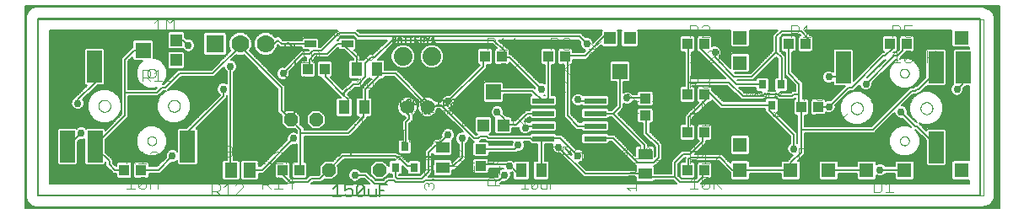
<source format=gtl>
G75*
%MOIN*%
%OFA0B0*%
%FSLAX25Y25*%
%IPPOS*%
%LPD*%
%AMOC8*
5,1,8,0,0,1.08239X$1,22.5*
%
%ADD10C,0.00000*%
%ADD11C,0.00600*%
%ADD12C,0.07400*%
%ADD13C,0.00500*%
%ADD14R,0.05512X0.04331*%
%ADD15C,0.00300*%
%ADD16R,0.04331X0.05512*%
%ADD17OC8,0.05200*%
%ADD18R,0.05512X0.05512*%
%ADD19C,0.00400*%
%ADD20R,0.04724X0.02756*%
%ADD21C,0.00100*%
%ADD22R,0.08661X0.02362*%
%ADD23C,0.07000*%
%ADD24R,0.07000X0.07000*%
%ADD25C,0.05600*%
%ADD26R,0.03150X0.03543*%
%ADD27R,0.03937X0.04331*%
%ADD28R,0.05118X0.05906*%
%ADD29R,0.04331X0.03937*%
%ADD30R,0.05906X0.06299*%
%ADD31R,0.04724X0.04724*%
%ADD32C,0.00200*%
%ADD33R,0.06000X0.12500*%
%ADD34R,0.05543X0.05543*%
%ADD35R,0.06299X0.05906*%
%ADD36C,0.02978*%
D10*
X0052484Y0027914D02*
X0052486Y0027998D01*
X0052492Y0028081D01*
X0052502Y0028164D01*
X0052516Y0028247D01*
X0052533Y0028329D01*
X0052555Y0028410D01*
X0052580Y0028489D01*
X0052609Y0028568D01*
X0052642Y0028645D01*
X0052678Y0028720D01*
X0052718Y0028794D01*
X0052761Y0028866D01*
X0052808Y0028935D01*
X0052858Y0029002D01*
X0052911Y0029067D01*
X0052967Y0029129D01*
X0053025Y0029189D01*
X0053087Y0029246D01*
X0053151Y0029299D01*
X0053218Y0029350D01*
X0053287Y0029397D01*
X0053358Y0029442D01*
X0053431Y0029482D01*
X0053506Y0029519D01*
X0053583Y0029553D01*
X0053661Y0029583D01*
X0053740Y0029609D01*
X0053821Y0029632D01*
X0053903Y0029650D01*
X0053985Y0029665D01*
X0054068Y0029676D01*
X0054151Y0029683D01*
X0054235Y0029686D01*
X0054319Y0029685D01*
X0054402Y0029680D01*
X0054486Y0029671D01*
X0054568Y0029658D01*
X0054650Y0029642D01*
X0054731Y0029621D01*
X0054812Y0029597D01*
X0054890Y0029569D01*
X0054968Y0029537D01*
X0055044Y0029501D01*
X0055118Y0029462D01*
X0055190Y0029420D01*
X0055260Y0029374D01*
X0055328Y0029325D01*
X0055393Y0029273D01*
X0055456Y0029218D01*
X0055516Y0029160D01*
X0055574Y0029099D01*
X0055628Y0029035D01*
X0055680Y0028969D01*
X0055728Y0028901D01*
X0055773Y0028830D01*
X0055814Y0028757D01*
X0055853Y0028683D01*
X0055887Y0028607D01*
X0055918Y0028529D01*
X0055945Y0028450D01*
X0055969Y0028369D01*
X0055988Y0028288D01*
X0056004Y0028206D01*
X0056016Y0028123D01*
X0056024Y0028039D01*
X0056028Y0027956D01*
X0056028Y0027872D01*
X0056024Y0027789D01*
X0056016Y0027705D01*
X0056004Y0027622D01*
X0055988Y0027540D01*
X0055969Y0027459D01*
X0055945Y0027378D01*
X0055918Y0027299D01*
X0055887Y0027221D01*
X0055853Y0027145D01*
X0055814Y0027071D01*
X0055773Y0026998D01*
X0055728Y0026927D01*
X0055680Y0026859D01*
X0055628Y0026793D01*
X0055574Y0026729D01*
X0055516Y0026668D01*
X0055456Y0026610D01*
X0055393Y0026555D01*
X0055328Y0026503D01*
X0055260Y0026454D01*
X0055190Y0026408D01*
X0055118Y0026366D01*
X0055044Y0026327D01*
X0054968Y0026291D01*
X0054890Y0026259D01*
X0054812Y0026231D01*
X0054731Y0026207D01*
X0054650Y0026186D01*
X0054568Y0026170D01*
X0054486Y0026157D01*
X0054402Y0026148D01*
X0054319Y0026143D01*
X0054235Y0026142D01*
X0054151Y0026145D01*
X0054068Y0026152D01*
X0053985Y0026163D01*
X0053903Y0026178D01*
X0053821Y0026196D01*
X0053740Y0026219D01*
X0053661Y0026245D01*
X0053583Y0026275D01*
X0053506Y0026309D01*
X0053431Y0026346D01*
X0053358Y0026386D01*
X0053287Y0026431D01*
X0053218Y0026478D01*
X0053151Y0026529D01*
X0053087Y0026582D01*
X0053025Y0026639D01*
X0052967Y0026699D01*
X0052911Y0026761D01*
X0052858Y0026826D01*
X0052808Y0026893D01*
X0052761Y0026962D01*
X0052718Y0027034D01*
X0052678Y0027108D01*
X0052642Y0027183D01*
X0052609Y0027260D01*
X0052580Y0027339D01*
X0052555Y0027418D01*
X0052533Y0027499D01*
X0052516Y0027581D01*
X0052502Y0027664D01*
X0052492Y0027747D01*
X0052486Y0027830D01*
X0052484Y0027914D01*
X0060752Y0041772D02*
X0060754Y0041869D01*
X0060760Y0041966D01*
X0060770Y0042062D01*
X0060784Y0042158D01*
X0060802Y0042254D01*
X0060823Y0042348D01*
X0060849Y0042442D01*
X0060878Y0042534D01*
X0060912Y0042625D01*
X0060948Y0042715D01*
X0060989Y0042803D01*
X0061033Y0042889D01*
X0061081Y0042974D01*
X0061132Y0043056D01*
X0061186Y0043137D01*
X0061244Y0043215D01*
X0061305Y0043290D01*
X0061368Y0043363D01*
X0061435Y0043434D01*
X0061505Y0043501D01*
X0061577Y0043566D01*
X0061652Y0043627D01*
X0061730Y0043686D01*
X0061809Y0043741D01*
X0061891Y0043793D01*
X0061975Y0043841D01*
X0062061Y0043886D01*
X0062149Y0043928D01*
X0062238Y0043966D01*
X0062329Y0044000D01*
X0062421Y0044030D01*
X0062514Y0044057D01*
X0062609Y0044079D01*
X0062704Y0044098D01*
X0062800Y0044113D01*
X0062896Y0044124D01*
X0062993Y0044131D01*
X0063090Y0044134D01*
X0063187Y0044133D01*
X0063284Y0044128D01*
X0063380Y0044119D01*
X0063476Y0044106D01*
X0063572Y0044089D01*
X0063667Y0044068D01*
X0063760Y0044044D01*
X0063853Y0044015D01*
X0063945Y0043983D01*
X0064035Y0043947D01*
X0064123Y0043908D01*
X0064210Y0043864D01*
X0064295Y0043818D01*
X0064378Y0043767D01*
X0064459Y0043714D01*
X0064537Y0043657D01*
X0064614Y0043597D01*
X0064687Y0043534D01*
X0064758Y0043468D01*
X0064826Y0043399D01*
X0064892Y0043327D01*
X0064954Y0043253D01*
X0065013Y0043176D01*
X0065069Y0043097D01*
X0065122Y0043015D01*
X0065172Y0042932D01*
X0065217Y0042846D01*
X0065260Y0042759D01*
X0065299Y0042670D01*
X0065334Y0042580D01*
X0065365Y0042488D01*
X0065392Y0042395D01*
X0065416Y0042301D01*
X0065436Y0042206D01*
X0065452Y0042110D01*
X0065464Y0042014D01*
X0065472Y0041917D01*
X0065476Y0041820D01*
X0065476Y0041724D01*
X0065472Y0041627D01*
X0065464Y0041530D01*
X0065452Y0041434D01*
X0065436Y0041338D01*
X0065416Y0041243D01*
X0065392Y0041149D01*
X0065365Y0041056D01*
X0065334Y0040964D01*
X0065299Y0040874D01*
X0065260Y0040785D01*
X0065217Y0040698D01*
X0065172Y0040612D01*
X0065122Y0040529D01*
X0065069Y0040447D01*
X0065013Y0040368D01*
X0064954Y0040291D01*
X0064892Y0040217D01*
X0064826Y0040145D01*
X0064758Y0040076D01*
X0064687Y0040010D01*
X0064614Y0039947D01*
X0064537Y0039887D01*
X0064459Y0039830D01*
X0064378Y0039777D01*
X0064295Y0039726D01*
X0064210Y0039680D01*
X0064123Y0039636D01*
X0064035Y0039597D01*
X0063945Y0039561D01*
X0063853Y0039529D01*
X0063760Y0039500D01*
X0063667Y0039476D01*
X0063572Y0039455D01*
X0063476Y0039438D01*
X0063380Y0039425D01*
X0063284Y0039416D01*
X0063187Y0039411D01*
X0063090Y0039410D01*
X0062993Y0039413D01*
X0062896Y0039420D01*
X0062800Y0039431D01*
X0062704Y0039446D01*
X0062609Y0039465D01*
X0062514Y0039487D01*
X0062421Y0039514D01*
X0062329Y0039544D01*
X0062238Y0039578D01*
X0062149Y0039616D01*
X0062061Y0039658D01*
X0061975Y0039703D01*
X0061891Y0039751D01*
X0061809Y0039803D01*
X0061730Y0039858D01*
X0061652Y0039917D01*
X0061577Y0039978D01*
X0061505Y0040043D01*
X0061435Y0040110D01*
X0061368Y0040181D01*
X0061305Y0040254D01*
X0061244Y0040329D01*
X0061186Y0040407D01*
X0061132Y0040488D01*
X0061081Y0040570D01*
X0061033Y0040655D01*
X0060989Y0040741D01*
X0060948Y0040829D01*
X0060912Y0040919D01*
X0060878Y0041010D01*
X0060849Y0041102D01*
X0060823Y0041196D01*
X0060802Y0041290D01*
X0060784Y0041386D01*
X0060770Y0041482D01*
X0060760Y0041578D01*
X0060754Y0041675D01*
X0060752Y0041772D01*
X0033193Y0041772D02*
X0033195Y0041869D01*
X0033201Y0041966D01*
X0033211Y0042062D01*
X0033225Y0042158D01*
X0033243Y0042254D01*
X0033264Y0042348D01*
X0033290Y0042442D01*
X0033319Y0042534D01*
X0033353Y0042625D01*
X0033389Y0042715D01*
X0033430Y0042803D01*
X0033474Y0042889D01*
X0033522Y0042974D01*
X0033573Y0043056D01*
X0033627Y0043137D01*
X0033685Y0043215D01*
X0033746Y0043290D01*
X0033809Y0043363D01*
X0033876Y0043434D01*
X0033946Y0043501D01*
X0034018Y0043566D01*
X0034093Y0043627D01*
X0034171Y0043686D01*
X0034250Y0043741D01*
X0034332Y0043793D01*
X0034416Y0043841D01*
X0034502Y0043886D01*
X0034590Y0043928D01*
X0034679Y0043966D01*
X0034770Y0044000D01*
X0034862Y0044030D01*
X0034955Y0044057D01*
X0035050Y0044079D01*
X0035145Y0044098D01*
X0035241Y0044113D01*
X0035337Y0044124D01*
X0035434Y0044131D01*
X0035531Y0044134D01*
X0035628Y0044133D01*
X0035725Y0044128D01*
X0035821Y0044119D01*
X0035917Y0044106D01*
X0036013Y0044089D01*
X0036108Y0044068D01*
X0036201Y0044044D01*
X0036294Y0044015D01*
X0036386Y0043983D01*
X0036476Y0043947D01*
X0036564Y0043908D01*
X0036651Y0043864D01*
X0036736Y0043818D01*
X0036819Y0043767D01*
X0036900Y0043714D01*
X0036978Y0043657D01*
X0037055Y0043597D01*
X0037128Y0043534D01*
X0037199Y0043468D01*
X0037267Y0043399D01*
X0037333Y0043327D01*
X0037395Y0043253D01*
X0037454Y0043176D01*
X0037510Y0043097D01*
X0037563Y0043015D01*
X0037613Y0042932D01*
X0037658Y0042846D01*
X0037701Y0042759D01*
X0037740Y0042670D01*
X0037775Y0042580D01*
X0037806Y0042488D01*
X0037833Y0042395D01*
X0037857Y0042301D01*
X0037877Y0042206D01*
X0037893Y0042110D01*
X0037905Y0042014D01*
X0037913Y0041917D01*
X0037917Y0041820D01*
X0037917Y0041724D01*
X0037913Y0041627D01*
X0037905Y0041530D01*
X0037893Y0041434D01*
X0037877Y0041338D01*
X0037857Y0041243D01*
X0037833Y0041149D01*
X0037806Y0041056D01*
X0037775Y0040964D01*
X0037740Y0040874D01*
X0037701Y0040785D01*
X0037658Y0040698D01*
X0037613Y0040612D01*
X0037563Y0040529D01*
X0037510Y0040447D01*
X0037454Y0040368D01*
X0037395Y0040291D01*
X0037333Y0040217D01*
X0037267Y0040145D01*
X0037199Y0040076D01*
X0037128Y0040010D01*
X0037055Y0039947D01*
X0036978Y0039887D01*
X0036900Y0039830D01*
X0036819Y0039777D01*
X0036736Y0039726D01*
X0036651Y0039680D01*
X0036564Y0039636D01*
X0036476Y0039597D01*
X0036386Y0039561D01*
X0036294Y0039529D01*
X0036201Y0039500D01*
X0036108Y0039476D01*
X0036013Y0039455D01*
X0035917Y0039438D01*
X0035821Y0039425D01*
X0035725Y0039416D01*
X0035628Y0039411D01*
X0035531Y0039410D01*
X0035434Y0039413D01*
X0035337Y0039420D01*
X0035241Y0039431D01*
X0035145Y0039446D01*
X0035050Y0039465D01*
X0034955Y0039487D01*
X0034862Y0039514D01*
X0034770Y0039544D01*
X0034679Y0039578D01*
X0034590Y0039616D01*
X0034502Y0039658D01*
X0034416Y0039703D01*
X0034332Y0039751D01*
X0034250Y0039803D01*
X0034171Y0039858D01*
X0034093Y0039917D01*
X0034018Y0039978D01*
X0033946Y0040043D01*
X0033876Y0040110D01*
X0033809Y0040181D01*
X0033746Y0040254D01*
X0033685Y0040329D01*
X0033627Y0040407D01*
X0033573Y0040488D01*
X0033522Y0040570D01*
X0033474Y0040655D01*
X0033430Y0040741D01*
X0033389Y0040829D01*
X0033353Y0040919D01*
X0033319Y0041010D01*
X0033290Y0041102D01*
X0033264Y0041196D01*
X0033243Y0041290D01*
X0033225Y0041386D01*
X0033211Y0041482D01*
X0033201Y0041578D01*
X0033195Y0041675D01*
X0033193Y0041772D01*
X0052484Y0054686D02*
X0052486Y0054770D01*
X0052492Y0054853D01*
X0052502Y0054936D01*
X0052516Y0055019D01*
X0052533Y0055101D01*
X0052555Y0055182D01*
X0052580Y0055261D01*
X0052609Y0055340D01*
X0052642Y0055417D01*
X0052678Y0055492D01*
X0052718Y0055566D01*
X0052761Y0055638D01*
X0052808Y0055707D01*
X0052858Y0055774D01*
X0052911Y0055839D01*
X0052967Y0055901D01*
X0053025Y0055961D01*
X0053087Y0056018D01*
X0053151Y0056071D01*
X0053218Y0056122D01*
X0053287Y0056169D01*
X0053358Y0056214D01*
X0053431Y0056254D01*
X0053506Y0056291D01*
X0053583Y0056325D01*
X0053661Y0056355D01*
X0053740Y0056381D01*
X0053821Y0056404D01*
X0053903Y0056422D01*
X0053985Y0056437D01*
X0054068Y0056448D01*
X0054151Y0056455D01*
X0054235Y0056458D01*
X0054319Y0056457D01*
X0054402Y0056452D01*
X0054486Y0056443D01*
X0054568Y0056430D01*
X0054650Y0056414D01*
X0054731Y0056393D01*
X0054812Y0056369D01*
X0054890Y0056341D01*
X0054968Y0056309D01*
X0055044Y0056273D01*
X0055118Y0056234D01*
X0055190Y0056192D01*
X0055260Y0056146D01*
X0055328Y0056097D01*
X0055393Y0056045D01*
X0055456Y0055990D01*
X0055516Y0055932D01*
X0055574Y0055871D01*
X0055628Y0055807D01*
X0055680Y0055741D01*
X0055728Y0055673D01*
X0055773Y0055602D01*
X0055814Y0055529D01*
X0055853Y0055455D01*
X0055887Y0055379D01*
X0055918Y0055301D01*
X0055945Y0055222D01*
X0055969Y0055141D01*
X0055988Y0055060D01*
X0056004Y0054978D01*
X0056016Y0054895D01*
X0056024Y0054811D01*
X0056028Y0054728D01*
X0056028Y0054644D01*
X0056024Y0054561D01*
X0056016Y0054477D01*
X0056004Y0054394D01*
X0055988Y0054312D01*
X0055969Y0054231D01*
X0055945Y0054150D01*
X0055918Y0054071D01*
X0055887Y0053993D01*
X0055853Y0053917D01*
X0055814Y0053843D01*
X0055773Y0053770D01*
X0055728Y0053699D01*
X0055680Y0053631D01*
X0055628Y0053565D01*
X0055574Y0053501D01*
X0055516Y0053440D01*
X0055456Y0053382D01*
X0055393Y0053327D01*
X0055328Y0053275D01*
X0055260Y0053226D01*
X0055190Y0053180D01*
X0055118Y0053138D01*
X0055044Y0053099D01*
X0054968Y0053063D01*
X0054890Y0053031D01*
X0054812Y0053003D01*
X0054731Y0052979D01*
X0054650Y0052958D01*
X0054568Y0052942D01*
X0054486Y0052929D01*
X0054402Y0052920D01*
X0054319Y0052915D01*
X0054235Y0052914D01*
X0054151Y0052917D01*
X0054068Y0052924D01*
X0053985Y0052935D01*
X0053903Y0052950D01*
X0053821Y0052968D01*
X0053740Y0052991D01*
X0053661Y0053017D01*
X0053583Y0053047D01*
X0053506Y0053081D01*
X0053431Y0053118D01*
X0053358Y0053158D01*
X0053287Y0053203D01*
X0053218Y0053250D01*
X0053151Y0053301D01*
X0053087Y0053354D01*
X0053025Y0053411D01*
X0052967Y0053471D01*
X0052911Y0053533D01*
X0052858Y0053598D01*
X0052808Y0053665D01*
X0052761Y0053734D01*
X0052718Y0053806D01*
X0052678Y0053880D01*
X0052642Y0053955D01*
X0052609Y0054032D01*
X0052580Y0054111D01*
X0052555Y0054190D01*
X0052533Y0054271D01*
X0052516Y0054353D01*
X0052502Y0054436D01*
X0052492Y0054519D01*
X0052486Y0054602D01*
X0052484Y0054686D01*
X0009256Y0073800D02*
X0009256Y0076064D01*
X0383114Y0076064D01*
X0383114Y0006300D01*
X0381756Y0006300D01*
X0349984Y0027914D02*
X0349986Y0027998D01*
X0349992Y0028081D01*
X0350002Y0028164D01*
X0350016Y0028247D01*
X0350033Y0028329D01*
X0350055Y0028410D01*
X0350080Y0028489D01*
X0350109Y0028568D01*
X0350142Y0028645D01*
X0350178Y0028720D01*
X0350218Y0028794D01*
X0350261Y0028866D01*
X0350308Y0028935D01*
X0350358Y0029002D01*
X0350411Y0029067D01*
X0350467Y0029129D01*
X0350525Y0029189D01*
X0350587Y0029246D01*
X0350651Y0029299D01*
X0350718Y0029350D01*
X0350787Y0029397D01*
X0350858Y0029442D01*
X0350931Y0029482D01*
X0351006Y0029519D01*
X0351083Y0029553D01*
X0351161Y0029583D01*
X0351240Y0029609D01*
X0351321Y0029632D01*
X0351403Y0029650D01*
X0351485Y0029665D01*
X0351568Y0029676D01*
X0351651Y0029683D01*
X0351735Y0029686D01*
X0351819Y0029685D01*
X0351902Y0029680D01*
X0351986Y0029671D01*
X0352068Y0029658D01*
X0352150Y0029642D01*
X0352231Y0029621D01*
X0352312Y0029597D01*
X0352390Y0029569D01*
X0352468Y0029537D01*
X0352544Y0029501D01*
X0352618Y0029462D01*
X0352690Y0029420D01*
X0352760Y0029374D01*
X0352828Y0029325D01*
X0352893Y0029273D01*
X0352956Y0029218D01*
X0353016Y0029160D01*
X0353074Y0029099D01*
X0353128Y0029035D01*
X0353180Y0028969D01*
X0353228Y0028901D01*
X0353273Y0028830D01*
X0353314Y0028757D01*
X0353353Y0028683D01*
X0353387Y0028607D01*
X0353418Y0028529D01*
X0353445Y0028450D01*
X0353469Y0028369D01*
X0353488Y0028288D01*
X0353504Y0028206D01*
X0353516Y0028123D01*
X0353524Y0028039D01*
X0353528Y0027956D01*
X0353528Y0027872D01*
X0353524Y0027789D01*
X0353516Y0027705D01*
X0353504Y0027622D01*
X0353488Y0027540D01*
X0353469Y0027459D01*
X0353445Y0027378D01*
X0353418Y0027299D01*
X0353387Y0027221D01*
X0353353Y0027145D01*
X0353314Y0027071D01*
X0353273Y0026998D01*
X0353228Y0026927D01*
X0353180Y0026859D01*
X0353128Y0026793D01*
X0353074Y0026729D01*
X0353016Y0026668D01*
X0352956Y0026610D01*
X0352893Y0026555D01*
X0352828Y0026503D01*
X0352760Y0026454D01*
X0352690Y0026408D01*
X0352618Y0026366D01*
X0352544Y0026327D01*
X0352468Y0026291D01*
X0352390Y0026259D01*
X0352312Y0026231D01*
X0352231Y0026207D01*
X0352150Y0026186D01*
X0352068Y0026170D01*
X0351986Y0026157D01*
X0351902Y0026148D01*
X0351819Y0026143D01*
X0351735Y0026142D01*
X0351651Y0026145D01*
X0351568Y0026152D01*
X0351485Y0026163D01*
X0351403Y0026178D01*
X0351321Y0026196D01*
X0351240Y0026219D01*
X0351161Y0026245D01*
X0351083Y0026275D01*
X0351006Y0026309D01*
X0350931Y0026346D01*
X0350858Y0026386D01*
X0350787Y0026431D01*
X0350718Y0026478D01*
X0350651Y0026529D01*
X0350587Y0026582D01*
X0350525Y0026639D01*
X0350467Y0026699D01*
X0350411Y0026761D01*
X0350358Y0026826D01*
X0350308Y0026893D01*
X0350261Y0026962D01*
X0350218Y0027034D01*
X0350178Y0027108D01*
X0350142Y0027183D01*
X0350109Y0027260D01*
X0350080Y0027339D01*
X0350055Y0027418D01*
X0350033Y0027499D01*
X0350016Y0027581D01*
X0350002Y0027664D01*
X0349992Y0027747D01*
X0349986Y0027830D01*
X0349984Y0027914D01*
X0358095Y0040828D02*
X0358097Y0040925D01*
X0358103Y0041022D01*
X0358113Y0041118D01*
X0358127Y0041214D01*
X0358145Y0041310D01*
X0358166Y0041404D01*
X0358192Y0041498D01*
X0358221Y0041590D01*
X0358255Y0041681D01*
X0358291Y0041771D01*
X0358332Y0041859D01*
X0358376Y0041945D01*
X0358424Y0042030D01*
X0358475Y0042112D01*
X0358529Y0042193D01*
X0358587Y0042271D01*
X0358648Y0042346D01*
X0358711Y0042419D01*
X0358778Y0042490D01*
X0358848Y0042557D01*
X0358920Y0042622D01*
X0358995Y0042683D01*
X0359073Y0042742D01*
X0359152Y0042797D01*
X0359234Y0042849D01*
X0359318Y0042897D01*
X0359404Y0042942D01*
X0359492Y0042984D01*
X0359581Y0043022D01*
X0359672Y0043056D01*
X0359764Y0043086D01*
X0359857Y0043113D01*
X0359952Y0043135D01*
X0360047Y0043154D01*
X0360143Y0043169D01*
X0360239Y0043180D01*
X0360336Y0043187D01*
X0360433Y0043190D01*
X0360530Y0043189D01*
X0360627Y0043184D01*
X0360723Y0043175D01*
X0360819Y0043162D01*
X0360915Y0043145D01*
X0361010Y0043124D01*
X0361103Y0043100D01*
X0361196Y0043071D01*
X0361288Y0043039D01*
X0361378Y0043003D01*
X0361466Y0042964D01*
X0361553Y0042920D01*
X0361638Y0042874D01*
X0361721Y0042823D01*
X0361802Y0042770D01*
X0361880Y0042713D01*
X0361957Y0042653D01*
X0362030Y0042590D01*
X0362101Y0042524D01*
X0362169Y0042455D01*
X0362235Y0042383D01*
X0362297Y0042309D01*
X0362356Y0042232D01*
X0362412Y0042153D01*
X0362465Y0042071D01*
X0362515Y0041988D01*
X0362560Y0041902D01*
X0362603Y0041815D01*
X0362642Y0041726D01*
X0362677Y0041636D01*
X0362708Y0041544D01*
X0362735Y0041451D01*
X0362759Y0041357D01*
X0362779Y0041262D01*
X0362795Y0041166D01*
X0362807Y0041070D01*
X0362815Y0040973D01*
X0362819Y0040876D01*
X0362819Y0040780D01*
X0362815Y0040683D01*
X0362807Y0040586D01*
X0362795Y0040490D01*
X0362779Y0040394D01*
X0362759Y0040299D01*
X0362735Y0040205D01*
X0362708Y0040112D01*
X0362677Y0040020D01*
X0362642Y0039930D01*
X0362603Y0039841D01*
X0362560Y0039754D01*
X0362515Y0039668D01*
X0362465Y0039585D01*
X0362412Y0039503D01*
X0362356Y0039424D01*
X0362297Y0039347D01*
X0362235Y0039273D01*
X0362169Y0039201D01*
X0362101Y0039132D01*
X0362030Y0039066D01*
X0361957Y0039003D01*
X0361880Y0038943D01*
X0361802Y0038886D01*
X0361721Y0038833D01*
X0361638Y0038782D01*
X0361553Y0038736D01*
X0361466Y0038692D01*
X0361378Y0038653D01*
X0361288Y0038617D01*
X0361196Y0038585D01*
X0361103Y0038556D01*
X0361010Y0038532D01*
X0360915Y0038511D01*
X0360819Y0038494D01*
X0360723Y0038481D01*
X0360627Y0038472D01*
X0360530Y0038467D01*
X0360433Y0038466D01*
X0360336Y0038469D01*
X0360239Y0038476D01*
X0360143Y0038487D01*
X0360047Y0038502D01*
X0359952Y0038521D01*
X0359857Y0038543D01*
X0359764Y0038570D01*
X0359672Y0038600D01*
X0359581Y0038634D01*
X0359492Y0038672D01*
X0359404Y0038714D01*
X0359318Y0038759D01*
X0359234Y0038807D01*
X0359152Y0038859D01*
X0359073Y0038914D01*
X0358995Y0038973D01*
X0358920Y0039034D01*
X0358848Y0039099D01*
X0358778Y0039166D01*
X0358711Y0039237D01*
X0358648Y0039310D01*
X0358587Y0039385D01*
X0358529Y0039463D01*
X0358475Y0039544D01*
X0358424Y0039626D01*
X0358376Y0039711D01*
X0358332Y0039797D01*
X0358291Y0039885D01*
X0358255Y0039975D01*
X0358221Y0040066D01*
X0358192Y0040158D01*
X0358166Y0040252D01*
X0358145Y0040346D01*
X0358127Y0040442D01*
X0358113Y0040538D01*
X0358103Y0040634D01*
X0358097Y0040731D01*
X0358095Y0040828D01*
X0330536Y0040828D02*
X0330538Y0040925D01*
X0330544Y0041022D01*
X0330554Y0041118D01*
X0330568Y0041214D01*
X0330586Y0041310D01*
X0330607Y0041404D01*
X0330633Y0041498D01*
X0330662Y0041590D01*
X0330696Y0041681D01*
X0330732Y0041771D01*
X0330773Y0041859D01*
X0330817Y0041945D01*
X0330865Y0042030D01*
X0330916Y0042112D01*
X0330970Y0042193D01*
X0331028Y0042271D01*
X0331089Y0042346D01*
X0331152Y0042419D01*
X0331219Y0042490D01*
X0331289Y0042557D01*
X0331361Y0042622D01*
X0331436Y0042683D01*
X0331514Y0042742D01*
X0331593Y0042797D01*
X0331675Y0042849D01*
X0331759Y0042897D01*
X0331845Y0042942D01*
X0331933Y0042984D01*
X0332022Y0043022D01*
X0332113Y0043056D01*
X0332205Y0043086D01*
X0332298Y0043113D01*
X0332393Y0043135D01*
X0332488Y0043154D01*
X0332584Y0043169D01*
X0332680Y0043180D01*
X0332777Y0043187D01*
X0332874Y0043190D01*
X0332971Y0043189D01*
X0333068Y0043184D01*
X0333164Y0043175D01*
X0333260Y0043162D01*
X0333356Y0043145D01*
X0333451Y0043124D01*
X0333544Y0043100D01*
X0333637Y0043071D01*
X0333729Y0043039D01*
X0333819Y0043003D01*
X0333907Y0042964D01*
X0333994Y0042920D01*
X0334079Y0042874D01*
X0334162Y0042823D01*
X0334243Y0042770D01*
X0334321Y0042713D01*
X0334398Y0042653D01*
X0334471Y0042590D01*
X0334542Y0042524D01*
X0334610Y0042455D01*
X0334676Y0042383D01*
X0334738Y0042309D01*
X0334797Y0042232D01*
X0334853Y0042153D01*
X0334906Y0042071D01*
X0334956Y0041988D01*
X0335001Y0041902D01*
X0335044Y0041815D01*
X0335083Y0041726D01*
X0335118Y0041636D01*
X0335149Y0041544D01*
X0335176Y0041451D01*
X0335200Y0041357D01*
X0335220Y0041262D01*
X0335236Y0041166D01*
X0335248Y0041070D01*
X0335256Y0040973D01*
X0335260Y0040876D01*
X0335260Y0040780D01*
X0335256Y0040683D01*
X0335248Y0040586D01*
X0335236Y0040490D01*
X0335220Y0040394D01*
X0335200Y0040299D01*
X0335176Y0040205D01*
X0335149Y0040112D01*
X0335118Y0040020D01*
X0335083Y0039930D01*
X0335044Y0039841D01*
X0335001Y0039754D01*
X0334956Y0039668D01*
X0334906Y0039585D01*
X0334853Y0039503D01*
X0334797Y0039424D01*
X0334738Y0039347D01*
X0334676Y0039273D01*
X0334610Y0039201D01*
X0334542Y0039132D01*
X0334471Y0039066D01*
X0334398Y0039003D01*
X0334321Y0038943D01*
X0334243Y0038886D01*
X0334162Y0038833D01*
X0334079Y0038782D01*
X0333994Y0038736D01*
X0333907Y0038692D01*
X0333819Y0038653D01*
X0333729Y0038617D01*
X0333637Y0038585D01*
X0333544Y0038556D01*
X0333451Y0038532D01*
X0333356Y0038511D01*
X0333260Y0038494D01*
X0333164Y0038481D01*
X0333068Y0038472D01*
X0332971Y0038467D01*
X0332874Y0038466D01*
X0332777Y0038469D01*
X0332680Y0038476D01*
X0332584Y0038487D01*
X0332488Y0038502D01*
X0332393Y0038521D01*
X0332298Y0038543D01*
X0332205Y0038570D01*
X0332113Y0038600D01*
X0332022Y0038634D01*
X0331933Y0038672D01*
X0331845Y0038714D01*
X0331759Y0038759D01*
X0331675Y0038807D01*
X0331593Y0038859D01*
X0331514Y0038914D01*
X0331436Y0038973D01*
X0331361Y0039034D01*
X0331289Y0039099D01*
X0331219Y0039166D01*
X0331152Y0039237D01*
X0331089Y0039310D01*
X0331028Y0039385D01*
X0330970Y0039463D01*
X0330916Y0039544D01*
X0330865Y0039626D01*
X0330817Y0039711D01*
X0330773Y0039797D01*
X0330732Y0039885D01*
X0330696Y0039975D01*
X0330662Y0040066D01*
X0330633Y0040158D01*
X0330607Y0040252D01*
X0330586Y0040346D01*
X0330568Y0040442D01*
X0330554Y0040538D01*
X0330544Y0040634D01*
X0330538Y0040731D01*
X0330536Y0040828D01*
X0349984Y0054686D02*
X0349986Y0054770D01*
X0349992Y0054853D01*
X0350002Y0054936D01*
X0350016Y0055019D01*
X0350033Y0055101D01*
X0350055Y0055182D01*
X0350080Y0055261D01*
X0350109Y0055340D01*
X0350142Y0055417D01*
X0350178Y0055492D01*
X0350218Y0055566D01*
X0350261Y0055638D01*
X0350308Y0055707D01*
X0350358Y0055774D01*
X0350411Y0055839D01*
X0350467Y0055901D01*
X0350525Y0055961D01*
X0350587Y0056018D01*
X0350651Y0056071D01*
X0350718Y0056122D01*
X0350787Y0056169D01*
X0350858Y0056214D01*
X0350931Y0056254D01*
X0351006Y0056291D01*
X0351083Y0056325D01*
X0351161Y0056355D01*
X0351240Y0056381D01*
X0351321Y0056404D01*
X0351403Y0056422D01*
X0351485Y0056437D01*
X0351568Y0056448D01*
X0351651Y0056455D01*
X0351735Y0056458D01*
X0351819Y0056457D01*
X0351902Y0056452D01*
X0351986Y0056443D01*
X0352068Y0056430D01*
X0352150Y0056414D01*
X0352231Y0056393D01*
X0352312Y0056369D01*
X0352390Y0056341D01*
X0352468Y0056309D01*
X0352544Y0056273D01*
X0352618Y0056234D01*
X0352690Y0056192D01*
X0352760Y0056146D01*
X0352828Y0056097D01*
X0352893Y0056045D01*
X0352956Y0055990D01*
X0353016Y0055932D01*
X0353074Y0055871D01*
X0353128Y0055807D01*
X0353180Y0055741D01*
X0353228Y0055673D01*
X0353273Y0055602D01*
X0353314Y0055529D01*
X0353353Y0055455D01*
X0353387Y0055379D01*
X0353418Y0055301D01*
X0353445Y0055222D01*
X0353469Y0055141D01*
X0353488Y0055060D01*
X0353504Y0054978D01*
X0353516Y0054895D01*
X0353524Y0054811D01*
X0353528Y0054728D01*
X0353528Y0054644D01*
X0353524Y0054561D01*
X0353516Y0054477D01*
X0353504Y0054394D01*
X0353488Y0054312D01*
X0353469Y0054231D01*
X0353445Y0054150D01*
X0353418Y0054071D01*
X0353387Y0053993D01*
X0353353Y0053917D01*
X0353314Y0053843D01*
X0353273Y0053770D01*
X0353228Y0053699D01*
X0353180Y0053631D01*
X0353128Y0053565D01*
X0353074Y0053501D01*
X0353016Y0053440D01*
X0352956Y0053382D01*
X0352893Y0053327D01*
X0352828Y0053275D01*
X0352760Y0053226D01*
X0352690Y0053180D01*
X0352618Y0053138D01*
X0352544Y0053099D01*
X0352468Y0053063D01*
X0352390Y0053031D01*
X0352312Y0053003D01*
X0352231Y0052979D01*
X0352150Y0052958D01*
X0352068Y0052942D01*
X0351986Y0052929D01*
X0351902Y0052920D01*
X0351819Y0052915D01*
X0351735Y0052914D01*
X0351651Y0052917D01*
X0351568Y0052924D01*
X0351485Y0052935D01*
X0351403Y0052950D01*
X0351321Y0052968D01*
X0351240Y0052991D01*
X0351161Y0053017D01*
X0351083Y0053047D01*
X0351006Y0053081D01*
X0350931Y0053118D01*
X0350858Y0053158D01*
X0350787Y0053203D01*
X0350718Y0053250D01*
X0350651Y0053301D01*
X0350587Y0053354D01*
X0350525Y0053411D01*
X0350467Y0053471D01*
X0350411Y0053533D01*
X0350358Y0053598D01*
X0350308Y0053665D01*
X0350261Y0053734D01*
X0350218Y0053806D01*
X0350178Y0053880D01*
X0350142Y0053955D01*
X0350109Y0054032D01*
X0350080Y0054111D01*
X0350055Y0054190D01*
X0350033Y0054271D01*
X0350016Y0054353D01*
X0350002Y0054436D01*
X0349992Y0054519D01*
X0349986Y0054602D01*
X0349984Y0054686D01*
D11*
X0389256Y0001300D02*
X0004256Y0001300D01*
X0004256Y0081300D01*
X0389256Y0081300D01*
X0389256Y0001300D01*
X0389256Y0001549D02*
X0004256Y0001549D01*
X0004256Y0002148D02*
X0007260Y0002148D01*
X0006650Y0002400D02*
X0008341Y0001700D01*
X0382671Y0001700D01*
X0383395Y0002000D01*
X0383969Y0002000D01*
X0385550Y0002655D01*
X0386760Y0003864D01*
X0387414Y0005445D01*
X0387414Y0076919D01*
X0386760Y0078500D01*
X0385550Y0079709D01*
X0383969Y0080364D01*
X0383965Y0080364D01*
X0382671Y0080900D01*
X0008341Y0080900D01*
X0006650Y0080200D01*
X0005356Y0078906D01*
X0004656Y0077215D01*
X0004656Y0005385D01*
X0005356Y0003694D01*
X0006650Y0002400D01*
X0006304Y0002746D02*
X0004256Y0002746D01*
X0004256Y0003345D02*
X0005706Y0003345D01*
X0005253Y0003943D02*
X0004256Y0003943D01*
X0004256Y0004542D02*
X0005005Y0004542D01*
X0004757Y0005140D02*
X0004256Y0005140D01*
X0004256Y0005739D02*
X0004656Y0005739D01*
X0004656Y0006337D02*
X0004256Y0006337D01*
X0004256Y0006936D02*
X0004656Y0006936D01*
X0004656Y0007534D02*
X0004256Y0007534D01*
X0004256Y0008133D02*
X0004656Y0008133D01*
X0004656Y0008731D02*
X0004256Y0008731D01*
X0004256Y0009330D02*
X0004656Y0009330D01*
X0004656Y0009928D02*
X0004256Y0009928D01*
X0004256Y0010527D02*
X0004656Y0010527D01*
X0004656Y0011125D02*
X0004256Y0011125D01*
X0004256Y0011724D02*
X0004656Y0011724D01*
X0004656Y0012322D02*
X0004256Y0012322D01*
X0004256Y0012921D02*
X0004656Y0012921D01*
X0004656Y0013519D02*
X0004256Y0013519D01*
X0004256Y0014118D02*
X0004656Y0014118D01*
X0004656Y0014716D02*
X0004256Y0014716D01*
X0004256Y0015315D02*
X0004656Y0015315D01*
X0004656Y0015913D02*
X0004256Y0015913D01*
X0004256Y0016512D02*
X0004656Y0016512D01*
X0004656Y0017110D02*
X0004256Y0017110D01*
X0004256Y0017709D02*
X0004656Y0017709D01*
X0004656Y0018307D02*
X0004256Y0018307D01*
X0004256Y0018906D02*
X0004656Y0018906D01*
X0004656Y0019504D02*
X0004256Y0019504D01*
X0004256Y0020103D02*
X0004656Y0020103D01*
X0004656Y0020701D02*
X0004256Y0020701D01*
X0004256Y0021300D02*
X0004656Y0021300D01*
X0004656Y0021899D02*
X0004256Y0021899D01*
X0004256Y0022497D02*
X0004656Y0022497D01*
X0004656Y0023096D02*
X0004256Y0023096D01*
X0004256Y0023694D02*
X0004656Y0023694D01*
X0004656Y0024293D02*
X0004256Y0024293D01*
X0004256Y0024891D02*
X0004656Y0024891D01*
X0004656Y0025490D02*
X0004256Y0025490D01*
X0004256Y0026088D02*
X0004656Y0026088D01*
X0004656Y0026687D02*
X0004256Y0026687D01*
X0004256Y0027285D02*
X0004656Y0027285D01*
X0004656Y0027884D02*
X0004256Y0027884D01*
X0004256Y0028482D02*
X0004656Y0028482D01*
X0004656Y0029081D02*
X0004256Y0029081D01*
X0004256Y0029679D02*
X0004656Y0029679D01*
X0004656Y0030278D02*
X0004256Y0030278D01*
X0004256Y0030876D02*
X0004656Y0030876D01*
X0004656Y0031475D02*
X0004256Y0031475D01*
X0004256Y0032073D02*
X0004656Y0032073D01*
X0004656Y0032672D02*
X0004256Y0032672D01*
X0004256Y0033270D02*
X0004656Y0033270D01*
X0004656Y0033869D02*
X0004256Y0033869D01*
X0004256Y0034467D02*
X0004656Y0034467D01*
X0004656Y0035066D02*
X0004256Y0035066D01*
X0004256Y0035664D02*
X0004656Y0035664D01*
X0004656Y0036263D02*
X0004256Y0036263D01*
X0004256Y0036861D02*
X0004656Y0036861D01*
X0004656Y0037460D02*
X0004256Y0037460D01*
X0004256Y0038058D02*
X0004656Y0038058D01*
X0004656Y0038657D02*
X0004256Y0038657D01*
X0004256Y0039255D02*
X0004656Y0039255D01*
X0004656Y0039854D02*
X0004256Y0039854D01*
X0004256Y0040452D02*
X0004656Y0040452D01*
X0004656Y0041051D02*
X0004256Y0041051D01*
X0004256Y0041649D02*
X0004656Y0041649D01*
X0004656Y0042248D02*
X0004256Y0042248D01*
X0004256Y0042846D02*
X0004656Y0042846D01*
X0004656Y0043445D02*
X0004256Y0043445D01*
X0004256Y0044043D02*
X0004656Y0044043D01*
X0004656Y0044642D02*
X0004256Y0044642D01*
X0004256Y0045240D02*
X0004656Y0045240D01*
X0004656Y0045839D02*
X0004256Y0045839D01*
X0004256Y0046437D02*
X0004656Y0046437D01*
X0004656Y0047036D02*
X0004256Y0047036D01*
X0004256Y0047634D02*
X0004656Y0047634D01*
X0004656Y0048233D02*
X0004256Y0048233D01*
X0004256Y0048832D02*
X0004656Y0048832D01*
X0004656Y0049430D02*
X0004256Y0049430D01*
X0004256Y0050029D02*
X0004656Y0050029D01*
X0004656Y0050627D02*
X0004256Y0050627D01*
X0004256Y0051226D02*
X0004656Y0051226D01*
X0004656Y0051824D02*
X0004256Y0051824D01*
X0004256Y0052423D02*
X0004656Y0052423D01*
X0004656Y0053021D02*
X0004256Y0053021D01*
X0004256Y0053620D02*
X0004656Y0053620D01*
X0004656Y0054218D02*
X0004256Y0054218D01*
X0004256Y0054817D02*
X0004656Y0054817D01*
X0004656Y0055415D02*
X0004256Y0055415D01*
X0004256Y0056014D02*
X0004656Y0056014D01*
X0004656Y0056612D02*
X0004256Y0056612D01*
X0004256Y0057211D02*
X0004656Y0057211D01*
X0004656Y0057809D02*
X0004256Y0057809D01*
X0004256Y0058408D02*
X0004656Y0058408D01*
X0004656Y0059006D02*
X0004256Y0059006D01*
X0004256Y0059605D02*
X0004656Y0059605D01*
X0004656Y0060203D02*
X0004256Y0060203D01*
X0004256Y0060802D02*
X0004656Y0060802D01*
X0004656Y0061400D02*
X0004256Y0061400D01*
X0004256Y0061999D02*
X0004656Y0061999D01*
X0004656Y0062597D02*
X0004256Y0062597D01*
X0004256Y0063196D02*
X0004656Y0063196D01*
X0004656Y0063794D02*
X0004256Y0063794D01*
X0004256Y0064393D02*
X0004656Y0064393D01*
X0004656Y0064991D02*
X0004256Y0064991D01*
X0004256Y0065590D02*
X0004656Y0065590D01*
X0004656Y0066188D02*
X0004256Y0066188D01*
X0004256Y0066787D02*
X0004656Y0066787D01*
X0004656Y0067385D02*
X0004256Y0067385D01*
X0004256Y0067984D02*
X0004656Y0067984D01*
X0004656Y0068582D02*
X0004256Y0068582D01*
X0004256Y0069181D02*
X0004656Y0069181D01*
X0004656Y0069779D02*
X0004256Y0069779D01*
X0004256Y0070378D02*
X0004656Y0070378D01*
X0004656Y0070976D02*
X0004256Y0070976D01*
X0004256Y0071575D02*
X0004656Y0071575D01*
X0004656Y0072173D02*
X0004256Y0072173D01*
X0004256Y0072772D02*
X0004656Y0072772D01*
X0004656Y0073370D02*
X0004256Y0073370D01*
X0004256Y0073969D02*
X0004656Y0073969D01*
X0004656Y0074568D02*
X0004256Y0074568D01*
X0004256Y0075166D02*
X0004656Y0075166D01*
X0004656Y0075765D02*
X0004256Y0075765D01*
X0004256Y0076363D02*
X0004656Y0076363D01*
X0004656Y0076962D02*
X0004256Y0076962D01*
X0004256Y0077560D02*
X0004799Y0077560D01*
X0005047Y0078159D02*
X0004256Y0078159D01*
X0004256Y0078757D02*
X0005295Y0078757D01*
X0005806Y0079356D02*
X0004256Y0079356D01*
X0004256Y0079954D02*
X0006405Y0079954D01*
X0007502Y0080553D02*
X0004256Y0080553D01*
X0004256Y0081151D02*
X0389256Y0081151D01*
X0389256Y0080553D02*
X0383510Y0080553D01*
X0384959Y0079954D02*
X0389256Y0079954D01*
X0389256Y0079356D02*
X0385903Y0079356D01*
X0386502Y0078757D02*
X0389256Y0078757D01*
X0389256Y0078159D02*
X0386901Y0078159D01*
X0387149Y0077560D02*
X0389256Y0077560D01*
X0389256Y0076962D02*
X0387397Y0076962D01*
X0387414Y0076363D02*
X0389256Y0076363D01*
X0389256Y0075765D02*
X0387414Y0075765D01*
X0387414Y0075166D02*
X0389256Y0075166D01*
X0389256Y0074568D02*
X0387414Y0074568D01*
X0387414Y0073969D02*
X0389256Y0073969D01*
X0389256Y0073370D02*
X0387414Y0073370D01*
X0387414Y0072772D02*
X0389256Y0072772D01*
X0389256Y0072173D02*
X0387414Y0072173D01*
X0387414Y0071575D02*
X0389256Y0071575D01*
X0389256Y0070976D02*
X0387414Y0070976D01*
X0387414Y0070378D02*
X0389256Y0070378D01*
X0389256Y0069779D02*
X0387414Y0069779D01*
X0387414Y0069181D02*
X0389256Y0069181D01*
X0389256Y0068582D02*
X0387414Y0068582D01*
X0387414Y0067984D02*
X0389256Y0067984D01*
X0389256Y0067385D02*
X0387414Y0067385D01*
X0387414Y0066787D02*
X0389256Y0066787D01*
X0389256Y0066188D02*
X0387414Y0066188D01*
X0387414Y0065590D02*
X0389256Y0065590D01*
X0389256Y0064991D02*
X0387414Y0064991D01*
X0387414Y0064393D02*
X0389256Y0064393D01*
X0389256Y0063794D02*
X0387414Y0063794D01*
X0387414Y0063196D02*
X0389256Y0063196D01*
X0389256Y0062597D02*
X0387414Y0062597D01*
X0387414Y0061999D02*
X0389256Y0061999D01*
X0389256Y0061400D02*
X0387414Y0061400D01*
X0387414Y0060802D02*
X0389256Y0060802D01*
X0389256Y0060203D02*
X0387414Y0060203D01*
X0387414Y0059605D02*
X0389256Y0059605D01*
X0389256Y0059006D02*
X0387414Y0059006D01*
X0387414Y0058408D02*
X0389256Y0058408D01*
X0389256Y0057809D02*
X0387414Y0057809D01*
X0387414Y0057211D02*
X0389256Y0057211D01*
X0389256Y0056612D02*
X0387414Y0056612D01*
X0387414Y0056014D02*
X0389256Y0056014D01*
X0389256Y0055415D02*
X0387414Y0055415D01*
X0387414Y0054817D02*
X0389256Y0054817D01*
X0389256Y0054218D02*
X0387414Y0054218D01*
X0387414Y0053620D02*
X0389256Y0053620D01*
X0389256Y0053021D02*
X0387414Y0053021D01*
X0387414Y0052423D02*
X0389256Y0052423D01*
X0389256Y0051824D02*
X0387414Y0051824D01*
X0387414Y0051226D02*
X0389256Y0051226D01*
X0389256Y0050627D02*
X0387414Y0050627D01*
X0387414Y0050029D02*
X0389256Y0050029D01*
X0389256Y0049430D02*
X0387414Y0049430D01*
X0387414Y0048832D02*
X0389256Y0048832D01*
X0389256Y0048233D02*
X0387414Y0048233D01*
X0387414Y0047634D02*
X0389256Y0047634D01*
X0389256Y0047036D02*
X0387414Y0047036D01*
X0387414Y0046437D02*
X0389256Y0046437D01*
X0389256Y0045839D02*
X0387414Y0045839D01*
X0387414Y0045240D02*
X0389256Y0045240D01*
X0389256Y0044642D02*
X0387414Y0044642D01*
X0387414Y0044043D02*
X0389256Y0044043D01*
X0389256Y0043445D02*
X0387414Y0043445D01*
X0387414Y0042846D02*
X0389256Y0042846D01*
X0389256Y0042248D02*
X0387414Y0042248D01*
X0387414Y0041649D02*
X0389256Y0041649D01*
X0389256Y0041051D02*
X0387414Y0041051D01*
X0387414Y0040452D02*
X0389256Y0040452D01*
X0389256Y0039854D02*
X0387414Y0039854D01*
X0387414Y0039255D02*
X0389256Y0039255D01*
X0389256Y0038657D02*
X0387414Y0038657D01*
X0387414Y0038058D02*
X0389256Y0038058D01*
X0389256Y0037460D02*
X0387414Y0037460D01*
X0387414Y0036861D02*
X0389256Y0036861D01*
X0389256Y0036263D02*
X0387414Y0036263D01*
X0387414Y0035664D02*
X0389256Y0035664D01*
X0389256Y0035066D02*
X0387414Y0035066D01*
X0387414Y0034467D02*
X0389256Y0034467D01*
X0389256Y0033869D02*
X0387414Y0033869D01*
X0387414Y0033270D02*
X0389256Y0033270D01*
X0389256Y0032672D02*
X0387414Y0032672D01*
X0387414Y0032073D02*
X0389256Y0032073D01*
X0389256Y0031475D02*
X0387414Y0031475D01*
X0387414Y0030876D02*
X0389256Y0030876D01*
X0389256Y0030278D02*
X0387414Y0030278D01*
X0387414Y0029679D02*
X0389256Y0029679D01*
X0389256Y0029081D02*
X0387414Y0029081D01*
X0387414Y0028482D02*
X0389256Y0028482D01*
X0389256Y0027884D02*
X0387414Y0027884D01*
X0387414Y0027285D02*
X0389256Y0027285D01*
X0389256Y0026687D02*
X0387414Y0026687D01*
X0387414Y0026088D02*
X0389256Y0026088D01*
X0389256Y0025490D02*
X0387414Y0025490D01*
X0387414Y0024891D02*
X0389256Y0024891D01*
X0389256Y0024293D02*
X0387414Y0024293D01*
X0387414Y0023694D02*
X0389256Y0023694D01*
X0389256Y0023096D02*
X0387414Y0023096D01*
X0387414Y0022497D02*
X0389256Y0022497D01*
X0389256Y0021899D02*
X0387414Y0021899D01*
X0387414Y0021300D02*
X0389256Y0021300D01*
X0389256Y0020701D02*
X0387414Y0020701D01*
X0387414Y0020103D02*
X0389256Y0020103D01*
X0389256Y0019504D02*
X0387414Y0019504D01*
X0387414Y0018906D02*
X0389256Y0018906D01*
X0389256Y0018307D02*
X0387414Y0018307D01*
X0387414Y0017709D02*
X0389256Y0017709D01*
X0389256Y0017110D02*
X0387414Y0017110D01*
X0387414Y0016512D02*
X0389256Y0016512D01*
X0389256Y0015913D02*
X0387414Y0015913D01*
X0387414Y0015315D02*
X0389256Y0015315D01*
X0389256Y0014716D02*
X0387414Y0014716D01*
X0387414Y0014118D02*
X0389256Y0014118D01*
X0389256Y0013519D02*
X0387414Y0013519D01*
X0387414Y0012921D02*
X0389256Y0012921D01*
X0389256Y0012322D02*
X0387414Y0012322D01*
X0387414Y0011724D02*
X0389256Y0011724D01*
X0389256Y0011125D02*
X0387414Y0011125D01*
X0387414Y0010527D02*
X0389256Y0010527D01*
X0389256Y0009928D02*
X0387414Y0009928D01*
X0387414Y0009330D02*
X0389256Y0009330D01*
X0389256Y0008731D02*
X0387414Y0008731D01*
X0387414Y0008133D02*
X0389256Y0008133D01*
X0389256Y0007534D02*
X0387414Y0007534D01*
X0387414Y0006936D02*
X0389256Y0006936D01*
X0389256Y0006337D02*
X0387414Y0006337D01*
X0387414Y0005739D02*
X0389256Y0005739D01*
X0389256Y0005140D02*
X0387288Y0005140D01*
X0387040Y0004542D02*
X0389256Y0004542D01*
X0389256Y0003943D02*
X0386792Y0003943D01*
X0386240Y0003345D02*
X0389256Y0003345D01*
X0389256Y0002746D02*
X0385641Y0002746D01*
X0384326Y0002148D02*
X0389256Y0002148D01*
X0381756Y0006300D02*
X0381756Y0076300D01*
X0009256Y0076300D01*
X0009256Y0073800D01*
X0009256Y0006300D01*
X0381756Y0006300D01*
X0377156Y0010900D02*
X0271164Y0010900D01*
X0271277Y0011013D01*
X0273311Y0013047D01*
X0275021Y0013047D01*
X0275658Y0013684D01*
X0275658Y0018916D01*
X0275021Y0019553D01*
X0270183Y0019553D01*
X0269546Y0018916D01*
X0269546Y0013684D01*
X0269785Y0013446D01*
X0269315Y0012976D01*
X0263527Y0012976D01*
X0262259Y0014244D01*
X0262259Y0018644D01*
X0264915Y0021300D01*
X0265153Y0021300D01*
X0265034Y0021181D01*
X0265034Y0019553D01*
X0263491Y0019553D01*
X0262854Y0018916D01*
X0262854Y0013684D01*
X0263491Y0013047D01*
X0268328Y0013047D01*
X0268965Y0013684D01*
X0268965Y0018916D01*
X0268328Y0019553D01*
X0267809Y0019553D01*
X0267809Y0019913D01*
X0278333Y0019913D01*
X0282376Y0015869D01*
X0282897Y0015349D01*
X0282897Y0013078D01*
X0283534Y0012441D01*
X0289978Y0012441D01*
X0290615Y0013078D01*
X0290615Y0015057D01*
X0302932Y0015057D01*
X0302932Y0013094D01*
X0303569Y0012457D01*
X0309982Y0012457D01*
X0310619Y0013094D01*
X0310619Y0019506D01*
X0309982Y0020143D01*
X0309542Y0020143D01*
X0312205Y0022806D01*
X0312205Y0031012D01*
X0339835Y0031012D01*
X0340647Y0031825D01*
X0347783Y0038960D01*
X0347783Y0038824D01*
X0348175Y0037877D01*
X0348900Y0037152D01*
X0349847Y0036760D01*
X0350872Y0036760D01*
X0350944Y0036790D01*
X0354302Y0033432D01*
X0352964Y0033986D01*
X0350548Y0033986D01*
X0348317Y0033061D01*
X0346609Y0031353D01*
X0345684Y0029122D01*
X0345684Y0026706D01*
X0346609Y0024475D01*
X0348317Y0022767D01*
X0350548Y0021843D01*
X0352964Y0021843D01*
X0355195Y0022767D01*
X0356903Y0024475D01*
X0357828Y0026706D01*
X0357828Y0029122D01*
X0356903Y0031353D01*
X0355857Y0032399D01*
X0356028Y0032399D01*
X0360259Y0028168D01*
X0360259Y0018739D01*
X0360896Y0018102D01*
X0367797Y0018102D01*
X0368434Y0018739D01*
X0368434Y0032140D01*
X0367797Y0032777D01*
X0360896Y0032777D01*
X0360259Y0032140D01*
X0360259Y0032092D01*
X0357517Y0034834D01*
X0359131Y0034165D01*
X0361782Y0034165D01*
X0364231Y0035180D01*
X0366105Y0037054D01*
X0367119Y0039502D01*
X0367119Y0042153D01*
X0366105Y0044601D01*
X0364231Y0046475D01*
X0361782Y0047490D01*
X0359131Y0047490D01*
X0357872Y0046968D01*
X0360662Y0049758D01*
X0360707Y0049713D01*
X0367608Y0049713D01*
X0368245Y0050350D01*
X0368245Y0063750D01*
X0367608Y0064387D01*
X0360707Y0064387D01*
X0360070Y0063750D01*
X0360070Y0053090D01*
X0356721Y0049742D01*
X0356028Y0049742D01*
X0355334Y0049048D01*
X0354011Y0049048D01*
X0355195Y0049539D01*
X0356903Y0051247D01*
X0357828Y0053478D01*
X0357828Y0055894D01*
X0356903Y0058125D01*
X0355195Y0059833D01*
X0352964Y0060757D01*
X0350548Y0060757D01*
X0349880Y0060481D01*
X0350359Y0060960D01*
X0352440Y0063041D01*
X0352440Y0063047D01*
X0355021Y0063047D01*
X0355658Y0063684D01*
X0355658Y0068916D01*
X0355021Y0069553D01*
X0350183Y0069553D01*
X0349546Y0068916D01*
X0349546Y0064072D01*
X0348397Y0062922D01*
X0347465Y0062922D01*
X0347465Y0062922D01*
X0347590Y0063047D01*
X0348328Y0063047D01*
X0348965Y0063684D01*
X0348965Y0068916D01*
X0348328Y0069553D01*
X0343491Y0069553D01*
X0342854Y0068916D01*
X0342854Y0063684D01*
X0343491Y0063047D01*
X0343666Y0063047D01*
X0343541Y0062922D01*
X0342847Y0062922D01*
X0342035Y0062109D01*
X0331678Y0051753D01*
X0331678Y0063750D01*
X0331041Y0064387D01*
X0324140Y0064387D01*
X0323503Y0063750D01*
X0323503Y0055268D01*
X0323377Y0055394D01*
X0322430Y0055787D01*
X0321405Y0055787D01*
X0320458Y0055394D01*
X0319733Y0054670D01*
X0319341Y0053723D01*
X0319341Y0052698D01*
X0319733Y0051751D01*
X0320458Y0051026D01*
X0321405Y0050634D01*
X0322430Y0050634D01*
X0323377Y0051026D01*
X0323503Y0051153D01*
X0323503Y0050350D01*
X0324140Y0049713D01*
X0328251Y0049713D01*
X0328161Y0049623D01*
X0322502Y0043964D01*
X0322430Y0043994D01*
X0321405Y0043994D01*
X0320658Y0043684D01*
X0320658Y0043916D01*
X0320021Y0044553D01*
X0315183Y0044553D01*
X0314546Y0043916D01*
X0314546Y0038684D01*
X0315183Y0038047D01*
X0320021Y0038047D01*
X0320658Y0038684D01*
X0320658Y0039150D01*
X0321405Y0038841D01*
X0322430Y0038841D01*
X0323377Y0039233D01*
X0324101Y0039958D01*
X0324494Y0040905D01*
X0324494Y0041930D01*
X0324464Y0042002D01*
X0330123Y0047661D01*
X0331510Y0047661D01*
X0333909Y0050059D01*
X0333909Y0049923D01*
X0334301Y0048976D01*
X0335026Y0048251D01*
X0335973Y0047859D01*
X0336998Y0047859D01*
X0337944Y0048251D01*
X0338669Y0048976D01*
X0339061Y0049923D01*
X0339061Y0050948D01*
X0339032Y0051020D01*
X0348159Y0060147D01*
X0349075Y0060147D01*
X0348317Y0059833D01*
X0346609Y0058125D01*
X0345684Y0055894D01*
X0345684Y0053478D01*
X0346609Y0051247D01*
X0348317Y0049539D01*
X0350548Y0048614D01*
X0352964Y0048614D01*
X0353901Y0049002D01*
X0338685Y0033787D01*
X0312205Y0033787D01*
X0312205Y0038047D01*
X0313328Y0038047D01*
X0313965Y0038684D01*
X0313965Y0043916D01*
X0313328Y0044553D01*
X0311512Y0044553D01*
X0311512Y0051010D01*
X0310699Y0051823D01*
X0307350Y0055172D01*
X0307350Y0063047D01*
X0308328Y0063047D01*
X0308965Y0063684D01*
X0308965Y0068916D01*
X0308328Y0069553D01*
X0303491Y0069553D01*
X0302854Y0068916D01*
X0302854Y0063684D01*
X0303491Y0063047D01*
X0304575Y0063047D01*
X0304575Y0054023D01*
X0308737Y0049861D01*
X0308737Y0047661D01*
X0307469Y0047661D01*
X0306775Y0046967D01*
X0303068Y0046967D01*
X0302657Y0047378D01*
X0305021Y0047378D01*
X0305658Y0048015D01*
X0305658Y0052459D01*
X0305021Y0053096D01*
X0304575Y0053096D01*
X0304575Y0061416D01*
X0303762Y0062228D01*
X0302494Y0063497D01*
X0302494Y0068591D01*
X0303762Y0069859D01*
X0310243Y0069859D01*
X0310550Y0069553D01*
X0310183Y0069553D01*
X0309546Y0068916D01*
X0309546Y0063684D01*
X0310183Y0063047D01*
X0315021Y0063047D01*
X0315658Y0063684D01*
X0315658Y0068916D01*
X0315021Y0069553D01*
X0314474Y0069553D01*
X0314168Y0069859D01*
X0312327Y0071700D01*
X0370397Y0071700D01*
X0370397Y0065578D01*
X0371034Y0064941D01*
X0377156Y0064941D01*
X0377156Y0064387D01*
X0371629Y0064387D01*
X0370992Y0063750D01*
X0370992Y0050433D01*
X0370373Y0049814D01*
X0369981Y0048867D01*
X0369981Y0047842D01*
X0370373Y0046895D01*
X0371098Y0046170D01*
X0372045Y0045778D01*
X0373070Y0045778D01*
X0374017Y0046170D01*
X0374742Y0046895D01*
X0375134Y0047842D01*
X0375134Y0048867D01*
X0375104Y0048939D01*
X0375213Y0049048D01*
X0375878Y0049713D01*
X0377156Y0049713D01*
X0377156Y0020159D01*
X0371034Y0020159D01*
X0370397Y0019522D01*
X0370397Y0013078D01*
X0371034Y0012441D01*
X0377156Y0012441D01*
X0377156Y0010900D01*
X0377156Y0011125D02*
X0271389Y0011125D01*
X0271987Y0011724D02*
X0377156Y0011724D01*
X0377156Y0012322D02*
X0272586Y0012322D01*
X0273184Y0012921D02*
X0283054Y0012921D01*
X0282897Y0013519D02*
X0275493Y0013519D01*
X0275658Y0014118D02*
X0282897Y0014118D01*
X0282897Y0014716D02*
X0275658Y0014716D01*
X0275658Y0015315D02*
X0282897Y0015315D01*
X0282332Y0015913D02*
X0275658Y0015913D01*
X0275658Y0016512D02*
X0281734Y0016512D01*
X0281135Y0017110D02*
X0275658Y0017110D01*
X0275658Y0017709D02*
X0280537Y0017709D01*
X0279938Y0018307D02*
X0275658Y0018307D01*
X0275658Y0018906D02*
X0279340Y0018906D01*
X0278741Y0019504D02*
X0275070Y0019504D01*
X0270135Y0019504D02*
X0268377Y0019504D01*
X0268965Y0018906D02*
X0269546Y0018906D01*
X0269546Y0018307D02*
X0268965Y0018307D01*
X0268965Y0017709D02*
X0269546Y0017709D01*
X0269546Y0017110D02*
X0268965Y0017110D01*
X0268965Y0016512D02*
X0269546Y0016512D01*
X0269546Y0015913D02*
X0268965Y0015913D01*
X0268965Y0015315D02*
X0269546Y0015315D01*
X0269546Y0014716D02*
X0268965Y0014716D01*
X0268965Y0014118D02*
X0269546Y0014118D01*
X0269711Y0013519D02*
X0268800Y0013519D01*
X0269890Y0011588D02*
X0271971Y0013669D01*
X0271971Y0015750D01*
X0272602Y0016300D01*
X0266421Y0016444D02*
X0265909Y0016300D01*
X0266421Y0016444D02*
X0266421Y0020606D01*
X0267115Y0021300D01*
X0278908Y0021300D01*
X0283764Y0016444D01*
X0286539Y0016444D01*
X0286756Y0016300D01*
X0287232Y0016444D01*
X0306656Y0016444D01*
X0306776Y0016300D01*
X0306656Y0016444D02*
X0306656Y0019219D01*
X0310818Y0023381D01*
X0310818Y0032399D01*
X0339260Y0032399D01*
X0354521Y0047661D01*
X0355909Y0047661D01*
X0356602Y0048354D01*
X0357296Y0048354D01*
X0363539Y0054598D01*
X0363539Y0056679D01*
X0364157Y0057050D01*
X0360070Y0057211D02*
X0357282Y0057211D01*
X0357034Y0057809D02*
X0360070Y0057809D01*
X0360070Y0058408D02*
X0356621Y0058408D01*
X0356022Y0059006D02*
X0360070Y0059006D01*
X0360070Y0059605D02*
X0355424Y0059605D01*
X0354302Y0060203D02*
X0360070Y0060203D01*
X0360070Y0060802D02*
X0350201Y0060802D01*
X0350799Y0061400D02*
X0360070Y0061400D01*
X0360070Y0061999D02*
X0351398Y0061999D01*
X0351996Y0062597D02*
X0360070Y0062597D01*
X0360070Y0063196D02*
X0355170Y0063196D01*
X0355658Y0063794D02*
X0360114Y0063794D01*
X0355658Y0064393D02*
X0377156Y0064393D01*
X0371036Y0063794D02*
X0368201Y0063794D01*
X0368245Y0063196D02*
X0370992Y0063196D01*
X0370992Y0062597D02*
X0368245Y0062597D01*
X0368245Y0061999D02*
X0370992Y0061999D01*
X0370992Y0061400D02*
X0368245Y0061400D01*
X0368245Y0060802D02*
X0370992Y0060802D01*
X0370992Y0060203D02*
X0368245Y0060203D01*
X0368245Y0059605D02*
X0370992Y0059605D01*
X0370992Y0059006D02*
X0368245Y0059006D01*
X0368245Y0058408D02*
X0370992Y0058408D01*
X0370992Y0057809D02*
X0368245Y0057809D01*
X0368245Y0057211D02*
X0370992Y0057211D01*
X0370992Y0056612D02*
X0368245Y0056612D01*
X0368245Y0056014D02*
X0370992Y0056014D01*
X0370992Y0055415D02*
X0368245Y0055415D01*
X0368245Y0054817D02*
X0370992Y0054817D01*
X0370992Y0054218D02*
X0368245Y0054218D01*
X0368245Y0053620D02*
X0370992Y0053620D01*
X0370992Y0053021D02*
X0368245Y0053021D01*
X0368245Y0052423D02*
X0370992Y0052423D01*
X0370992Y0051824D02*
X0368245Y0051824D01*
X0368245Y0051226D02*
X0370992Y0051226D01*
X0370992Y0050627D02*
X0368245Y0050627D01*
X0367924Y0050029D02*
X0370588Y0050029D01*
X0370214Y0049430D02*
X0360334Y0049430D01*
X0359735Y0048832D02*
X0369981Y0048832D01*
X0369981Y0048233D02*
X0359137Y0048233D01*
X0358538Y0047634D02*
X0370067Y0047634D01*
X0370315Y0047036D02*
X0362877Y0047036D01*
X0364269Y0046437D02*
X0370831Y0046437D01*
X0371898Y0045839D02*
X0364867Y0045839D01*
X0365466Y0045240D02*
X0377156Y0045240D01*
X0377156Y0044642D02*
X0366064Y0044642D01*
X0366336Y0044043D02*
X0377156Y0044043D01*
X0377156Y0043445D02*
X0366584Y0043445D01*
X0366832Y0042846D02*
X0377156Y0042846D01*
X0377156Y0042248D02*
X0367079Y0042248D01*
X0367119Y0041649D02*
X0377156Y0041649D01*
X0377156Y0041051D02*
X0367119Y0041051D01*
X0367119Y0040452D02*
X0377156Y0040452D01*
X0377156Y0039854D02*
X0367119Y0039854D01*
X0367017Y0039255D02*
X0377156Y0039255D01*
X0377156Y0038657D02*
X0366769Y0038657D01*
X0366521Y0038058D02*
X0377156Y0038058D01*
X0377156Y0037460D02*
X0366273Y0037460D01*
X0365912Y0036861D02*
X0377156Y0036861D01*
X0377156Y0036263D02*
X0365314Y0036263D01*
X0364715Y0035664D02*
X0377156Y0035664D01*
X0377156Y0035066D02*
X0363956Y0035066D01*
X0362511Y0034467D02*
X0377156Y0034467D01*
X0377156Y0033869D02*
X0358482Y0033869D01*
X0358403Y0034467D02*
X0357884Y0034467D01*
X0356696Y0035174D02*
X0356483Y0035174D01*
X0352906Y0038752D01*
X0352935Y0038824D01*
X0352935Y0039849D01*
X0352543Y0040796D01*
X0351818Y0041520D01*
X0350872Y0041913D01*
X0350735Y0041913D01*
X0355096Y0046273D01*
X0356481Y0046273D01*
X0354809Y0044601D01*
X0353794Y0042153D01*
X0353794Y0039502D01*
X0354809Y0037054D01*
X0356683Y0035180D01*
X0356696Y0035174D01*
X0356198Y0035664D02*
X0355993Y0035664D01*
X0355600Y0036263D02*
X0355395Y0036263D01*
X0355001Y0036861D02*
X0354796Y0036861D01*
X0354641Y0037460D02*
X0354198Y0037460D01*
X0354393Y0038058D02*
X0353599Y0038058D01*
X0354145Y0038657D02*
X0353001Y0038657D01*
X0352935Y0039255D02*
X0353897Y0039255D01*
X0353794Y0039854D02*
X0352933Y0039854D01*
X0352685Y0040452D02*
X0353794Y0040452D01*
X0353794Y0041051D02*
X0352288Y0041051D01*
X0351507Y0041649D02*
X0353794Y0041649D01*
X0353834Y0042248D02*
X0351071Y0042248D01*
X0351669Y0042846D02*
X0354082Y0042846D01*
X0354330Y0043445D02*
X0352268Y0043445D01*
X0352866Y0044043D02*
X0354578Y0044043D01*
X0354849Y0044642D02*
X0353465Y0044642D01*
X0354063Y0045240D02*
X0355448Y0045240D01*
X0356046Y0045839D02*
X0354662Y0045839D01*
X0356688Y0046477D02*
X0357177Y0046967D01*
X0357869Y0046967D01*
X0356688Y0046477D01*
X0357940Y0047036D02*
X0358036Y0047036D01*
X0352533Y0047634D02*
X0330097Y0047634D01*
X0330477Y0047036D02*
X0329498Y0047036D01*
X0329124Y0046475D02*
X0327250Y0044601D01*
X0326235Y0042153D01*
X0326235Y0039502D01*
X0327250Y0037054D01*
X0329124Y0035180D01*
X0331572Y0034165D01*
X0334223Y0034165D01*
X0336671Y0035180D01*
X0338546Y0037054D01*
X0339560Y0039502D01*
X0339560Y0042153D01*
X0338546Y0044601D01*
X0336671Y0046475D01*
X0334223Y0047490D01*
X0331572Y0047490D01*
X0329124Y0046475D01*
X0329086Y0046437D02*
X0328900Y0046437D01*
X0328487Y0045839D02*
X0328301Y0045839D01*
X0327889Y0045240D02*
X0327703Y0045240D01*
X0327290Y0044642D02*
X0327104Y0044642D01*
X0327019Y0044043D02*
X0326506Y0044043D01*
X0326771Y0043445D02*
X0325907Y0043445D01*
X0325308Y0042846D02*
X0326523Y0042846D01*
X0326275Y0042248D02*
X0324710Y0042248D01*
X0324494Y0041649D02*
X0326235Y0041649D01*
X0326235Y0041051D02*
X0324494Y0041051D01*
X0324306Y0040452D02*
X0326235Y0040452D01*
X0326235Y0039854D02*
X0323997Y0039854D01*
X0323399Y0039255D02*
X0326338Y0039255D01*
X0326586Y0038657D02*
X0320631Y0038657D01*
X0320032Y0038058D02*
X0326834Y0038058D01*
X0327081Y0037460D02*
X0312205Y0037460D01*
X0312205Y0036861D02*
X0327442Y0036861D01*
X0328041Y0036263D02*
X0312205Y0036263D01*
X0312205Y0035664D02*
X0328639Y0035664D01*
X0329399Y0035066D02*
X0312205Y0035066D01*
X0312205Y0034467D02*
X0330844Y0034467D01*
X0334952Y0034467D02*
X0339366Y0034467D01*
X0338767Y0033869D02*
X0312205Y0033869D01*
X0309431Y0033869D02*
X0306455Y0033869D01*
X0305856Y0034467D02*
X0309431Y0034467D01*
X0309431Y0035066D02*
X0305258Y0035066D01*
X0304659Y0035664D02*
X0309431Y0035664D01*
X0309431Y0036263D02*
X0304061Y0036263D01*
X0303462Y0036861D02*
X0309431Y0036861D01*
X0309431Y0037460D02*
X0302864Y0037460D01*
X0302265Y0038058D02*
X0308479Y0038058D01*
X0308491Y0038047D02*
X0309431Y0038047D01*
X0309431Y0026982D01*
X0309431Y0026982D01*
X0309431Y0030893D01*
X0301213Y0039110D01*
X0301281Y0039110D01*
X0301918Y0039747D01*
X0301918Y0044191D01*
X0301281Y0044828D01*
X0297231Y0044828D01*
X0296594Y0044191D01*
X0296594Y0043498D01*
X0280176Y0043498D01*
X0275658Y0048016D01*
X0275658Y0048916D01*
X0275021Y0049553D01*
X0270183Y0049553D01*
X0269546Y0048916D01*
X0269546Y0043684D01*
X0270183Y0043047D01*
X0270251Y0043047D01*
X0265034Y0037830D01*
X0265034Y0034553D01*
X0263491Y0034553D01*
X0262854Y0033916D01*
X0262854Y0028684D01*
X0263491Y0028047D01*
X0268328Y0028047D01*
X0268965Y0028684D01*
X0268965Y0033916D01*
X0268328Y0034553D01*
X0267809Y0034553D01*
X0267809Y0036680D01*
X0273933Y0042805D01*
X0274175Y0043047D01*
X0275021Y0043047D01*
X0275658Y0043684D01*
X0275658Y0044092D01*
X0279027Y0040724D01*
X0296594Y0040724D01*
X0296594Y0039747D01*
X0297231Y0039110D01*
X0297289Y0039110D01*
X0297757Y0038643D01*
X0306656Y0029743D01*
X0306656Y0026982D01*
X0306584Y0026953D01*
X0305859Y0026228D01*
X0305467Y0025281D01*
X0305467Y0024256D01*
X0305859Y0023309D01*
X0306584Y0022584D01*
X0307531Y0022192D01*
X0307667Y0022192D01*
X0306081Y0020606D01*
X0305618Y0020143D01*
X0303569Y0020143D01*
X0302932Y0019506D01*
X0302932Y0017831D01*
X0290615Y0017831D01*
X0290615Y0019522D01*
X0289978Y0020159D01*
X0283534Y0020159D01*
X0282897Y0019522D01*
X0282897Y0019273D01*
X0279483Y0022687D01*
X0269077Y0022687D01*
X0273358Y0026969D01*
X0273358Y0028047D01*
X0275021Y0028047D01*
X0275658Y0028684D01*
X0275658Y0033916D01*
X0275021Y0034553D01*
X0270183Y0034553D01*
X0269546Y0033916D01*
X0269546Y0028684D01*
X0270183Y0028047D01*
X0270513Y0028047D01*
X0266540Y0024075D01*
X0263765Y0024075D01*
X0260297Y0020606D01*
X0259484Y0019794D01*
X0259484Y0015057D01*
X0253099Y0015057D01*
X0253099Y0017479D01*
X0252746Y0017831D01*
X0253122Y0017831D01*
X0253935Y0018644D01*
X0256016Y0020725D01*
X0256016Y0026731D01*
X0255203Y0027543D01*
X0251160Y0031586D01*
X0251160Y0034898D01*
X0251872Y0034898D01*
X0252509Y0035535D01*
X0252509Y0040372D01*
X0251872Y0041009D01*
X0246640Y0041009D01*
X0246003Y0040372D01*
X0246003Y0035535D01*
X0246640Y0034898D01*
X0248385Y0034898D01*
X0248385Y0030437D01*
X0253241Y0025581D01*
X0253241Y0021875D01*
X0253099Y0021733D01*
X0253099Y0025353D01*
X0252462Y0025990D01*
X0250466Y0025990D01*
X0250466Y0026731D01*
X0238554Y0038643D01*
X0240754Y0040843D01*
X0240754Y0042672D01*
X0241629Y0042309D01*
X0242654Y0042309D01*
X0243601Y0042702D01*
X0244326Y0043426D01*
X0244356Y0043498D01*
X0246003Y0043498D01*
X0246003Y0042228D01*
X0246640Y0041591D01*
X0251872Y0041591D01*
X0252509Y0042228D01*
X0252509Y0047065D01*
X0251872Y0047702D01*
X0246640Y0047702D01*
X0246003Y0047065D01*
X0246003Y0046273D01*
X0244356Y0046273D01*
X0244326Y0046345D01*
X0243601Y0047070D01*
X0242654Y0047462D01*
X0241629Y0047462D01*
X0240754Y0047100D01*
X0240754Y0051157D01*
X0242659Y0051157D01*
X0243296Y0051794D01*
X0243296Y0058995D01*
X0242659Y0059631D01*
X0235853Y0059631D01*
X0235216Y0058995D01*
X0235216Y0051794D01*
X0235853Y0051157D01*
X0237980Y0051157D01*
X0237980Y0041992D01*
X0236017Y0040030D01*
X0234910Y0040030D01*
X0234910Y0040432D01*
X0234273Y0041068D01*
X0224711Y0041068D01*
X0224074Y0040432D01*
X0224074Y0037168D01*
X0224711Y0036531D01*
X0234273Y0036531D01*
X0234910Y0037168D01*
X0234910Y0037255D01*
X0236017Y0037255D01*
X0247283Y0025990D01*
X0246050Y0025990D01*
X0245413Y0025353D01*
X0245413Y0022072D01*
X0237980Y0029505D01*
X0237167Y0030318D01*
X0234910Y0030318D01*
X0234910Y0030432D01*
X0234273Y0031068D01*
X0224711Y0031068D01*
X0224074Y0030432D01*
X0224074Y0027168D01*
X0224711Y0026531D01*
X0234273Y0026531D01*
X0234910Y0027168D01*
X0234910Y0027543D01*
X0236017Y0027543D01*
X0245729Y0017831D01*
X0245765Y0017831D01*
X0245413Y0017479D01*
X0245413Y0016444D01*
X0226068Y0016444D01*
X0223094Y0019417D01*
X0223231Y0019417D01*
X0224178Y0019810D01*
X0224902Y0020534D01*
X0225294Y0021481D01*
X0225294Y0022506D01*
X0224902Y0023453D01*
X0224178Y0024178D01*
X0223231Y0024570D01*
X0222206Y0024570D01*
X0222134Y0024540D01*
X0217168Y0029505D01*
X0216356Y0030318D01*
X0214438Y0030318D01*
X0214438Y0030432D01*
X0213801Y0031068D01*
X0204239Y0031068D01*
X0203602Y0030432D01*
X0203602Y0030318D01*
X0187914Y0030318D01*
X0187567Y0030665D01*
X0188132Y0030665D01*
X0188768Y0031302D01*
X0188768Y0036928D01*
X0188132Y0037565D01*
X0182506Y0037565D01*
X0181869Y0036928D01*
X0181869Y0031302D01*
X0182506Y0030665D01*
X0182950Y0030665D01*
X0182602Y0030318D01*
X0182364Y0030318D01*
X0171760Y0040922D01*
X0171897Y0040922D01*
X0172844Y0041314D01*
X0173568Y0042039D01*
X0173961Y0042986D01*
X0173961Y0044011D01*
X0173931Y0044083D01*
X0186646Y0056798D01*
X0186646Y0058047D01*
X0188328Y0058047D01*
X0188965Y0058684D01*
X0188965Y0063916D01*
X0188328Y0064553D01*
X0183491Y0064553D01*
X0182854Y0063916D01*
X0182854Y0058684D01*
X0183491Y0058047D01*
X0183871Y0058047D01*
X0183871Y0057947D01*
X0171969Y0046045D01*
X0171897Y0046075D01*
X0170872Y0046075D01*
X0169925Y0045683D01*
X0169200Y0044958D01*
X0168808Y0044011D01*
X0168808Y0043498D01*
X0166490Y0043498D01*
X0166488Y0043502D01*
X0165395Y0044596D01*
X0163966Y0045187D01*
X0162420Y0045187D01*
X0162084Y0045049D01*
X0151148Y0055985D01*
X0146446Y0055985D01*
X0146446Y0059506D01*
X0145809Y0060143D01*
X0143513Y0060143D01*
X0149761Y0066391D01*
X0188846Y0066391D01*
X0190684Y0064553D01*
X0190183Y0064553D01*
X0189546Y0063916D01*
X0189546Y0058684D01*
X0190183Y0058047D01*
X0195021Y0058047D01*
X0195658Y0058684D01*
X0195658Y0058884D01*
X0205604Y0048939D01*
X0205574Y0048867D01*
X0205574Y0048731D01*
X0205257Y0049048D01*
X0193296Y0049048D01*
X0193296Y0050806D01*
X0192659Y0051443D01*
X0185853Y0051443D01*
X0185216Y0050806D01*
X0185216Y0043605D01*
X0185853Y0042969D01*
X0192659Y0042969D01*
X0193296Y0043605D01*
X0193296Y0046273D01*
X0204107Y0046273D01*
X0204312Y0046068D01*
X0204239Y0046068D01*
X0203602Y0045432D01*
X0203602Y0042168D01*
X0204239Y0041531D01*
X0213801Y0041531D01*
X0214438Y0042168D01*
X0214438Y0045432D01*
X0213801Y0046068D01*
X0212313Y0046068D01*
X0212313Y0058047D01*
X0213328Y0058047D01*
X0213965Y0058684D01*
X0213965Y0063916D01*
X0213328Y0064553D01*
X0208491Y0064553D01*
X0207854Y0063916D01*
X0207854Y0058684D01*
X0208491Y0058047D01*
X0209538Y0058047D01*
X0209538Y0050568D01*
X0208663Y0050931D01*
X0207638Y0050931D01*
X0207566Y0050901D01*
X0196238Y0062228D01*
X0195658Y0062228D01*
X0195658Y0063916D01*
X0195021Y0064553D01*
X0194608Y0064553D01*
X0194157Y0065003D01*
X0191383Y0067778D01*
X0222837Y0067778D01*
X0223640Y0066975D01*
X0223610Y0066903D01*
X0223610Y0065878D01*
X0224002Y0064931D01*
X0224727Y0064206D01*
X0225674Y0063814D01*
X0225810Y0063814D01*
X0224918Y0062922D01*
X0220658Y0062922D01*
X0220658Y0063916D01*
X0220021Y0064553D01*
X0215183Y0064553D01*
X0214546Y0063916D01*
X0214546Y0058684D01*
X0215183Y0058047D01*
X0217169Y0058047D01*
X0217169Y0037374D01*
X0217981Y0036561D01*
X0222143Y0032399D01*
X0224074Y0032399D01*
X0224074Y0032168D01*
X0224711Y0031531D01*
X0234273Y0031531D01*
X0234910Y0032168D01*
X0234910Y0035432D01*
X0234273Y0036068D01*
X0224711Y0036068D01*
X0224074Y0035432D01*
X0224074Y0035174D01*
X0223293Y0035174D01*
X0219943Y0038523D01*
X0219943Y0058047D01*
X0220021Y0058047D01*
X0220658Y0058684D01*
X0220658Y0060147D01*
X0226068Y0060147D01*
X0231869Y0065949D01*
X0231869Y0065672D01*
X0232506Y0065035D01*
X0238132Y0065035D01*
X0238768Y0065672D01*
X0238768Y0071298D01*
X0238366Y0071700D01*
X0240146Y0071700D01*
X0239743Y0071298D01*
X0239743Y0065672D01*
X0240380Y0065035D01*
X0246006Y0065035D01*
X0246643Y0065672D01*
X0246643Y0071298D01*
X0246240Y0071700D01*
X0282897Y0071700D01*
X0282897Y0065578D01*
X0283534Y0064941D01*
X0289978Y0064941D01*
X0290615Y0065578D01*
X0290615Y0071700D01*
X0301679Y0071700D01*
X0299719Y0069740D01*
X0299719Y0063497D01*
X0290820Y0054598D01*
X0285032Y0054598D01*
X0284689Y0054941D01*
X0289978Y0054941D01*
X0290615Y0055578D01*
X0290615Y0062022D01*
X0289978Y0062659D01*
X0283534Y0062659D01*
X0282897Y0062022D01*
X0282897Y0056733D01*
X0278589Y0061041D01*
X0279011Y0061463D01*
X0279403Y0062410D01*
X0279403Y0063435D01*
X0279011Y0064381D01*
X0278286Y0065106D01*
X0277339Y0065498D01*
X0276314Y0065498D01*
X0275658Y0065227D01*
X0275658Y0068916D01*
X0275021Y0069553D01*
X0270183Y0069553D01*
X0269546Y0068916D01*
X0269546Y0063684D01*
X0270183Y0063047D01*
X0270577Y0063047D01*
X0270702Y0062922D01*
X0281108Y0052517D01*
X0267809Y0052517D01*
X0267809Y0063047D01*
X0268328Y0063047D01*
X0268965Y0063684D01*
X0268965Y0068916D01*
X0268328Y0069553D01*
X0263491Y0069553D01*
X0262854Y0068916D01*
X0262854Y0063684D01*
X0263491Y0063047D01*
X0265034Y0063047D01*
X0265034Y0049553D01*
X0263491Y0049553D01*
X0262854Y0048916D01*
X0262854Y0043684D01*
X0263491Y0043047D01*
X0268328Y0043047D01*
X0268965Y0043684D01*
X0268965Y0048916D01*
X0268328Y0049553D01*
X0267809Y0049553D01*
X0267809Y0049742D01*
X0281802Y0049742D01*
X0286539Y0045005D01*
X0287351Y0044192D01*
X0296131Y0044192D01*
X0296825Y0044886D01*
X0301225Y0044886D01*
X0301919Y0044192D01*
X0307924Y0044192D01*
X0308618Y0044886D01*
X0308737Y0044886D01*
X0308737Y0044553D01*
X0308491Y0044553D01*
X0307854Y0043916D01*
X0307854Y0038684D01*
X0308491Y0038047D01*
X0307881Y0038657D02*
X0301667Y0038657D01*
X0301426Y0039255D02*
X0307854Y0039255D01*
X0307854Y0039854D02*
X0301918Y0039854D01*
X0301918Y0040452D02*
X0307854Y0040452D01*
X0307854Y0041051D02*
X0301918Y0041051D01*
X0301918Y0041649D02*
X0307854Y0041649D01*
X0307854Y0042248D02*
X0301918Y0042248D01*
X0301918Y0042846D02*
X0307854Y0042846D01*
X0307854Y0043445D02*
X0301918Y0043445D01*
X0301918Y0044043D02*
X0307981Y0044043D01*
X0308374Y0044642D02*
X0308737Y0044642D01*
X0307350Y0045580D02*
X0302494Y0045580D01*
X0301800Y0046273D01*
X0296250Y0046273D01*
X0295557Y0045580D01*
X0287926Y0045580D01*
X0282376Y0051129D01*
X0266421Y0051129D01*
X0266421Y0046967D01*
X0265909Y0046300D01*
X0262854Y0046437D02*
X0252509Y0046437D01*
X0252509Y0045839D02*
X0262854Y0045839D01*
X0262854Y0045240D02*
X0252509Y0045240D01*
X0252509Y0044642D02*
X0262854Y0044642D01*
X0262854Y0044043D02*
X0252509Y0044043D01*
X0252509Y0043445D02*
X0263093Y0043445D01*
X0268726Y0043445D02*
X0269786Y0043445D01*
X0269546Y0044043D02*
X0268965Y0044043D01*
X0268965Y0044642D02*
X0269546Y0044642D01*
X0269546Y0045240D02*
X0268965Y0045240D01*
X0268965Y0045839D02*
X0269546Y0045839D01*
X0269546Y0046437D02*
X0268965Y0046437D01*
X0268965Y0047036D02*
X0269546Y0047036D01*
X0269546Y0047634D02*
X0268965Y0047634D01*
X0268965Y0048233D02*
X0269546Y0048233D01*
X0269546Y0048832D02*
X0268965Y0048832D01*
X0268451Y0049430D02*
X0270061Y0049430D01*
X0275144Y0049430D02*
X0282113Y0049430D01*
X0282712Y0048832D02*
X0275658Y0048832D01*
X0275658Y0048233D02*
X0283310Y0048233D01*
X0283909Y0047634D02*
X0276040Y0047634D01*
X0276639Y0047036D02*
X0284507Y0047036D01*
X0285106Y0046437D02*
X0277237Y0046437D01*
X0277836Y0045839D02*
X0285704Y0045839D01*
X0286303Y0045240D02*
X0278434Y0045240D01*
X0279033Y0044642D02*
X0286901Y0044642D01*
X0288501Y0046967D02*
X0286420Y0049048D01*
X0292854Y0049048D01*
X0292854Y0048015D01*
X0293491Y0047378D01*
X0295393Y0047378D01*
X0294982Y0046967D01*
X0288501Y0046967D01*
X0288432Y0047036D02*
X0295051Y0047036D01*
X0293234Y0047634D02*
X0287833Y0047634D01*
X0287235Y0048233D02*
X0292854Y0048233D01*
X0292854Y0048832D02*
X0286636Y0048832D01*
X0285151Y0050435D02*
X0271277Y0064309D01*
X0271277Y0065003D01*
X0271971Y0065697D01*
X0272602Y0066300D01*
X0269546Y0066188D02*
X0268965Y0066188D01*
X0268965Y0065590D02*
X0269546Y0065590D01*
X0269546Y0064991D02*
X0268965Y0064991D01*
X0268965Y0064393D02*
X0269546Y0064393D01*
X0269546Y0063794D02*
X0268965Y0063794D01*
X0268477Y0063196D02*
X0270035Y0063196D01*
X0271027Y0062597D02*
X0267809Y0062597D01*
X0267809Y0061999D02*
X0271626Y0061999D01*
X0272224Y0061400D02*
X0267809Y0061400D01*
X0267809Y0060802D02*
X0272823Y0060802D01*
X0273421Y0060203D02*
X0267809Y0060203D01*
X0267809Y0059605D02*
X0274020Y0059605D01*
X0274618Y0059006D02*
X0267809Y0059006D01*
X0267809Y0058408D02*
X0275217Y0058408D01*
X0275815Y0057809D02*
X0267809Y0057809D01*
X0267809Y0057211D02*
X0276414Y0057211D01*
X0277012Y0056612D02*
X0267809Y0056612D01*
X0267809Y0056014D02*
X0277611Y0056014D01*
X0278209Y0055415D02*
X0267809Y0055415D01*
X0267809Y0054817D02*
X0278808Y0054817D01*
X0279406Y0054218D02*
X0267809Y0054218D01*
X0267809Y0053620D02*
X0280005Y0053620D01*
X0280603Y0053021D02*
X0267809Y0053021D01*
X0265034Y0053021D02*
X0243296Y0053021D01*
X0243296Y0052423D02*
X0265034Y0052423D01*
X0265034Y0051824D02*
X0243296Y0051824D01*
X0242727Y0051226D02*
X0265034Y0051226D01*
X0265034Y0050627D02*
X0240754Y0050627D01*
X0240754Y0050029D02*
X0265034Y0050029D01*
X0266421Y0051129D02*
X0266421Y0065697D01*
X0265909Y0066300D01*
X0262854Y0066188D02*
X0246643Y0066188D01*
X0246643Y0066787D02*
X0262854Y0066787D01*
X0262854Y0067385D02*
X0246643Y0067385D01*
X0246643Y0067984D02*
X0262854Y0067984D01*
X0262854Y0068582D02*
X0246643Y0068582D01*
X0246643Y0069181D02*
X0263119Y0069181D01*
X0268700Y0069181D02*
X0269812Y0069181D01*
X0269546Y0068582D02*
X0268965Y0068582D01*
X0268965Y0067984D02*
X0269546Y0067984D01*
X0269546Y0067385D02*
X0268965Y0067385D01*
X0268965Y0066787D02*
X0269546Y0066787D01*
X0275658Y0066787D02*
X0282897Y0066787D01*
X0282897Y0067385D02*
X0275658Y0067385D01*
X0275658Y0067984D02*
X0282897Y0067984D01*
X0282897Y0068582D02*
X0275658Y0068582D01*
X0275393Y0069181D02*
X0282897Y0069181D01*
X0282897Y0069779D02*
X0246643Y0069779D01*
X0246643Y0070378D02*
X0282897Y0070378D01*
X0282897Y0070976D02*
X0246643Y0070976D01*
X0246365Y0071575D02*
X0282897Y0071575D01*
X0290615Y0071575D02*
X0301554Y0071575D01*
X0300955Y0070976D02*
X0290615Y0070976D01*
X0290615Y0070378D02*
X0300357Y0070378D01*
X0299758Y0069779D02*
X0290615Y0069779D01*
X0290615Y0069181D02*
X0299719Y0069181D01*
X0299719Y0068582D02*
X0290615Y0068582D01*
X0290615Y0067984D02*
X0299719Y0067984D01*
X0299719Y0067385D02*
X0290615Y0067385D01*
X0290615Y0066787D02*
X0299719Y0066787D01*
X0299719Y0066188D02*
X0290615Y0066188D01*
X0290615Y0065590D02*
X0299719Y0065590D01*
X0299719Y0064991D02*
X0290028Y0064991D01*
X0283483Y0064991D02*
X0278401Y0064991D01*
X0279000Y0064393D02*
X0299719Y0064393D01*
X0299719Y0063794D02*
X0279254Y0063794D01*
X0279403Y0063196D02*
X0299418Y0063196D01*
X0298819Y0062597D02*
X0290040Y0062597D01*
X0290615Y0061999D02*
X0298221Y0061999D01*
X0297622Y0061400D02*
X0290615Y0061400D01*
X0290615Y0060802D02*
X0297024Y0060802D01*
X0296425Y0060203D02*
X0290615Y0060203D01*
X0290615Y0059605D02*
X0295827Y0059605D01*
X0295228Y0059006D02*
X0290615Y0059006D01*
X0290615Y0058408D02*
X0294630Y0058408D01*
X0294031Y0057809D02*
X0290615Y0057809D01*
X0290615Y0057211D02*
X0293433Y0057211D01*
X0292834Y0056612D02*
X0290615Y0056612D01*
X0290615Y0056014D02*
X0292236Y0056014D01*
X0291637Y0055415D02*
X0290452Y0055415D01*
X0291039Y0054817D02*
X0284813Y0054817D01*
X0284457Y0053210D02*
X0291394Y0053210D01*
X0301106Y0062922D01*
X0301106Y0069165D01*
X0303187Y0071246D01*
X0310818Y0071246D01*
X0313593Y0068472D01*
X0313593Y0067084D01*
X0312899Y0066391D01*
X0312602Y0066300D01*
X0309546Y0066188D02*
X0308965Y0066188D01*
X0308965Y0065590D02*
X0309546Y0065590D01*
X0309546Y0064991D02*
X0308965Y0064991D01*
X0308965Y0064393D02*
X0309546Y0064393D01*
X0309546Y0063794D02*
X0308965Y0063794D01*
X0308477Y0063196D02*
X0310035Y0063196D01*
X0307350Y0062597D02*
X0323503Y0062597D01*
X0323503Y0061999D02*
X0307350Y0061999D01*
X0307350Y0061400D02*
X0323503Y0061400D01*
X0323503Y0060802D02*
X0307350Y0060802D01*
X0307350Y0060203D02*
X0323503Y0060203D01*
X0323503Y0059605D02*
X0307350Y0059605D01*
X0307350Y0059006D02*
X0323503Y0059006D01*
X0323503Y0058408D02*
X0307350Y0058408D01*
X0307350Y0057809D02*
X0323503Y0057809D01*
X0323503Y0057211D02*
X0307350Y0057211D01*
X0307350Y0056612D02*
X0323503Y0056612D01*
X0323503Y0056014D02*
X0307350Y0056014D01*
X0307350Y0055415D02*
X0320508Y0055415D01*
X0319880Y0054817D02*
X0307705Y0054817D01*
X0308304Y0054218D02*
X0319546Y0054218D01*
X0319341Y0053620D02*
X0308902Y0053620D01*
X0309501Y0053021D02*
X0319341Y0053021D01*
X0319455Y0052423D02*
X0310099Y0052423D01*
X0310698Y0051824D02*
X0319703Y0051824D01*
X0320258Y0051226D02*
X0311296Y0051226D01*
X0311512Y0050627D02*
X0323503Y0050627D01*
X0323824Y0050029D02*
X0311512Y0050029D01*
X0311512Y0049430D02*
X0327968Y0049430D01*
X0327369Y0048832D02*
X0311512Y0048832D01*
X0311512Y0048233D02*
X0326771Y0048233D01*
X0326172Y0047634D02*
X0311512Y0047634D01*
X0311512Y0047036D02*
X0325574Y0047036D01*
X0324975Y0046437D02*
X0311512Y0046437D01*
X0311512Y0045839D02*
X0324377Y0045839D01*
X0323778Y0045240D02*
X0311512Y0045240D01*
X0311512Y0044642D02*
X0323180Y0044642D01*
X0322581Y0044043D02*
X0320531Y0044043D01*
X0314674Y0044043D02*
X0313838Y0044043D01*
X0313965Y0043445D02*
X0314546Y0043445D01*
X0314546Y0042846D02*
X0313965Y0042846D01*
X0313965Y0042248D02*
X0314546Y0042248D01*
X0314546Y0041649D02*
X0313965Y0041649D01*
X0313965Y0041051D02*
X0314546Y0041051D01*
X0314546Y0040452D02*
X0313965Y0040452D01*
X0313965Y0039854D02*
X0314546Y0039854D01*
X0314546Y0039255D02*
X0313965Y0039255D01*
X0313938Y0038657D02*
X0314574Y0038657D01*
X0315172Y0038058D02*
X0313339Y0038058D01*
X0310818Y0040724D02*
X0310909Y0041300D01*
X0310818Y0041417D01*
X0310124Y0042111D01*
X0310124Y0046273D01*
X0308043Y0046273D01*
X0307350Y0045580D01*
X0306844Y0047036D02*
X0302999Y0047036D01*
X0305278Y0047634D02*
X0307442Y0047634D01*
X0308737Y0048233D02*
X0305658Y0048233D01*
X0305658Y0048832D02*
X0308737Y0048832D01*
X0308737Y0049430D02*
X0305658Y0049430D01*
X0305658Y0050029D02*
X0308569Y0050029D01*
X0307971Y0050627D02*
X0305658Y0050627D01*
X0305658Y0051226D02*
X0307372Y0051226D01*
X0306774Y0051824D02*
X0305658Y0051824D01*
X0305658Y0052423D02*
X0306175Y0052423D01*
X0305577Y0053021D02*
X0305096Y0053021D01*
X0304978Y0053620D02*
X0304575Y0053620D01*
X0304575Y0054218D02*
X0304575Y0054218D01*
X0304575Y0054817D02*
X0304575Y0054817D01*
X0304575Y0055415D02*
X0304575Y0055415D01*
X0304575Y0056014D02*
X0304575Y0056014D01*
X0304575Y0056612D02*
X0304575Y0056612D01*
X0304575Y0057211D02*
X0304575Y0057211D01*
X0304575Y0057809D02*
X0304575Y0057809D01*
X0304575Y0058408D02*
X0304575Y0058408D01*
X0304575Y0059006D02*
X0304575Y0059006D01*
X0304575Y0059605D02*
X0304575Y0059605D01*
X0304575Y0060203D02*
X0304575Y0060203D01*
X0304575Y0060802D02*
X0304575Y0060802D01*
X0304575Y0061400D02*
X0304575Y0061400D01*
X0304575Y0061999D02*
X0303992Y0061999D01*
X0303762Y0062228D02*
X0303762Y0062228D01*
X0303393Y0062597D02*
X0304575Y0062597D01*
X0303342Y0063196D02*
X0302795Y0063196D01*
X0302854Y0063794D02*
X0302494Y0063794D01*
X0302494Y0064393D02*
X0302854Y0064393D01*
X0302854Y0064991D02*
X0302494Y0064991D01*
X0302494Y0065590D02*
X0302854Y0065590D01*
X0302854Y0066188D02*
X0302494Y0066188D01*
X0302494Y0066787D02*
X0302854Y0066787D01*
X0302854Y0067385D02*
X0302494Y0067385D01*
X0302494Y0067984D02*
X0302854Y0067984D01*
X0302854Y0068582D02*
X0302494Y0068582D01*
X0303084Y0069181D02*
X0303119Y0069181D01*
X0303682Y0069779D02*
X0310323Y0069779D01*
X0309812Y0069181D02*
X0308700Y0069181D01*
X0308965Y0068582D02*
X0309546Y0068582D01*
X0309546Y0067984D02*
X0308965Y0067984D01*
X0308965Y0067385D02*
X0309546Y0067385D01*
X0309546Y0066787D02*
X0308965Y0066787D01*
X0305909Y0066300D02*
X0305962Y0065697D01*
X0305962Y0054598D01*
X0310124Y0050435D01*
X0310124Y0046273D01*
X0301469Y0044642D02*
X0301468Y0044642D01*
X0297044Y0044642D02*
X0296581Y0044642D01*
X0296594Y0044043D02*
X0279631Y0044043D01*
X0276306Y0043445D02*
X0275419Y0043445D01*
X0275658Y0044043D02*
X0275707Y0044043D01*
X0273358Y0044192D02*
X0273358Y0046967D01*
X0272602Y0046300D01*
X0272665Y0046967D01*
X0273358Y0046967D01*
X0274746Y0046967D01*
X0279602Y0042111D01*
X0298331Y0042111D01*
X0299256Y0041969D01*
X0299025Y0042111D01*
X0298331Y0042111D01*
X0298331Y0040030D01*
X0308043Y0030318D01*
X0308043Y0024769D01*
X0305700Y0023694D02*
X0290615Y0023694D01*
X0290615Y0023096D02*
X0306073Y0023096D01*
X0306795Y0022497D02*
X0290034Y0022497D01*
X0289978Y0022441D02*
X0290615Y0023078D01*
X0290615Y0029522D01*
X0289978Y0030159D01*
X0283534Y0030159D01*
X0282897Y0029522D01*
X0282897Y0023078D01*
X0283534Y0022441D01*
X0289978Y0022441D01*
X0290615Y0024293D02*
X0305467Y0024293D01*
X0305467Y0024891D02*
X0290615Y0024891D01*
X0290615Y0025490D02*
X0305553Y0025490D01*
X0305801Y0026088D02*
X0290615Y0026088D01*
X0290615Y0026687D02*
X0306318Y0026687D01*
X0306656Y0027285D02*
X0290615Y0027285D01*
X0290615Y0027884D02*
X0306656Y0027884D01*
X0306656Y0028482D02*
X0290615Y0028482D01*
X0290615Y0029081D02*
X0306656Y0029081D01*
X0306656Y0029679D02*
X0290458Y0029679D01*
X0283054Y0029679D02*
X0275658Y0029679D01*
X0275658Y0029081D02*
X0282897Y0029081D01*
X0282897Y0028482D02*
X0275456Y0028482D01*
X0273358Y0027884D02*
X0282897Y0027884D01*
X0282897Y0027285D02*
X0273358Y0027285D01*
X0273076Y0026687D02*
X0282897Y0026687D01*
X0282897Y0026088D02*
X0272478Y0026088D01*
X0271879Y0025490D02*
X0282897Y0025490D01*
X0282897Y0024891D02*
X0271281Y0024891D01*
X0270682Y0024293D02*
X0282897Y0024293D01*
X0282897Y0023694D02*
X0270084Y0023694D01*
X0269485Y0023096D02*
X0282897Y0023096D01*
X0283478Y0022497D02*
X0279673Y0022497D01*
X0280271Y0021899D02*
X0307373Y0021899D01*
X0306775Y0021300D02*
X0280870Y0021300D01*
X0281468Y0020701D02*
X0306176Y0020701D01*
X0303529Y0020103D02*
X0290034Y0020103D01*
X0290615Y0019504D02*
X0302932Y0019504D01*
X0302932Y0018906D02*
X0290615Y0018906D01*
X0290615Y0018307D02*
X0302932Y0018307D01*
X0310022Y0020103D02*
X0318490Y0020103D01*
X0318530Y0020143D02*
X0317893Y0019506D01*
X0317893Y0013094D01*
X0318530Y0012457D01*
X0324943Y0012457D01*
X0325580Y0013094D01*
X0325580Y0015057D01*
X0332932Y0015057D01*
X0332932Y0013094D01*
X0333569Y0012457D01*
X0339982Y0012457D01*
X0340619Y0013094D01*
X0340619Y0014242D01*
X0341522Y0013868D01*
X0342547Y0013868D01*
X0343494Y0014260D01*
X0344219Y0014985D01*
X0344249Y0015057D01*
X0347893Y0015057D01*
X0347893Y0013094D01*
X0348530Y0012457D01*
X0354943Y0012457D01*
X0355580Y0013094D01*
X0355580Y0019506D01*
X0354943Y0020143D01*
X0348530Y0020143D01*
X0347893Y0019506D01*
X0347893Y0017831D01*
X0344249Y0017831D01*
X0344219Y0017903D01*
X0343494Y0018628D01*
X0342547Y0019020D01*
X0341522Y0019020D01*
X0340619Y0018646D01*
X0340619Y0019506D01*
X0339982Y0020143D01*
X0333569Y0020143D01*
X0332932Y0019506D01*
X0332932Y0017831D01*
X0325580Y0017831D01*
X0325580Y0019506D01*
X0324943Y0020143D01*
X0318530Y0020143D01*
X0317893Y0019504D02*
X0310619Y0019504D01*
X0310619Y0018906D02*
X0317893Y0018906D01*
X0317893Y0018307D02*
X0310619Y0018307D01*
X0310619Y0017709D02*
X0317893Y0017709D01*
X0317893Y0017110D02*
X0310619Y0017110D01*
X0310619Y0016512D02*
X0317893Y0016512D01*
X0317893Y0015913D02*
X0310619Y0015913D01*
X0310619Y0015315D02*
X0317893Y0015315D01*
X0317893Y0014716D02*
X0310619Y0014716D01*
X0310619Y0014118D02*
X0317893Y0014118D01*
X0317893Y0013519D02*
X0310619Y0013519D01*
X0310446Y0012921D02*
X0318066Y0012921D01*
X0325407Y0012921D02*
X0333105Y0012921D01*
X0332932Y0013519D02*
X0325580Y0013519D01*
X0325580Y0014118D02*
X0332932Y0014118D01*
X0332932Y0014716D02*
X0325580Y0014716D01*
X0321917Y0016444D02*
X0321736Y0016300D01*
X0321917Y0016444D02*
X0336485Y0016444D01*
X0336776Y0016300D01*
X0342035Y0016444D02*
X0351053Y0016444D01*
X0351736Y0016300D01*
X0355580Y0016512D02*
X0370397Y0016512D01*
X0370397Y0017110D02*
X0355580Y0017110D01*
X0355580Y0017709D02*
X0370397Y0017709D01*
X0370397Y0018307D02*
X0368002Y0018307D01*
X0368434Y0018906D02*
X0370397Y0018906D01*
X0370397Y0019504D02*
X0368434Y0019504D01*
X0368434Y0020103D02*
X0370978Y0020103D01*
X0368434Y0020701D02*
X0377156Y0020701D01*
X0377156Y0021300D02*
X0368434Y0021300D01*
X0368434Y0021899D02*
X0377156Y0021899D01*
X0377156Y0022497D02*
X0368434Y0022497D01*
X0368434Y0023096D02*
X0377156Y0023096D01*
X0377156Y0023694D02*
X0368434Y0023694D01*
X0368434Y0024293D02*
X0377156Y0024293D01*
X0377156Y0024891D02*
X0368434Y0024891D01*
X0368434Y0025490D02*
X0377156Y0025490D01*
X0377156Y0026088D02*
X0368434Y0026088D01*
X0368434Y0026687D02*
X0377156Y0026687D01*
X0377156Y0027285D02*
X0368434Y0027285D01*
X0368434Y0027884D02*
X0377156Y0027884D01*
X0377156Y0028482D02*
X0368434Y0028482D01*
X0368434Y0029081D02*
X0377156Y0029081D01*
X0377156Y0029679D02*
X0368434Y0029679D01*
X0368434Y0030278D02*
X0377156Y0030278D01*
X0377156Y0030876D02*
X0368434Y0030876D01*
X0368434Y0031475D02*
X0377156Y0031475D01*
X0377156Y0032073D02*
X0368434Y0032073D01*
X0367902Y0032672D02*
X0377156Y0032672D01*
X0377156Y0033270D02*
X0359081Y0033270D01*
X0359679Y0032672D02*
X0360791Y0032672D01*
X0356952Y0031475D02*
X0356782Y0031475D01*
X0357101Y0030876D02*
X0357551Y0030876D01*
X0357349Y0030278D02*
X0358149Y0030278D01*
X0357597Y0029679D02*
X0358748Y0029679D01*
X0359346Y0029081D02*
X0357828Y0029081D01*
X0357828Y0028482D02*
X0359945Y0028482D01*
X0360259Y0027884D02*
X0357828Y0027884D01*
X0357828Y0027285D02*
X0360259Y0027285D01*
X0360259Y0026687D02*
X0357819Y0026687D01*
X0357571Y0026088D02*
X0360259Y0026088D01*
X0360259Y0025490D02*
X0357323Y0025490D01*
X0357076Y0024891D02*
X0360259Y0024891D01*
X0360259Y0024293D02*
X0356721Y0024293D01*
X0356122Y0023694D02*
X0360259Y0023694D01*
X0360259Y0023096D02*
X0355524Y0023096D01*
X0354544Y0022497D02*
X0360259Y0022497D01*
X0360259Y0021899D02*
X0353099Y0021899D01*
X0350413Y0021899D02*
X0311298Y0021899D01*
X0311896Y0022497D02*
X0348968Y0022497D01*
X0347988Y0023096D02*
X0312205Y0023096D01*
X0312205Y0023694D02*
X0347389Y0023694D01*
X0346791Y0024293D02*
X0312205Y0024293D01*
X0312205Y0024891D02*
X0346436Y0024891D01*
X0346188Y0025490D02*
X0312205Y0025490D01*
X0312205Y0026088D02*
X0345940Y0026088D01*
X0345692Y0026687D02*
X0312205Y0026687D01*
X0312205Y0027285D02*
X0345684Y0027285D01*
X0345684Y0027884D02*
X0312205Y0027884D01*
X0312205Y0028482D02*
X0345684Y0028482D01*
X0345684Y0029081D02*
X0312205Y0029081D01*
X0312205Y0029679D02*
X0345915Y0029679D01*
X0346163Y0030278D02*
X0312205Y0030278D01*
X0312205Y0030876D02*
X0346411Y0030876D01*
X0346730Y0031475D02*
X0340297Y0031475D01*
X0340896Y0032073D02*
X0347328Y0032073D01*
X0347927Y0032672D02*
X0341494Y0032672D01*
X0342093Y0033270D02*
X0348821Y0033270D01*
X0350266Y0033869D02*
X0342691Y0033869D01*
X0343290Y0034467D02*
X0353266Y0034467D01*
X0353246Y0033869D02*
X0353864Y0033869D01*
X0352667Y0035066D02*
X0343888Y0035066D01*
X0344487Y0035664D02*
X0352069Y0035664D01*
X0351470Y0036263D02*
X0345085Y0036263D01*
X0345684Y0036861D02*
X0349602Y0036861D01*
X0348592Y0037460D02*
X0346283Y0037460D01*
X0346881Y0038058D02*
X0348100Y0038058D01*
X0347852Y0038657D02*
X0347480Y0038657D01*
X0350359Y0039336D02*
X0355909Y0033787D01*
X0356602Y0033787D01*
X0364927Y0025462D01*
X0364346Y0025440D01*
X0360259Y0021300D02*
X0310699Y0021300D01*
X0310101Y0020701D02*
X0360259Y0020701D01*
X0360259Y0020103D02*
X0354983Y0020103D01*
X0355580Y0019504D02*
X0360259Y0019504D01*
X0360259Y0018906D02*
X0355580Y0018906D01*
X0355580Y0018307D02*
X0360691Y0018307D01*
X0355580Y0015913D02*
X0370397Y0015913D01*
X0370397Y0015315D02*
X0355580Y0015315D01*
X0355580Y0014716D02*
X0370397Y0014716D01*
X0370397Y0014118D02*
X0355580Y0014118D01*
X0355580Y0013519D02*
X0370397Y0013519D01*
X0370554Y0012921D02*
X0355407Y0012921D01*
X0348066Y0012921D02*
X0340446Y0012921D01*
X0340619Y0013519D02*
X0347893Y0013519D01*
X0347893Y0014118D02*
X0343151Y0014118D01*
X0343950Y0014716D02*
X0347893Y0014716D01*
X0340918Y0014118D02*
X0340619Y0014118D01*
X0340619Y0018906D02*
X0341246Y0018906D01*
X0340619Y0019504D02*
X0347893Y0019504D01*
X0347893Y0018906D02*
X0342824Y0018906D01*
X0343815Y0018307D02*
X0347893Y0018307D01*
X0348490Y0020103D02*
X0340022Y0020103D01*
X0333529Y0020103D02*
X0324983Y0020103D01*
X0325580Y0019504D02*
X0332932Y0019504D01*
X0332932Y0018906D02*
X0325580Y0018906D01*
X0325580Y0018307D02*
X0332932Y0018307D01*
X0302932Y0014716D02*
X0290615Y0014716D01*
X0290615Y0014118D02*
X0302932Y0014118D01*
X0302932Y0013519D02*
X0290615Y0013519D01*
X0290458Y0012921D02*
X0303105Y0012921D01*
X0282897Y0019504D02*
X0282665Y0019504D01*
X0282067Y0020103D02*
X0283478Y0020103D01*
X0271971Y0027543D02*
X0267115Y0022687D01*
X0264340Y0022687D01*
X0260872Y0019219D01*
X0260872Y0013669D01*
X0250466Y0013669D01*
X0249772Y0014363D01*
X0249256Y0014863D01*
X0249079Y0015057D01*
X0225493Y0015057D01*
X0215087Y0025462D01*
X0212511Y0025490D02*
X0209538Y0025490D01*
X0209538Y0026088D02*
X0212558Y0026088D01*
X0212511Y0025975D02*
X0212511Y0024950D01*
X0212903Y0024003D01*
X0213628Y0023278D01*
X0214575Y0022886D01*
X0215600Y0022886D01*
X0215672Y0022916D01*
X0224918Y0013669D01*
X0245413Y0013669D01*
X0245413Y0012247D01*
X0246050Y0011610D01*
X0252462Y0011610D01*
X0253099Y0012247D01*
X0253099Y0012282D01*
X0260297Y0012282D01*
X0261679Y0010900D01*
X0192082Y0010900D01*
X0192998Y0011816D01*
X0193070Y0011787D01*
X0194095Y0011787D01*
X0195042Y0012179D01*
X0195767Y0012904D01*
X0196159Y0013851D01*
X0196159Y0014875D01*
X0196002Y0015255D01*
X0196176Y0015255D01*
X0196739Y0015488D01*
X0197051Y0015176D01*
X0197051Y0015176D01*
X0197066Y0015161D01*
X0197066Y0013094D01*
X0197703Y0012457D01*
X0202935Y0012457D01*
X0203572Y0013094D01*
X0203572Y0019506D01*
X0202935Y0020143D01*
X0197703Y0020143D01*
X0197349Y0019789D01*
X0197123Y0020016D01*
X0196176Y0020408D01*
X0195151Y0020408D01*
X0194204Y0020016D01*
X0194101Y0019913D01*
X0187509Y0019913D01*
X0187509Y0020372D01*
X0186872Y0021009D01*
X0181640Y0021009D01*
X0181003Y0020372D01*
X0181003Y0015535D01*
X0181640Y0014898D01*
X0186872Y0014898D01*
X0187509Y0015535D01*
X0187509Y0017138D01*
X0193162Y0017138D01*
X0193245Y0016939D01*
X0193070Y0016939D01*
X0192123Y0016547D01*
X0191399Y0015822D01*
X0191006Y0014875D01*
X0191006Y0013851D01*
X0191036Y0013779D01*
X0190927Y0013669D01*
X0163634Y0013669D01*
X0164328Y0014363D01*
X0165141Y0015176D01*
X0165141Y0022806D01*
X0165413Y0023078D01*
X0165413Y0022621D01*
X0166050Y0021984D01*
X0172462Y0021984D01*
X0173099Y0022621D01*
X0173099Y0027853D01*
X0172826Y0028126D01*
X0172844Y0028134D01*
X0173568Y0028859D01*
X0173961Y0029806D01*
X0173961Y0030831D01*
X0173568Y0031778D01*
X0172844Y0032502D01*
X0171897Y0032894D01*
X0170872Y0032894D01*
X0169925Y0032502D01*
X0169200Y0031778D01*
X0168808Y0030831D01*
X0168808Y0029806D01*
X0168838Y0029734D01*
X0167594Y0028490D01*
X0166050Y0028490D01*
X0165413Y0027853D01*
X0165413Y0027002D01*
X0165141Y0026731D01*
X0162366Y0023956D01*
X0162366Y0016325D01*
X0160404Y0014363D01*
X0151961Y0014363D01*
X0151961Y0014504D01*
X0152541Y0014504D01*
X0153178Y0015141D01*
X0153178Y0018121D01*
X0154854Y0016444D01*
X0155334Y0016444D01*
X0155334Y0015141D01*
X0155971Y0014504D01*
X0160021Y0014504D01*
X0160658Y0015141D01*
X0160658Y0019585D01*
X0160021Y0020222D01*
X0155971Y0020222D01*
X0155486Y0019737D01*
X0153348Y0021875D01*
X0152535Y0022687D01*
X0151842Y0022687D01*
X0151148Y0023381D01*
X0129188Y0023381D01*
X0125789Y0019982D01*
X0125783Y0019987D01*
X0122729Y0019987D01*
X0120569Y0017827D01*
X0120569Y0014773D01*
X0120574Y0014767D01*
X0120169Y0014363D01*
X0116701Y0014363D01*
X0115888Y0013550D01*
X0115314Y0012976D01*
X0109526Y0012976D01*
X0108891Y0013610D01*
X0108965Y0013684D01*
X0108965Y0018916D01*
X0108328Y0019553D01*
X0103491Y0019553D01*
X0102854Y0018916D01*
X0102854Y0013684D01*
X0103491Y0013047D01*
X0105530Y0013047D01*
X0107564Y0011013D01*
X0107677Y0010900D01*
X0013856Y0010900D01*
X0013856Y0071700D01*
X0127560Y0071700D01*
X0126987Y0071127D01*
X0120863Y0065003D01*
X0120422Y0065003D01*
X0120422Y0068128D01*
X0119785Y0068765D01*
X0114160Y0068765D01*
X0113523Y0068128D01*
X0113523Y0067778D01*
X0106057Y0067778D01*
X0105483Y0068353D01*
X0104670Y0069165D01*
X0103521Y0069165D01*
X0103177Y0068822D01*
X0103145Y0068899D01*
X0101854Y0070189D01*
X0100168Y0070887D01*
X0098343Y0070887D01*
X0096657Y0070189D01*
X0095367Y0068899D01*
X0094669Y0067212D01*
X0094669Y0065387D01*
X0095367Y0063701D01*
X0096657Y0062411D01*
X0098343Y0061713D01*
X0100168Y0061713D01*
X0101854Y0062411D01*
X0103145Y0063701D01*
X0103843Y0065387D01*
X0103843Y0065564D01*
X0104095Y0065816D01*
X0104095Y0065816D01*
X0104908Y0065003D01*
X0113523Y0065003D01*
X0113523Y0064472D01*
X0114160Y0063835D01*
X0116226Y0063835D01*
X0116007Y0063616D01*
X0113232Y0063616D01*
X0112420Y0062803D01*
X0106761Y0057144D01*
X0106689Y0057174D01*
X0105664Y0057174D01*
X0104717Y0056782D01*
X0103992Y0056057D01*
X0103600Y0055110D01*
X0103600Y0054085D01*
X0103992Y0053138D01*
X0104717Y0052413D01*
X0105664Y0052021D01*
X0106689Y0052021D01*
X0107636Y0052413D01*
X0108361Y0053138D01*
X0108753Y0054085D01*
X0108753Y0055110D01*
X0108723Y0055182D01*
X0114382Y0060841D01*
X0115314Y0060841D01*
X0115194Y0060722D01*
X0115194Y0059553D01*
X0113491Y0059553D01*
X0112854Y0058916D01*
X0112854Y0053684D01*
X0113491Y0053047D01*
X0118328Y0053047D01*
X0118965Y0053684D01*
X0118965Y0058916D01*
X0118328Y0059553D01*
X0117969Y0059553D01*
X0117969Y0059573D01*
X0119238Y0060841D01*
X0124094Y0060841D01*
X0128090Y0064837D01*
X0128090Y0064472D01*
X0128727Y0063835D01*
X0130356Y0063835D01*
X0133924Y0060266D01*
X0133924Y0060143D01*
X0132703Y0060143D01*
X0132066Y0059506D01*
X0132066Y0053094D01*
X0132703Y0052457D01*
X0136065Y0052457D01*
X0135431Y0051823D01*
X0133350Y0051823D01*
X0132537Y0051010D01*
X0129762Y0048235D01*
X0124950Y0053047D01*
X0125021Y0053047D01*
X0125658Y0053684D01*
X0125658Y0058916D01*
X0125021Y0059553D01*
X0120183Y0059553D01*
X0119546Y0058916D01*
X0119546Y0053684D01*
X0120183Y0053047D01*
X0121438Y0053047D01*
X0121438Y0052636D01*
X0128375Y0045699D01*
X0128375Y0045699D01*
X0128930Y0045143D01*
X0127703Y0045143D01*
X0127066Y0044506D01*
X0127066Y0038094D01*
X0127703Y0037457D01*
X0132935Y0037457D01*
X0133572Y0038094D01*
X0133572Y0044506D01*
X0132935Y0045143D01*
X0132854Y0045143D01*
X0132418Y0045580D01*
X0131724Y0046273D01*
X0134499Y0049048D01*
X0136580Y0049048D01*
X0139355Y0051823D01*
X0140168Y0052636D01*
X0140168Y0052866D01*
X0140577Y0052457D01*
X0140921Y0052457D01*
X0137393Y0048929D01*
X0137393Y0045143D01*
X0135577Y0045143D01*
X0134940Y0044506D01*
X0134940Y0038094D01*
X0135577Y0037457D01*
X0136326Y0037457D01*
X0131269Y0032399D01*
X0114501Y0032399D01*
X0114501Y0032974D01*
X0112823Y0034652D01*
X0112943Y0034773D01*
X0112943Y0037827D01*
X0110783Y0039987D01*
X0107729Y0039987D01*
X0107608Y0039867D01*
X0106870Y0040605D01*
X0106870Y0049623D01*
X0106057Y0050435D01*
X0092968Y0063525D01*
X0093145Y0063701D01*
X0093843Y0065387D01*
X0093843Y0067212D01*
X0093145Y0068899D01*
X0091854Y0070189D01*
X0090168Y0070887D01*
X0088343Y0070887D01*
X0086657Y0070189D01*
X0085367Y0068899D01*
X0084669Y0067212D01*
X0084669Y0065387D01*
X0085367Y0063701D01*
X0085468Y0063600D01*
X0077854Y0055985D01*
X0064673Y0055985D01*
X0063861Y0055172D01*
X0059124Y0050435D01*
X0058592Y0050435D01*
X0059403Y0051247D01*
X0060328Y0053478D01*
X0060328Y0055894D01*
X0059403Y0058125D01*
X0057695Y0059833D01*
X0055464Y0060757D01*
X0055087Y0060757D01*
X0055087Y0067203D01*
X0054450Y0067840D01*
X0047250Y0067840D01*
X0046613Y0067203D01*
X0046613Y0064979D01*
X0043169Y0061535D01*
X0042356Y0060722D01*
X0042356Y0038523D01*
X0035942Y0032109D01*
X0035942Y0032250D01*
X0035305Y0032887D01*
X0028404Y0032887D01*
X0028286Y0032770D01*
X0027860Y0033196D01*
X0026913Y0033588D01*
X0025888Y0033588D01*
X0024941Y0033196D01*
X0024508Y0032762D01*
X0024383Y0032887D01*
X0017482Y0032887D01*
X0016845Y0032250D01*
X0016845Y0018850D01*
X0017482Y0018213D01*
X0024383Y0018213D01*
X0025020Y0018850D01*
X0025020Y0027669D01*
X0025816Y0028465D01*
X0025888Y0028435D01*
X0026913Y0028435D01*
X0027767Y0028789D01*
X0027767Y0018850D01*
X0028404Y0018213D01*
X0035305Y0018213D01*
X0035942Y0018850D01*
X0035942Y0019509D01*
X0036113Y0019338D01*
X0036113Y0017951D01*
X0036925Y0017138D01*
X0036925Y0017138D01*
X0038194Y0015869D01*
X0039006Y0015057D01*
X0040354Y0015057D01*
X0040354Y0013684D01*
X0040991Y0013047D01*
X0045828Y0013047D01*
X0046465Y0013684D01*
X0046465Y0018916D01*
X0045828Y0019553D01*
X0040991Y0019553D01*
X0040354Y0018916D01*
X0040354Y0017831D01*
X0040156Y0017831D01*
X0038887Y0019100D01*
X0038887Y0020487D01*
X0035942Y0023433D01*
X0035942Y0028185D01*
X0045131Y0037374D01*
X0045131Y0045580D01*
X0056805Y0045580D01*
X0058886Y0047661D01*
X0059920Y0047661D01*
X0059340Y0047420D01*
X0057466Y0045546D01*
X0056452Y0043098D01*
X0056452Y0040447D01*
X0057466Y0037999D01*
X0059340Y0036124D01*
X0061789Y0035110D01*
X0064439Y0035110D01*
X0066888Y0036124D01*
X0068762Y0037999D01*
X0069776Y0040447D01*
X0069776Y0043098D01*
X0068762Y0045546D01*
X0066888Y0047420D01*
X0064439Y0048435D01*
X0061789Y0048435D01*
X0060523Y0047910D01*
X0065823Y0053210D01*
X0079003Y0053210D01*
X0082789Y0056996D01*
X0082789Y0056860D01*
X0083181Y0055913D01*
X0083906Y0055188D01*
X0083978Y0055158D01*
X0083978Y0050568D01*
X0083103Y0050931D01*
X0082078Y0050931D01*
X0081131Y0050538D01*
X0080406Y0049814D01*
X0080014Y0048867D01*
X0080014Y0047842D01*
X0080406Y0046895D01*
X0081131Y0046170D01*
X0081193Y0046144D01*
X0068142Y0033093D01*
X0067936Y0032887D01*
X0064971Y0032887D01*
X0064334Y0032250D01*
X0064334Y0023777D01*
X0063933Y0024178D01*
X0062986Y0024570D01*
X0061961Y0024570D01*
X0061014Y0024178D01*
X0060289Y0023453D01*
X0059897Y0022506D01*
X0059897Y0021481D01*
X0059927Y0021409D01*
X0056349Y0017831D01*
X0053158Y0017831D01*
X0053158Y0018916D01*
X0052521Y0019553D01*
X0047683Y0019553D01*
X0047046Y0018916D01*
X0047046Y0013684D01*
X0047683Y0013047D01*
X0052521Y0013047D01*
X0053158Y0013684D01*
X0053158Y0015057D01*
X0057498Y0015057D01*
X0061889Y0019447D01*
X0061961Y0019417D01*
X0062986Y0019417D01*
X0063933Y0019810D01*
X0064334Y0020211D01*
X0064334Y0018850D01*
X0064971Y0018213D01*
X0071872Y0018213D01*
X0072509Y0018850D01*
X0072509Y0032250D01*
X0071872Y0032887D01*
X0071860Y0032887D01*
X0083978Y0045005D01*
X0083978Y0046140D01*
X0083978Y0046140D01*
X0083978Y0020340D01*
X0082506Y0020340D01*
X0081869Y0019703D01*
X0081869Y0012897D01*
X0082506Y0012260D01*
X0088525Y0012260D01*
X0089162Y0012897D01*
X0089162Y0019703D01*
X0088525Y0020340D01*
X0086753Y0020340D01*
X0086753Y0055158D01*
X0086825Y0055188D01*
X0087549Y0055913D01*
X0087942Y0056860D01*
X0087942Y0057885D01*
X0087549Y0058832D01*
X0086825Y0059557D01*
X0085878Y0059949D01*
X0085742Y0059949D01*
X0087751Y0061958D01*
X0088343Y0061713D01*
X0090168Y0061713D01*
X0090655Y0061914D01*
X0104095Y0048473D01*
X0104095Y0039455D01*
X0105646Y0037905D01*
X0105569Y0037827D01*
X0105569Y0034773D01*
X0107729Y0032613D01*
X0110783Y0032613D01*
X0110861Y0032690D01*
X0111726Y0031825D01*
X0111726Y0031145D01*
X0110851Y0031507D01*
X0109826Y0031507D01*
X0108879Y0031115D01*
X0108154Y0030390D01*
X0107762Y0029443D01*
X0107762Y0028418D01*
X0107792Y0028346D01*
X0097277Y0017831D01*
X0096643Y0017831D01*
X0096643Y0019703D01*
X0096006Y0020340D01*
X0089987Y0020340D01*
X0089350Y0019703D01*
X0089350Y0012897D01*
X0089987Y0012260D01*
X0096006Y0012260D01*
X0096643Y0012897D01*
X0096643Y0015057D01*
X0098427Y0015057D01*
X0109754Y0026384D01*
X0109826Y0026354D01*
X0110851Y0026354D01*
X0111726Y0026717D01*
X0111726Y0019553D01*
X0110183Y0019553D01*
X0109546Y0018916D01*
X0109546Y0013684D01*
X0110183Y0013047D01*
X0115021Y0013047D01*
X0115658Y0013684D01*
X0115658Y0018916D01*
X0115021Y0019553D01*
X0114501Y0019553D01*
X0114501Y0029624D01*
X0132418Y0029624D01*
X0133231Y0030437D01*
X0139474Y0036680D01*
X0139474Y0037457D01*
X0140809Y0037457D01*
X0141446Y0038094D01*
X0141446Y0044506D01*
X0140809Y0045143D01*
X0140168Y0045143D01*
X0140168Y0047780D01*
X0144211Y0051823D01*
X0144845Y0052457D01*
X0145809Y0052457D01*
X0146446Y0053094D01*
X0146446Y0053210D01*
X0149999Y0053210D01*
X0159842Y0043367D01*
X0159306Y0042073D01*
X0159306Y0040527D01*
X0159897Y0039098D01*
X0160991Y0038004D01*
X0162420Y0037413D01*
X0163966Y0037413D01*
X0165395Y0038004D01*
X0166488Y0039098D01*
X0167080Y0040527D01*
X0167080Y0040701D01*
X0167103Y0040724D01*
X0168035Y0040724D01*
X0177251Y0031507D01*
X0176421Y0031507D01*
X0175474Y0031115D01*
X0174750Y0030390D01*
X0174357Y0029443D01*
X0174357Y0028418D01*
X0174750Y0027471D01*
X0175474Y0026747D01*
X0175546Y0026717D01*
X0175546Y0021875D01*
X0173099Y0019427D01*
X0173099Y0019979D01*
X0172462Y0020616D01*
X0166050Y0020616D01*
X0165413Y0019979D01*
X0165413Y0014747D01*
X0166050Y0014110D01*
X0172462Y0014110D01*
X0173099Y0014747D01*
X0173099Y0016444D01*
X0174040Y0016444D01*
X0177509Y0019913D01*
X0178321Y0020725D01*
X0178321Y0026717D01*
X0178393Y0026747D01*
X0179118Y0027471D01*
X0179510Y0028418D01*
X0179510Y0029248D01*
X0181215Y0027543D01*
X0181481Y0027543D01*
X0181003Y0027065D01*
X0181003Y0022228D01*
X0181640Y0021591D01*
X0186872Y0021591D01*
X0187509Y0022228D01*
X0187509Y0023381D01*
X0198320Y0023381D01*
X0198548Y0023609D01*
X0198620Y0023580D01*
X0199645Y0023580D01*
X0200592Y0023972D01*
X0201316Y0024696D01*
X0201709Y0025643D01*
X0201709Y0026668D01*
X0201346Y0027543D01*
X0203413Y0027543D01*
X0203602Y0027355D01*
X0203602Y0027168D01*
X0204239Y0026531D01*
X0206763Y0026531D01*
X0206763Y0020143D01*
X0205577Y0020143D01*
X0204940Y0019506D01*
X0204940Y0013094D01*
X0205577Y0012457D01*
X0210809Y0012457D01*
X0211446Y0013094D01*
X0211446Y0019506D01*
X0210809Y0020143D01*
X0209538Y0020143D01*
X0209538Y0026531D01*
X0212742Y0026531D01*
X0212511Y0025975D01*
X0212535Y0024891D02*
X0209538Y0024891D01*
X0209538Y0024293D02*
X0212783Y0024293D01*
X0213212Y0023694D02*
X0209538Y0023694D01*
X0209538Y0023096D02*
X0214069Y0023096D01*
X0216090Y0022497D02*
X0209538Y0022497D01*
X0209538Y0021899D02*
X0216689Y0021899D01*
X0217288Y0021300D02*
X0209538Y0021300D01*
X0209538Y0020701D02*
X0217886Y0020701D01*
X0218485Y0020103D02*
X0210849Y0020103D01*
X0211446Y0019504D02*
X0219083Y0019504D01*
X0219682Y0018906D02*
X0211446Y0018906D01*
X0211446Y0018307D02*
X0220280Y0018307D01*
X0220879Y0017709D02*
X0211446Y0017709D01*
X0211446Y0017110D02*
X0221477Y0017110D01*
X0222076Y0016512D02*
X0211446Y0016512D01*
X0211446Y0015913D02*
X0222674Y0015913D01*
X0223273Y0015315D02*
X0211446Y0015315D01*
X0211446Y0014716D02*
X0223871Y0014716D01*
X0224470Y0014118D02*
X0211446Y0014118D01*
X0211446Y0013519D02*
X0245413Y0013519D01*
X0245413Y0012921D02*
X0211273Y0012921D01*
X0205113Y0012921D02*
X0203399Y0012921D01*
X0203572Y0013519D02*
X0204940Y0013519D01*
X0204940Y0014118D02*
X0203572Y0014118D01*
X0203572Y0014716D02*
X0204940Y0014716D01*
X0204940Y0015315D02*
X0203572Y0015315D01*
X0203572Y0015913D02*
X0204940Y0015913D01*
X0204940Y0016512D02*
X0203572Y0016512D01*
X0203572Y0017110D02*
X0204940Y0017110D01*
X0204940Y0017709D02*
X0203572Y0017709D01*
X0203572Y0018307D02*
X0204940Y0018307D01*
X0204940Y0018906D02*
X0203572Y0018906D01*
X0203572Y0019504D02*
X0204940Y0019504D01*
X0205537Y0020103D02*
X0202975Y0020103D01*
X0206763Y0020701D02*
X0187180Y0020701D01*
X0187509Y0020103D02*
X0194415Y0020103D01*
X0196912Y0020103D02*
X0197663Y0020103D01*
X0195664Y0018525D02*
X0195664Y0017831D01*
X0195664Y0018525D02*
X0198439Y0015750D01*
X0199826Y0015750D01*
X0200319Y0016300D01*
X0196912Y0015315D02*
X0196321Y0015315D01*
X0196159Y0014716D02*
X0197066Y0014716D01*
X0197066Y0014118D02*
X0196159Y0014118D01*
X0196022Y0013519D02*
X0197066Y0013519D01*
X0197239Y0012921D02*
X0195774Y0012921D01*
X0195186Y0012322D02*
X0245413Y0012322D01*
X0245936Y0011724D02*
X0192906Y0011724D01*
X0192307Y0011125D02*
X0261454Y0011125D01*
X0260855Y0011724D02*
X0252576Y0011724D01*
X0260872Y0013669D02*
X0262953Y0011588D01*
X0269890Y0011588D01*
X0263018Y0013519D02*
X0262984Y0013519D01*
X0262854Y0014118D02*
X0262385Y0014118D01*
X0262259Y0014716D02*
X0262854Y0014716D01*
X0262854Y0015315D02*
X0262259Y0015315D01*
X0262259Y0015913D02*
X0262854Y0015913D01*
X0262854Y0016512D02*
X0262259Y0016512D01*
X0262259Y0017110D02*
X0262854Y0017110D01*
X0262854Y0017709D02*
X0262259Y0017709D01*
X0262259Y0018307D02*
X0262854Y0018307D01*
X0262854Y0018906D02*
X0262521Y0018906D01*
X0263119Y0019504D02*
X0263442Y0019504D01*
X0263718Y0020103D02*
X0265034Y0020103D01*
X0265034Y0020701D02*
X0264316Y0020701D01*
X0261589Y0021899D02*
X0256016Y0021899D01*
X0256016Y0022497D02*
X0262188Y0022497D01*
X0262786Y0023096D02*
X0256016Y0023096D01*
X0256016Y0023694D02*
X0263385Y0023694D01*
X0266758Y0024293D02*
X0256016Y0024293D01*
X0256016Y0024891D02*
X0267357Y0024891D01*
X0267955Y0025490D02*
X0256016Y0025490D01*
X0256016Y0026088D02*
X0268554Y0026088D01*
X0269152Y0026687D02*
X0256016Y0026687D01*
X0255461Y0027285D02*
X0269751Y0027285D01*
X0270349Y0027884D02*
X0254863Y0027884D01*
X0254264Y0028482D02*
X0263056Y0028482D01*
X0262854Y0029081D02*
X0253666Y0029081D01*
X0253067Y0029679D02*
X0262854Y0029679D01*
X0262854Y0030278D02*
X0252469Y0030278D01*
X0251870Y0030876D02*
X0262854Y0030876D01*
X0262854Y0031475D02*
X0251272Y0031475D01*
X0251160Y0032073D02*
X0262854Y0032073D01*
X0262854Y0032672D02*
X0251160Y0032672D01*
X0251160Y0033270D02*
X0262854Y0033270D01*
X0262854Y0033869D02*
X0251160Y0033869D01*
X0251160Y0034467D02*
X0263405Y0034467D01*
X0265034Y0035066D02*
X0252040Y0035066D01*
X0252509Y0035664D02*
X0265034Y0035664D01*
X0265034Y0036263D02*
X0252509Y0036263D01*
X0252509Y0036861D02*
X0265034Y0036861D01*
X0265034Y0037460D02*
X0252509Y0037460D01*
X0252509Y0038058D02*
X0265262Y0038058D01*
X0265861Y0038657D02*
X0252509Y0038657D01*
X0252509Y0039255D02*
X0266459Y0039255D01*
X0267058Y0039854D02*
X0252509Y0039854D01*
X0252429Y0040452D02*
X0267656Y0040452D01*
X0268255Y0041051D02*
X0240754Y0041051D01*
X0240754Y0041649D02*
X0246581Y0041649D01*
X0246003Y0042248D02*
X0240754Y0042248D01*
X0239367Y0041417D02*
X0236592Y0038643D01*
X0229655Y0038643D01*
X0229492Y0038800D01*
X0224074Y0038657D02*
X0219943Y0038657D01*
X0219943Y0039255D02*
X0224074Y0039255D01*
X0224074Y0039854D02*
X0219943Y0039854D01*
X0219943Y0040452D02*
X0224095Y0040452D01*
X0224693Y0041051D02*
X0219943Y0041051D01*
X0219943Y0041649D02*
X0222124Y0041649D01*
X0222206Y0041616D02*
X0223231Y0041616D01*
X0224178Y0042008D01*
X0224206Y0042036D01*
X0224711Y0041531D01*
X0234273Y0041531D01*
X0234910Y0042168D01*
X0234910Y0045432D01*
X0234273Y0046068D01*
X0224711Y0046068D01*
X0224598Y0045956D01*
X0224178Y0046376D01*
X0223231Y0046768D01*
X0222206Y0046768D01*
X0221259Y0046376D01*
X0220534Y0045652D01*
X0220142Y0044705D01*
X0220142Y0043680D01*
X0220534Y0042733D01*
X0221259Y0042008D01*
X0222206Y0041616D01*
X0223312Y0041649D02*
X0224593Y0041649D01*
X0221019Y0042248D02*
X0219943Y0042248D01*
X0219943Y0042846D02*
X0220487Y0042846D01*
X0220239Y0043445D02*
X0219943Y0043445D01*
X0219943Y0044043D02*
X0220142Y0044043D01*
X0220142Y0044642D02*
X0219943Y0044642D01*
X0219943Y0045240D02*
X0220364Y0045240D01*
X0220721Y0045839D02*
X0219943Y0045839D01*
X0219943Y0046437D02*
X0221406Y0046437D01*
X0219943Y0047036D02*
X0237980Y0047036D01*
X0237980Y0047634D02*
X0219943Y0047634D01*
X0219943Y0048233D02*
X0237980Y0048233D01*
X0237980Y0048832D02*
X0219943Y0048832D01*
X0219943Y0049430D02*
X0237980Y0049430D01*
X0237980Y0050029D02*
X0219943Y0050029D01*
X0219943Y0050627D02*
X0237980Y0050627D01*
X0235785Y0051226D02*
X0219943Y0051226D01*
X0219943Y0051824D02*
X0235216Y0051824D01*
X0235216Y0052423D02*
X0219943Y0052423D01*
X0219943Y0053021D02*
X0235216Y0053021D01*
X0235216Y0053620D02*
X0219943Y0053620D01*
X0219943Y0054218D02*
X0235216Y0054218D01*
X0235216Y0054817D02*
X0219943Y0054817D01*
X0219943Y0055415D02*
X0235216Y0055415D01*
X0235216Y0056014D02*
X0219943Y0056014D01*
X0219943Y0056612D02*
X0235216Y0056612D01*
X0235216Y0057211D02*
X0219943Y0057211D01*
X0219943Y0057809D02*
X0235216Y0057809D01*
X0235216Y0058408D02*
X0220382Y0058408D01*
X0220658Y0059006D02*
X0235227Y0059006D01*
X0235826Y0059605D02*
X0220658Y0059605D01*
X0214546Y0059605D02*
X0213965Y0059605D01*
X0213965Y0060203D02*
X0214546Y0060203D01*
X0214546Y0060802D02*
X0213965Y0060802D01*
X0213965Y0061400D02*
X0214546Y0061400D01*
X0214546Y0061999D02*
X0213965Y0061999D01*
X0213965Y0062597D02*
X0214546Y0062597D01*
X0214546Y0063196D02*
X0213965Y0063196D01*
X0213965Y0063794D02*
X0214546Y0063794D01*
X0215024Y0064393D02*
X0213488Y0064393D01*
X0208331Y0064393D02*
X0195181Y0064393D01*
X0195658Y0063794D02*
X0207854Y0063794D01*
X0207854Y0063196D02*
X0195658Y0063196D01*
X0195658Y0062597D02*
X0207854Y0062597D01*
X0207854Y0061999D02*
X0196468Y0061999D01*
X0197067Y0061400D02*
X0207854Y0061400D01*
X0207854Y0060802D02*
X0197665Y0060802D01*
X0198264Y0060203D02*
X0207854Y0060203D01*
X0207854Y0059605D02*
X0198862Y0059605D01*
X0199461Y0059006D02*
X0207854Y0059006D01*
X0208130Y0058408D02*
X0200059Y0058408D01*
X0200658Y0057809D02*
X0209538Y0057809D01*
X0209538Y0057211D02*
X0201256Y0057211D01*
X0201855Y0056612D02*
X0209538Y0056612D01*
X0209538Y0056014D02*
X0202453Y0056014D01*
X0203052Y0055415D02*
X0209538Y0055415D01*
X0209538Y0054817D02*
X0203650Y0054817D01*
X0204249Y0054218D02*
X0209538Y0054218D01*
X0209538Y0053620D02*
X0204847Y0053620D01*
X0205446Y0053021D02*
X0209538Y0053021D01*
X0209538Y0052423D02*
X0206044Y0052423D01*
X0206643Y0051824D02*
X0209538Y0051824D01*
X0209538Y0051226D02*
X0207241Y0051226D01*
X0209396Y0050627D02*
X0209538Y0050627D01*
X0212313Y0050627D02*
X0217169Y0050627D01*
X0217169Y0050029D02*
X0212313Y0050029D01*
X0212313Y0049430D02*
X0217169Y0049430D01*
X0217169Y0048832D02*
X0212313Y0048832D01*
X0212313Y0048233D02*
X0217169Y0048233D01*
X0217169Y0047634D02*
X0212313Y0047634D01*
X0212313Y0047036D02*
X0217169Y0047036D01*
X0217169Y0046437D02*
X0212313Y0046437D01*
X0214030Y0045839D02*
X0217169Y0045839D01*
X0217169Y0045240D02*
X0214438Y0045240D01*
X0214438Y0044642D02*
X0217169Y0044642D01*
X0217169Y0044043D02*
X0214438Y0044043D01*
X0214438Y0043445D02*
X0217169Y0043445D01*
X0217169Y0042846D02*
X0214438Y0042846D01*
X0214438Y0042248D02*
X0217169Y0042248D01*
X0217169Y0041649D02*
X0213919Y0041649D01*
X0213801Y0041068D02*
X0204239Y0041068D01*
X0203602Y0040432D01*
X0203602Y0040030D01*
X0202026Y0040030D01*
X0201213Y0039217D01*
X0197864Y0035868D01*
X0196643Y0035868D01*
X0196643Y0036928D01*
X0196006Y0037565D01*
X0194542Y0037565D01*
X0194157Y0037949D01*
X0193354Y0038752D01*
X0193384Y0038824D01*
X0193384Y0039849D01*
X0192992Y0040796D01*
X0192267Y0041520D01*
X0191320Y0041913D01*
X0190295Y0041913D01*
X0189348Y0041520D01*
X0188624Y0040796D01*
X0188231Y0039849D01*
X0188231Y0038824D01*
X0188624Y0037877D01*
X0189348Y0037152D01*
X0189786Y0036971D01*
X0189743Y0036928D01*
X0189743Y0031302D01*
X0190380Y0030665D01*
X0196006Y0030665D01*
X0196643Y0031302D01*
X0196643Y0033093D01*
X0199013Y0033093D01*
X0199331Y0033410D01*
X0199331Y0032580D01*
X0199723Y0031634D01*
X0200448Y0030909D01*
X0201395Y0030517D01*
X0202420Y0030517D01*
X0203366Y0030909D01*
X0204091Y0031634D01*
X0204105Y0031666D01*
X0204239Y0031531D01*
X0213801Y0031531D01*
X0214438Y0032168D01*
X0214438Y0035432D01*
X0213801Y0036068D01*
X0204239Y0036068D01*
X0203602Y0035432D01*
X0203602Y0035174D01*
X0203470Y0035174D01*
X0203366Y0035277D01*
X0202420Y0035669D01*
X0201590Y0035669D01*
X0203175Y0037255D01*
X0203602Y0037255D01*
X0203602Y0037168D01*
X0204239Y0036531D01*
X0213801Y0036531D01*
X0214438Y0037168D01*
X0214438Y0040432D01*
X0213801Y0041068D01*
X0213818Y0041051D02*
X0217169Y0041051D01*
X0217169Y0040452D02*
X0214417Y0040452D01*
X0214438Y0039854D02*
X0217169Y0039854D01*
X0217169Y0039255D02*
X0214438Y0039255D01*
X0214438Y0038657D02*
X0217169Y0038657D01*
X0217169Y0038058D02*
X0214438Y0038058D01*
X0214438Y0037460D02*
X0217169Y0037460D01*
X0217681Y0036861D02*
X0214131Y0036861D01*
X0214205Y0035664D02*
X0218878Y0035664D01*
X0218280Y0036263D02*
X0202183Y0036263D01*
X0202432Y0035664D02*
X0203834Y0035664D01*
X0203909Y0036861D02*
X0202782Y0036861D01*
X0199456Y0037460D02*
X0196110Y0037460D01*
X0196643Y0036861D02*
X0198857Y0036861D01*
X0198259Y0036263D02*
X0196643Y0036263D01*
X0193583Y0036561D02*
X0193583Y0034480D01*
X0193193Y0034115D01*
X0193583Y0034480D02*
X0198439Y0034480D01*
X0202601Y0038643D01*
X0208844Y0038643D01*
X0209020Y0038800D01*
X0203622Y0040452D02*
X0193134Y0040452D01*
X0193382Y0039854D02*
X0201850Y0039854D01*
X0201252Y0039255D02*
X0193384Y0039255D01*
X0193449Y0038657D02*
X0200653Y0038657D01*
X0200055Y0038058D02*
X0194048Y0038058D01*
X0193583Y0036561D02*
X0190808Y0039336D01*
X0188231Y0039255D02*
X0173427Y0039255D01*
X0174026Y0038657D02*
X0188301Y0038657D01*
X0188549Y0038058D02*
X0174624Y0038058D01*
X0175223Y0037460D02*
X0182402Y0037460D01*
X0181869Y0036861D02*
X0175821Y0036861D01*
X0176420Y0036263D02*
X0181869Y0036263D01*
X0181869Y0035664D02*
X0177018Y0035664D01*
X0177617Y0035066D02*
X0181869Y0035066D01*
X0181869Y0034467D02*
X0178215Y0034467D01*
X0178814Y0033869D02*
X0181869Y0033869D01*
X0181869Y0033270D02*
X0179412Y0033270D01*
X0180011Y0032672D02*
X0181869Y0032672D01*
X0181869Y0032073D02*
X0180609Y0032073D01*
X0181208Y0031475D02*
X0181869Y0031475D01*
X0181806Y0030876D02*
X0182295Y0030876D01*
X0188342Y0030876D02*
X0190169Y0030876D01*
X0189743Y0031475D02*
X0188768Y0031475D01*
X0188768Y0032073D02*
X0189743Y0032073D01*
X0189743Y0032672D02*
X0188768Y0032672D01*
X0188768Y0033270D02*
X0189743Y0033270D01*
X0189743Y0033869D02*
X0188768Y0033869D01*
X0188768Y0034467D02*
X0189743Y0034467D01*
X0189743Y0035066D02*
X0188768Y0035066D01*
X0188768Y0035664D02*
X0189743Y0035664D01*
X0189743Y0036263D02*
X0188768Y0036263D01*
X0188768Y0036861D02*
X0189743Y0036861D01*
X0189041Y0037460D02*
X0188236Y0037460D01*
X0188234Y0039854D02*
X0172829Y0039854D01*
X0172230Y0040452D02*
X0188482Y0040452D01*
X0188879Y0041051D02*
X0172208Y0041051D01*
X0172970Y0041569D02*
X0173837Y0041569D01*
X0174271Y0042002D01*
X0173655Y0042248D02*
X0203602Y0042248D01*
X0203602Y0042846D02*
X0173903Y0042846D01*
X0173837Y0042870D02*
X0172970Y0042870D01*
X0172536Y0042436D01*
X0172536Y0042002D01*
X0172970Y0041569D01*
X0173179Y0041649D02*
X0189660Y0041649D01*
X0191956Y0041649D02*
X0204121Y0041649D01*
X0204221Y0041051D02*
X0192737Y0041051D01*
X0193135Y0043445D02*
X0203602Y0043445D01*
X0203602Y0044043D02*
X0193296Y0044043D01*
X0193296Y0044642D02*
X0203602Y0044642D01*
X0203602Y0045240D02*
X0193296Y0045240D01*
X0193296Y0045839D02*
X0204009Y0045839D01*
X0209364Y0046068D02*
X0209538Y0046140D01*
X0209538Y0046068D01*
X0209364Y0046068D01*
X0210925Y0044886D02*
X0209538Y0043498D01*
X0209020Y0043800D01*
X0208844Y0043498D01*
X0204682Y0047661D01*
X0189420Y0047661D01*
X0189256Y0047206D01*
X0185216Y0047036D02*
X0176884Y0047036D01*
X0177482Y0047634D02*
X0185216Y0047634D01*
X0185216Y0048233D02*
X0178081Y0048233D01*
X0178679Y0048832D02*
X0185216Y0048832D01*
X0185216Y0049430D02*
X0179278Y0049430D01*
X0179876Y0050029D02*
X0185216Y0050029D01*
X0185216Y0050627D02*
X0180475Y0050627D01*
X0181073Y0051226D02*
X0185636Y0051226D01*
X0182270Y0052423D02*
X0202120Y0052423D01*
X0201522Y0053021D02*
X0182869Y0053021D01*
X0183468Y0053620D02*
X0200923Y0053620D01*
X0200325Y0054218D02*
X0184066Y0054218D01*
X0184665Y0054817D02*
X0199726Y0054817D01*
X0199127Y0055415D02*
X0185263Y0055415D01*
X0185862Y0056014D02*
X0198529Y0056014D01*
X0197930Y0056612D02*
X0186460Y0056612D01*
X0186646Y0057211D02*
X0197332Y0057211D01*
X0196733Y0057809D02*
X0186646Y0057809D01*
X0185258Y0057372D02*
X0171384Y0043498D01*
X0171324Y0044171D02*
X0171324Y0041569D01*
X0170457Y0042436D01*
X0169590Y0041569D01*
X0169590Y0044171D01*
X0169069Y0044642D02*
X0165283Y0044642D01*
X0165947Y0044043D02*
X0168821Y0044043D01*
X0168378Y0043303D02*
X0167510Y0044171D01*
X0167510Y0041569D01*
X0166643Y0041569D02*
X0168378Y0041569D01*
X0168609Y0042111D02*
X0166528Y0042111D01*
X0165835Y0041417D01*
X0163754Y0041417D01*
X0163193Y0041300D01*
X0163754Y0041417D02*
X0150573Y0054598D01*
X0143636Y0054598D01*
X0143193Y0056300D01*
X0143636Y0055985D01*
X0143636Y0054598D01*
X0143636Y0053210D01*
X0138780Y0048354D01*
X0138780Y0041417D01*
X0138193Y0041300D01*
X0138087Y0040724D01*
X0138087Y0037255D01*
X0131843Y0031012D01*
X0113113Y0031012D01*
X0113113Y0016444D01*
X0112602Y0016300D01*
X0109546Y0016512D02*
X0108965Y0016512D01*
X0108965Y0017110D02*
X0109546Y0017110D01*
X0109546Y0017709D02*
X0108965Y0017709D01*
X0108965Y0018307D02*
X0109546Y0018307D01*
X0109546Y0018906D02*
X0108965Y0018906D01*
X0108377Y0019504D02*
X0110135Y0019504D01*
X0111726Y0020103D02*
X0103473Y0020103D01*
X0103442Y0019504D02*
X0102874Y0019504D01*
X0102854Y0018906D02*
X0102276Y0018906D01*
X0102854Y0018307D02*
X0101677Y0018307D01*
X0101079Y0017709D02*
X0102854Y0017709D01*
X0102854Y0017110D02*
X0100480Y0017110D01*
X0099882Y0016512D02*
X0102854Y0016512D01*
X0102854Y0015913D02*
X0099283Y0015913D01*
X0098685Y0015315D02*
X0102854Y0015315D01*
X0102854Y0014716D02*
X0096643Y0014716D01*
X0096643Y0014118D02*
X0102854Y0014118D01*
X0103018Y0013519D02*
X0096643Y0013519D01*
X0096643Y0012921D02*
X0105656Y0012921D01*
X0106255Y0012322D02*
X0096068Y0012322D01*
X0089924Y0012322D02*
X0088588Y0012322D01*
X0089162Y0012921D02*
X0089350Y0012921D01*
X0089350Y0013519D02*
X0089162Y0013519D01*
X0089162Y0014118D02*
X0089350Y0014118D01*
X0089350Y0014716D02*
X0089162Y0014716D01*
X0089162Y0015315D02*
X0089350Y0015315D01*
X0089350Y0015913D02*
X0089162Y0015913D01*
X0089162Y0016512D02*
X0089350Y0016512D01*
X0089350Y0017110D02*
X0089162Y0017110D01*
X0089162Y0017709D02*
X0089350Y0017709D01*
X0089350Y0018307D02*
X0089162Y0018307D01*
X0089162Y0018906D02*
X0089350Y0018906D01*
X0089350Y0019504D02*
X0089162Y0019504D01*
X0088762Y0020103D02*
X0089749Y0020103D01*
X0086753Y0020701D02*
X0100147Y0020701D01*
X0099549Y0020103D02*
X0096243Y0020103D01*
X0096643Y0019504D02*
X0098950Y0019504D01*
X0098352Y0018906D02*
X0096643Y0018906D01*
X0096643Y0018307D02*
X0097753Y0018307D01*
X0097852Y0016444D02*
X0092996Y0016444D01*
X0092996Y0016300D01*
X0097852Y0016444D02*
X0110339Y0028931D01*
X0107762Y0029081D02*
X0086753Y0029081D01*
X0086753Y0029679D02*
X0107860Y0029679D01*
X0108108Y0030278D02*
X0086753Y0030278D01*
X0086753Y0030876D02*
X0108641Y0030876D01*
X0109748Y0031475D02*
X0086753Y0031475D01*
X0086753Y0032073D02*
X0111477Y0032073D01*
X0111726Y0031475D02*
X0110929Y0031475D01*
X0110879Y0032672D02*
X0110842Y0032672D01*
X0113113Y0032399D02*
X0109645Y0035868D01*
X0109256Y0036300D01*
X0108951Y0036561D01*
X0105483Y0040030D01*
X0105483Y0049048D01*
X0090915Y0063616D01*
X0090915Y0064309D01*
X0089528Y0065697D01*
X0089256Y0066300D01*
X0089528Y0065697D02*
X0078428Y0054598D01*
X0065248Y0054598D01*
X0059698Y0049048D01*
X0058311Y0049048D01*
X0056230Y0046967D01*
X0043743Y0046967D01*
X0043743Y0060147D01*
X0047212Y0063616D01*
X0050680Y0063616D01*
X0050850Y0063800D01*
X0055087Y0063794D02*
X0066976Y0063794D01*
X0067257Y0063513D02*
X0066532Y0064237D01*
X0066512Y0064287D01*
X0061128Y0064287D01*
X0060491Y0064924D01*
X0060491Y0070550D01*
X0061128Y0071187D01*
X0066754Y0071187D01*
X0067391Y0070550D01*
X0067391Y0068985D01*
X0068023Y0068353D01*
X0068132Y0068243D01*
X0068204Y0068273D01*
X0069229Y0068273D01*
X0070176Y0067881D01*
X0070901Y0067156D01*
X0071293Y0066209D01*
X0071293Y0065184D01*
X0070901Y0064237D01*
X0070176Y0063513D01*
X0069229Y0063120D01*
X0068204Y0063120D01*
X0067257Y0063513D01*
X0066870Y0063196D02*
X0068022Y0063196D01*
X0067391Y0062676D02*
X0066754Y0063313D01*
X0061128Y0063313D01*
X0060491Y0062676D01*
X0060491Y0057050D01*
X0061128Y0056413D01*
X0066754Y0056413D01*
X0067391Y0057050D01*
X0067391Y0062676D01*
X0067391Y0062597D02*
X0074669Y0062597D01*
X0074669Y0062350D02*
X0075305Y0061713D01*
X0083206Y0061713D01*
X0083843Y0062350D01*
X0083843Y0070250D01*
X0083206Y0070887D01*
X0075305Y0070887D01*
X0074669Y0070250D01*
X0074669Y0062350D01*
X0075019Y0061999D02*
X0067391Y0061999D01*
X0067391Y0061400D02*
X0083269Y0061400D01*
X0083492Y0061999D02*
X0083867Y0061999D01*
X0083843Y0062597D02*
X0084466Y0062597D01*
X0085064Y0063196D02*
X0083843Y0063196D01*
X0083843Y0063794D02*
X0085328Y0063794D01*
X0085081Y0064393D02*
X0083843Y0064393D01*
X0083843Y0064991D02*
X0084833Y0064991D01*
X0084669Y0065590D02*
X0083843Y0065590D01*
X0083843Y0066188D02*
X0084669Y0066188D01*
X0084669Y0066787D02*
X0083843Y0066787D01*
X0083843Y0067385D02*
X0084740Y0067385D01*
X0084988Y0067984D02*
X0083843Y0067984D01*
X0083843Y0068582D02*
X0085236Y0068582D01*
X0085649Y0069181D02*
X0083843Y0069181D01*
X0083843Y0069779D02*
X0086248Y0069779D01*
X0087113Y0070378D02*
X0083716Y0070378D01*
X0091398Y0070378D02*
X0097113Y0070378D01*
X0096248Y0069779D02*
X0092264Y0069779D01*
X0092863Y0069181D02*
X0095649Y0069181D01*
X0095236Y0068582D02*
X0093276Y0068582D01*
X0093524Y0067984D02*
X0094988Y0067984D01*
X0094740Y0067385D02*
X0093772Y0067385D01*
X0093843Y0066787D02*
X0094669Y0066787D01*
X0094669Y0066188D02*
X0093843Y0066188D01*
X0093843Y0065590D02*
X0094669Y0065590D01*
X0094833Y0064991D02*
X0093679Y0064991D01*
X0093431Y0064393D02*
X0095081Y0064393D01*
X0095328Y0063794D02*
X0093183Y0063794D01*
X0093297Y0063196D02*
X0095873Y0063196D01*
X0096471Y0062597D02*
X0093895Y0062597D01*
X0094494Y0061999D02*
X0097653Y0061999D01*
X0095093Y0061400D02*
X0111017Y0061400D01*
X0110418Y0060802D02*
X0095691Y0060802D01*
X0096290Y0060203D02*
X0109820Y0060203D01*
X0109221Y0059605D02*
X0096888Y0059605D01*
X0097487Y0059006D02*
X0108623Y0059006D01*
X0108024Y0058408D02*
X0098085Y0058408D01*
X0098684Y0057809D02*
X0107426Y0057809D01*
X0106827Y0057211D02*
X0099282Y0057211D01*
X0099881Y0056612D02*
X0104547Y0056612D01*
X0103974Y0056014D02*
X0100479Y0056014D01*
X0101078Y0055415D02*
X0103726Y0055415D01*
X0103600Y0054817D02*
X0101676Y0054817D01*
X0102275Y0054218D02*
X0103600Y0054218D01*
X0103793Y0053620D02*
X0102873Y0053620D01*
X0103472Y0053021D02*
X0104109Y0053021D01*
X0104070Y0052423D02*
X0104708Y0052423D01*
X0104669Y0051824D02*
X0122249Y0051824D01*
X0121651Y0052423D02*
X0107645Y0052423D01*
X0108243Y0053021D02*
X0121438Y0053021D01*
X0122825Y0053210D02*
X0129762Y0046273D01*
X0133924Y0050435D01*
X0136006Y0050435D01*
X0138780Y0053210D01*
X0138780Y0058760D01*
X0140861Y0060841D01*
X0142249Y0060841D01*
X0149186Y0067778D01*
X0189420Y0067778D01*
X0193583Y0063616D01*
X0193583Y0060841D01*
X0192602Y0061300D01*
X0192889Y0060841D01*
X0193583Y0060841D01*
X0195664Y0060841D01*
X0208150Y0048354D01*
X0205574Y0048832D02*
X0205473Y0048832D01*
X0205113Y0049430D02*
X0193296Y0049430D01*
X0193296Y0050029D02*
X0204514Y0050029D01*
X0203916Y0050627D02*
X0193296Y0050627D01*
X0192876Y0051226D02*
X0203317Y0051226D01*
X0202719Y0051824D02*
X0181672Y0051824D01*
X0178346Y0052423D02*
X0154710Y0052423D01*
X0154112Y0053021D02*
X0178945Y0053021D01*
X0179543Y0053620D02*
X0153513Y0053620D01*
X0152915Y0054218D02*
X0180142Y0054218D01*
X0180740Y0054817D02*
X0152316Y0054817D01*
X0151718Y0055415D02*
X0181339Y0055415D01*
X0181937Y0056014D02*
X0146446Y0056014D01*
X0146446Y0056612D02*
X0152363Y0056612D01*
X0152604Y0056513D02*
X0154508Y0056513D01*
X0156268Y0057241D01*
X0157614Y0058588D01*
X0158343Y0060348D01*
X0158343Y0062252D01*
X0157614Y0064012D01*
X0156268Y0065359D01*
X0154508Y0066087D01*
X0152604Y0066087D01*
X0150844Y0065359D01*
X0149497Y0064012D01*
X0148769Y0062252D01*
X0148769Y0060348D01*
X0149497Y0058588D01*
X0150844Y0057241D01*
X0152604Y0056513D01*
X0150918Y0057211D02*
X0146446Y0057211D01*
X0146446Y0057809D02*
X0150276Y0057809D01*
X0149678Y0058408D02*
X0146446Y0058408D01*
X0146446Y0059006D02*
X0149324Y0059006D01*
X0149076Y0059605D02*
X0146347Y0059605D01*
X0144172Y0060802D02*
X0148769Y0060802D01*
X0148769Y0061400D02*
X0144770Y0061400D01*
X0145369Y0061999D02*
X0148769Y0061999D01*
X0148911Y0062597D02*
X0145967Y0062597D01*
X0146566Y0063196D02*
X0149159Y0063196D01*
X0149407Y0063794D02*
X0147164Y0063794D01*
X0147763Y0064393D02*
X0149878Y0064393D01*
X0150477Y0064991D02*
X0148361Y0064991D01*
X0148960Y0065590D02*
X0151402Y0065590D01*
X0149558Y0066188D02*
X0189048Y0066188D01*
X0189646Y0065590D02*
X0167109Y0065590D01*
X0167668Y0065359D02*
X0165908Y0066087D01*
X0164004Y0066087D01*
X0162244Y0065359D01*
X0160897Y0064012D01*
X0160169Y0062252D01*
X0160169Y0060348D01*
X0160897Y0058588D01*
X0162244Y0057241D01*
X0164004Y0056513D01*
X0165908Y0056513D01*
X0167668Y0057241D01*
X0169014Y0058588D01*
X0169743Y0060348D01*
X0169743Y0062252D01*
X0169014Y0064012D01*
X0167668Y0065359D01*
X0168035Y0064991D02*
X0190245Y0064991D01*
X0190024Y0064393D02*
X0188488Y0064393D01*
X0188965Y0063794D02*
X0189546Y0063794D01*
X0189546Y0063196D02*
X0188965Y0063196D01*
X0188965Y0062597D02*
X0189546Y0062597D01*
X0189546Y0061999D02*
X0188965Y0061999D01*
X0188965Y0061400D02*
X0189546Y0061400D01*
X0189546Y0060802D02*
X0188965Y0060802D01*
X0188965Y0060203D02*
X0189546Y0060203D01*
X0189546Y0059605D02*
X0188965Y0059605D01*
X0188965Y0059006D02*
X0189546Y0059006D01*
X0189823Y0058408D02*
X0188689Y0058408D01*
X0185258Y0057372D02*
X0185258Y0060841D01*
X0185909Y0061300D01*
X0182854Y0061400D02*
X0169743Y0061400D01*
X0169743Y0060802D02*
X0182854Y0060802D01*
X0182854Y0060203D02*
X0169683Y0060203D01*
X0169436Y0059605D02*
X0182854Y0059605D01*
X0182854Y0059006D02*
X0169188Y0059006D01*
X0168834Y0058408D02*
X0183130Y0058408D01*
X0183733Y0057809D02*
X0168235Y0057809D01*
X0167593Y0057211D02*
X0183134Y0057211D01*
X0182536Y0056612D02*
X0166149Y0056612D01*
X0163763Y0056612D02*
X0154749Y0056612D01*
X0156193Y0057211D02*
X0162318Y0057211D01*
X0161676Y0057809D02*
X0156835Y0057809D01*
X0157434Y0058408D02*
X0161078Y0058408D01*
X0160724Y0059006D02*
X0157788Y0059006D01*
X0158036Y0059605D02*
X0160476Y0059605D01*
X0160228Y0060203D02*
X0158283Y0060203D01*
X0158343Y0060802D02*
X0160169Y0060802D01*
X0160169Y0061400D02*
X0158343Y0061400D01*
X0158343Y0061999D02*
X0160169Y0061999D01*
X0160311Y0062597D02*
X0158200Y0062597D01*
X0157952Y0063196D02*
X0160559Y0063196D01*
X0160807Y0063794D02*
X0157705Y0063794D01*
X0157233Y0064393D02*
X0161278Y0064393D01*
X0161877Y0064991D02*
X0156635Y0064991D01*
X0155709Y0065590D02*
X0162802Y0065590D01*
X0168633Y0064393D02*
X0183331Y0064393D01*
X0182854Y0063794D02*
X0169105Y0063794D01*
X0169352Y0063196D02*
X0182854Y0063196D01*
X0182854Y0062597D02*
X0169600Y0062597D01*
X0169743Y0061999D02*
X0182854Y0061999D01*
X0194169Y0064991D02*
X0223978Y0064991D01*
X0223730Y0065590D02*
X0193571Y0065590D01*
X0192972Y0066188D02*
X0223610Y0066188D01*
X0223610Y0066787D02*
X0192374Y0066787D01*
X0191775Y0067385D02*
X0223230Y0067385D01*
X0223412Y0069165D02*
X0226187Y0066391D01*
X0228563Y0067385D02*
X0229382Y0067385D01*
X0228763Y0066903D02*
X0228371Y0067850D01*
X0227646Y0068575D01*
X0226699Y0068967D01*
X0225674Y0068967D01*
X0225602Y0068937D01*
X0223986Y0070553D01*
X0136580Y0070553D01*
X0135433Y0071700D01*
X0232272Y0071700D01*
X0231869Y0071298D01*
X0231869Y0069873D01*
X0231736Y0069740D01*
X0228763Y0066767D01*
X0228763Y0066903D01*
X0228763Y0066787D02*
X0228783Y0066787D01*
X0231510Y0065590D02*
X0231952Y0065590D01*
X0230912Y0064991D02*
X0262854Y0064991D01*
X0262854Y0064393D02*
X0230313Y0064393D01*
X0229715Y0063794D02*
X0262854Y0063794D01*
X0263342Y0063196D02*
X0229116Y0063196D01*
X0228518Y0062597D02*
X0265034Y0062597D01*
X0265034Y0061999D02*
X0227919Y0061999D01*
X0227321Y0061400D02*
X0265034Y0061400D01*
X0265034Y0060802D02*
X0226722Y0060802D01*
X0226124Y0060203D02*
X0265034Y0060203D01*
X0265034Y0059605D02*
X0242686Y0059605D01*
X0243284Y0059006D02*
X0265034Y0059006D01*
X0265034Y0058408D02*
X0243296Y0058408D01*
X0243296Y0057809D02*
X0265034Y0057809D01*
X0265034Y0057211D02*
X0243296Y0057211D01*
X0243296Y0056612D02*
X0265034Y0056612D01*
X0265034Y0056014D02*
X0243296Y0056014D01*
X0243296Y0055415D02*
X0265034Y0055415D01*
X0265034Y0054817D02*
X0243296Y0054817D01*
X0243296Y0054218D02*
X0265034Y0054218D01*
X0265034Y0053620D02*
X0243296Y0053620D01*
X0239367Y0055291D02*
X0239256Y0055394D01*
X0239367Y0055291D02*
X0239367Y0041417D01*
X0237980Y0042248D02*
X0234910Y0042248D01*
X0234910Y0042846D02*
X0237980Y0042846D01*
X0237980Y0043445D02*
X0234910Y0043445D01*
X0234910Y0044043D02*
X0237980Y0044043D01*
X0237980Y0044642D02*
X0234910Y0044642D01*
X0234910Y0045240D02*
X0237980Y0045240D01*
X0237980Y0045839D02*
X0234503Y0045839D01*
X0237980Y0046437D02*
X0224030Y0046437D01*
X0222718Y0044192D02*
X0223412Y0043498D01*
X0228961Y0043498D01*
X0229492Y0043800D01*
X0234391Y0041649D02*
X0237637Y0041649D01*
X0237038Y0041051D02*
X0234291Y0041051D01*
X0234889Y0040452D02*
X0236440Y0040452D01*
X0239167Y0039255D02*
X0246003Y0039255D01*
X0246003Y0038657D02*
X0238569Y0038657D01*
X0239138Y0038058D02*
X0246003Y0038058D01*
X0246003Y0037460D02*
X0239737Y0037460D01*
X0240335Y0036861D02*
X0246003Y0036861D01*
X0246003Y0036263D02*
X0240934Y0036263D01*
X0241532Y0035664D02*
X0246003Y0035664D01*
X0246472Y0035066D02*
X0242131Y0035066D01*
X0242729Y0034467D02*
X0248385Y0034467D01*
X0248385Y0033869D02*
X0243328Y0033869D01*
X0243926Y0033270D02*
X0248385Y0033270D01*
X0248385Y0032672D02*
X0244525Y0032672D01*
X0245124Y0032073D02*
X0248385Y0032073D01*
X0248385Y0031475D02*
X0245722Y0031475D01*
X0246321Y0030876D02*
X0248385Y0030876D01*
X0248544Y0030278D02*
X0246919Y0030278D01*
X0247518Y0029679D02*
X0249143Y0029679D01*
X0249742Y0029081D02*
X0248116Y0029081D01*
X0248715Y0028482D02*
X0250340Y0028482D01*
X0250939Y0027884D02*
X0249313Y0027884D01*
X0249912Y0027285D02*
X0251537Y0027285D01*
X0252136Y0026687D02*
X0250466Y0026687D01*
X0250466Y0026088D02*
X0252734Y0026088D01*
X0252962Y0025490D02*
X0253241Y0025490D01*
X0253241Y0024891D02*
X0253099Y0024891D01*
X0253099Y0024293D02*
X0253241Y0024293D01*
X0253241Y0023694D02*
X0253099Y0023694D01*
X0253099Y0023096D02*
X0253241Y0023096D01*
X0253241Y0022497D02*
X0253099Y0022497D01*
X0253099Y0021899D02*
X0253241Y0021899D01*
X0254628Y0021300D02*
X0252547Y0019219D01*
X0246304Y0019219D01*
X0236592Y0028931D01*
X0229655Y0028931D01*
X0229492Y0028800D01*
X0224074Y0029081D02*
X0217593Y0029081D01*
X0216995Y0029679D02*
X0224074Y0029679D01*
X0224074Y0030278D02*
X0216396Y0030278D01*
X0215781Y0028931D02*
X0209538Y0028931D01*
X0209020Y0028800D01*
X0208150Y0028237D01*
X0204682Y0028237D01*
X0203988Y0028931D01*
X0187339Y0028931D01*
X0186646Y0029624D01*
X0183871Y0029624D01*
X0183177Y0028931D01*
X0181790Y0028931D01*
X0168609Y0042111D01*
X0165431Y0042870D02*
X0163697Y0042870D01*
X0162485Y0044171D02*
X0162485Y0041569D01*
X0161184Y0041569D01*
X0160750Y0042002D01*
X0160750Y0043737D01*
X0161184Y0044171D01*
X0162485Y0044171D01*
X0161892Y0045240D02*
X0169483Y0045240D01*
X0170302Y0045839D02*
X0161294Y0045839D01*
X0160695Y0046437D02*
X0172361Y0046437D01*
X0172960Y0047036D02*
X0160097Y0047036D01*
X0159498Y0047634D02*
X0173558Y0047634D01*
X0174157Y0048233D02*
X0158900Y0048233D01*
X0158301Y0048832D02*
X0174755Y0048832D01*
X0175354Y0049430D02*
X0157703Y0049430D01*
X0157104Y0050029D02*
X0175952Y0050029D01*
X0176551Y0050627D02*
X0156506Y0050627D01*
X0155907Y0051226D02*
X0177149Y0051226D01*
X0177748Y0051824D02*
X0155309Y0051824D01*
X0152582Y0050627D02*
X0143015Y0050627D01*
X0142417Y0050029D02*
X0153180Y0050029D01*
X0153779Y0049430D02*
X0141818Y0049430D01*
X0141220Y0048832D02*
X0154377Y0048832D01*
X0154976Y0048233D02*
X0140621Y0048233D01*
X0140168Y0047634D02*
X0155574Y0047634D01*
X0156173Y0047036D02*
X0140168Y0047036D01*
X0140168Y0046437D02*
X0156771Y0046437D01*
X0157370Y0045839D02*
X0140168Y0045839D01*
X0140168Y0045240D02*
X0157968Y0045240D01*
X0157521Y0044596D02*
X0156092Y0045187D01*
X0154546Y0045187D01*
X0153117Y0044596D01*
X0152023Y0043502D01*
X0151431Y0042073D01*
X0151431Y0040527D01*
X0152023Y0039098D01*
X0153117Y0038004D01*
X0154546Y0037413D01*
X0154697Y0037413D01*
X0154735Y0037374D01*
X0154735Y0037136D01*
X0153348Y0035749D01*
X0153348Y0028490D01*
X0152231Y0028490D01*
X0151594Y0027853D01*
X0151594Y0023409D01*
X0152231Y0022772D01*
X0156281Y0022772D01*
X0156918Y0023409D01*
X0156918Y0027853D01*
X0156281Y0028490D01*
X0156123Y0028490D01*
X0156123Y0034599D01*
X0156698Y0035174D01*
X0157510Y0035987D01*
X0157510Y0038000D01*
X0157521Y0038004D01*
X0158614Y0039098D01*
X0159206Y0040527D01*
X0159206Y0042073D01*
X0158614Y0043502D01*
X0157521Y0044596D01*
X0157409Y0044642D02*
X0158567Y0044642D01*
X0158237Y0044171D02*
X0157803Y0043737D01*
X0157803Y0042870D01*
X0158237Y0042436D01*
X0159538Y0042436D01*
X0159378Y0042248D02*
X0159134Y0042248D01*
X0159206Y0041649D02*
X0159306Y0041649D01*
X0159538Y0041569D02*
X0159538Y0044171D01*
X0158237Y0044171D01*
X0158073Y0044043D02*
X0159165Y0044043D01*
X0158638Y0043445D02*
X0159764Y0043445D01*
X0159626Y0042846D02*
X0158886Y0042846D01*
X0156592Y0041569D02*
X0155291Y0041569D01*
X0154857Y0042002D01*
X0154857Y0043737D01*
X0155291Y0044171D01*
X0156592Y0044171D01*
X0156592Y0041569D01*
X0155319Y0041300D02*
X0155429Y0040724D01*
X0155429Y0038643D01*
X0156123Y0037949D01*
X0156123Y0036561D01*
X0154735Y0035174D01*
X0154735Y0026156D01*
X0154256Y0025631D01*
X0156918Y0025490D02*
X0163900Y0025490D01*
X0164498Y0026088D02*
X0156918Y0026088D01*
X0156918Y0026687D02*
X0165097Y0026687D01*
X0165413Y0027285D02*
X0156918Y0027285D01*
X0156887Y0027884D02*
X0165443Y0027884D01*
X0166042Y0028482D02*
X0156289Y0028482D01*
X0156123Y0029081D02*
X0168185Y0029081D01*
X0168783Y0029679D02*
X0156123Y0029679D01*
X0156123Y0030278D02*
X0168808Y0030278D01*
X0168827Y0030876D02*
X0156123Y0030876D01*
X0156123Y0031475D02*
X0169075Y0031475D01*
X0169496Y0032073D02*
X0156123Y0032073D01*
X0156123Y0032672D02*
X0170334Y0032672D01*
X0172435Y0032672D02*
X0176087Y0032672D01*
X0176685Y0032073D02*
X0173273Y0032073D01*
X0173694Y0031475D02*
X0176343Y0031475D01*
X0175236Y0030876D02*
X0173942Y0030876D01*
X0173961Y0030278D02*
X0174703Y0030278D01*
X0174455Y0029679D02*
X0173908Y0029679D01*
X0173660Y0029081D02*
X0174357Y0029081D01*
X0174357Y0028482D02*
X0173192Y0028482D01*
X0173068Y0027884D02*
X0174579Y0027884D01*
X0174936Y0027285D02*
X0173099Y0027285D01*
X0173099Y0026687D02*
X0175546Y0026687D01*
X0175546Y0026088D02*
X0173099Y0026088D01*
X0173099Y0025490D02*
X0175546Y0025490D01*
X0175546Y0024891D02*
X0173099Y0024891D01*
X0173099Y0024293D02*
X0175546Y0024293D01*
X0175546Y0023694D02*
X0173099Y0023694D01*
X0173099Y0023096D02*
X0175546Y0023096D01*
X0175546Y0022497D02*
X0172975Y0022497D01*
X0175546Y0021899D02*
X0165141Y0021899D01*
X0165141Y0022497D02*
X0165537Y0022497D01*
X0163754Y0023381D02*
X0166528Y0026156D01*
X0167222Y0026156D01*
X0169256Y0025237D01*
X0168609Y0025462D01*
X0167916Y0026156D01*
X0167222Y0026156D01*
X0171384Y0030318D01*
X0176934Y0028931D02*
X0176934Y0021300D01*
X0173465Y0017831D01*
X0169303Y0017831D01*
X0169256Y0017363D01*
X0165413Y0017110D02*
X0165141Y0017110D01*
X0165141Y0016512D02*
X0165413Y0016512D01*
X0165413Y0015913D02*
X0165141Y0015913D01*
X0165141Y0015315D02*
X0165413Y0015315D01*
X0165443Y0014716D02*
X0164682Y0014716D01*
X0164083Y0014118D02*
X0166042Y0014118D01*
X0161356Y0015315D02*
X0160658Y0015315D01*
X0160658Y0015913D02*
X0161954Y0015913D01*
X0162366Y0016512D02*
X0160658Y0016512D01*
X0160658Y0017110D02*
X0162366Y0017110D01*
X0162366Y0017709D02*
X0160658Y0017709D01*
X0160658Y0018307D02*
X0162366Y0018307D01*
X0162366Y0018906D02*
X0160658Y0018906D01*
X0160658Y0019504D02*
X0162366Y0019504D01*
X0162366Y0020103D02*
X0160140Y0020103D01*
X0162366Y0020701D02*
X0154521Y0020701D01*
X0155120Y0020103D02*
X0155852Y0020103D01*
X0153923Y0021300D02*
X0162366Y0021300D01*
X0162366Y0021899D02*
X0153324Y0021899D01*
X0152726Y0022497D02*
X0162366Y0022497D01*
X0162366Y0023096D02*
X0156605Y0023096D01*
X0156918Y0023694D02*
X0162366Y0023694D01*
X0162703Y0024293D02*
X0156918Y0024293D01*
X0156918Y0024891D02*
X0163301Y0024891D01*
X0163754Y0023381D02*
X0163754Y0015750D01*
X0160979Y0012976D01*
X0151267Y0012976D01*
X0150573Y0013669D01*
X0150573Y0017138D01*
X0150516Y0017363D01*
X0153178Y0017110D02*
X0154188Y0017110D01*
X0154787Y0016512D02*
X0153178Y0016512D01*
X0153178Y0015913D02*
X0155334Y0015913D01*
X0155334Y0015315D02*
X0153178Y0015315D01*
X0152753Y0014716D02*
X0155758Y0014716D01*
X0160234Y0014716D02*
X0160757Y0014716D01*
X0162366Y0012282D02*
X0161672Y0011588D01*
X0150573Y0011588D01*
X0149880Y0012282D01*
X0147798Y0012282D01*
X0146411Y0010894D01*
X0142249Y0010894D01*
X0138780Y0014363D01*
X0134618Y0014363D01*
X0132224Y0015315D02*
X0127943Y0015315D01*
X0127943Y0014773D02*
X0127943Y0017827D01*
X0127751Y0018020D01*
X0130337Y0020606D01*
X0149999Y0020606D01*
X0150383Y0020222D01*
X0148491Y0020222D01*
X0147854Y0019585D01*
X0147854Y0017917D01*
X0145783Y0019987D01*
X0142729Y0019987D01*
X0140569Y0017827D01*
X0140569Y0014773D01*
X0142729Y0012613D01*
X0145783Y0012613D01*
X0147943Y0014773D01*
X0147943Y0015051D01*
X0148491Y0014504D01*
X0149186Y0014504D01*
X0149186Y0013669D01*
X0147224Y0013669D01*
X0146411Y0012857D01*
X0145836Y0012282D01*
X0142823Y0012282D01*
X0139355Y0015750D01*
X0136832Y0015750D01*
X0136802Y0015822D01*
X0136078Y0016547D01*
X0135131Y0016939D01*
X0134106Y0016939D01*
X0133159Y0016547D01*
X0132434Y0015822D01*
X0132042Y0014875D01*
X0132042Y0013851D01*
X0132434Y0012904D01*
X0133159Y0012179D01*
X0134106Y0011787D01*
X0135131Y0011787D01*
X0136078Y0012179D01*
X0136802Y0012904D01*
X0136832Y0012976D01*
X0138206Y0012976D01*
X0140281Y0010900D01*
X0117162Y0010900D01*
X0117276Y0011013D01*
X0117276Y0011014D01*
X0117850Y0011588D01*
X0121319Y0011588D01*
X0122536Y0012805D01*
X0122729Y0012613D01*
X0125783Y0012613D01*
X0127943Y0014773D01*
X0127887Y0014716D02*
X0132042Y0014716D01*
X0132042Y0014118D02*
X0127289Y0014118D01*
X0126690Y0013519D02*
X0132179Y0013519D01*
X0132427Y0012921D02*
X0126092Y0012921D01*
X0124213Y0016444D02*
X0120744Y0012976D01*
X0117276Y0012976D01*
X0115888Y0011588D01*
X0108951Y0011588D01*
X0106176Y0014363D01*
X0106176Y0015750D01*
X0105909Y0016300D01*
X0108965Y0015913D02*
X0109546Y0015913D01*
X0109546Y0015315D02*
X0108965Y0015315D01*
X0108965Y0014716D02*
X0109546Y0014716D01*
X0109546Y0014118D02*
X0108965Y0014118D01*
X0108982Y0013519D02*
X0109711Y0013519D01*
X0106853Y0011724D02*
X0013856Y0011724D01*
X0013856Y0012322D02*
X0082444Y0012322D01*
X0081869Y0012921D02*
X0013856Y0012921D01*
X0013856Y0013519D02*
X0040518Y0013519D01*
X0040354Y0014118D02*
X0013856Y0014118D01*
X0013856Y0014716D02*
X0040354Y0014716D01*
X0038748Y0015315D02*
X0013856Y0015315D01*
X0013856Y0015913D02*
X0038150Y0015913D01*
X0038194Y0015869D02*
X0038194Y0015869D01*
X0037551Y0016512D02*
X0013856Y0016512D01*
X0013856Y0017110D02*
X0036953Y0017110D01*
X0036354Y0017709D02*
X0013856Y0017709D01*
X0013856Y0018307D02*
X0017387Y0018307D01*
X0016845Y0018906D02*
X0013856Y0018906D01*
X0013856Y0019504D02*
X0016845Y0019504D01*
X0016845Y0020103D02*
X0013856Y0020103D01*
X0013856Y0020701D02*
X0016845Y0020701D01*
X0016845Y0021300D02*
X0013856Y0021300D01*
X0013856Y0021899D02*
X0016845Y0021899D01*
X0016845Y0022497D02*
X0013856Y0022497D01*
X0013856Y0023096D02*
X0016845Y0023096D01*
X0016845Y0023694D02*
X0013856Y0023694D01*
X0013856Y0024293D02*
X0016845Y0024293D01*
X0016845Y0024891D02*
X0013856Y0024891D01*
X0013856Y0025490D02*
X0016845Y0025490D01*
X0016845Y0026088D02*
X0013856Y0026088D01*
X0013856Y0026687D02*
X0016845Y0026687D01*
X0016845Y0027285D02*
X0013856Y0027285D01*
X0013856Y0027884D02*
X0016845Y0027884D01*
X0016845Y0028482D02*
X0013856Y0028482D01*
X0013856Y0029081D02*
X0016845Y0029081D01*
X0016845Y0029679D02*
X0013856Y0029679D01*
X0013856Y0030278D02*
X0016845Y0030278D01*
X0016845Y0030876D02*
X0013856Y0030876D01*
X0013856Y0031475D02*
X0016845Y0031475D01*
X0016845Y0032073D02*
X0013856Y0032073D01*
X0013856Y0032672D02*
X0017266Y0032672D01*
X0013856Y0033270D02*
X0025121Y0033270D01*
X0027681Y0033270D02*
X0037103Y0033270D01*
X0037701Y0033869D02*
X0013856Y0033869D01*
X0013856Y0034467D02*
X0038300Y0034467D01*
X0038898Y0035066D02*
X0013856Y0035066D01*
X0013856Y0035664D02*
X0032892Y0035664D01*
X0031781Y0036124D02*
X0034230Y0035110D01*
X0036880Y0035110D01*
X0039329Y0036124D01*
X0041203Y0037999D01*
X0042217Y0040447D01*
X0042217Y0043098D01*
X0041203Y0045546D01*
X0039329Y0047420D01*
X0036880Y0048435D01*
X0034230Y0048435D01*
X0031781Y0047420D01*
X0029907Y0045546D01*
X0028893Y0043098D01*
X0028893Y0040447D01*
X0029907Y0037999D01*
X0031781Y0036124D01*
X0031643Y0036263D02*
X0013856Y0036263D01*
X0013856Y0036861D02*
X0031044Y0036861D01*
X0030446Y0037460D02*
X0013856Y0037460D01*
X0013856Y0038058D02*
X0029882Y0038058D01*
X0029635Y0038657D02*
X0013856Y0038657D01*
X0013856Y0039255D02*
X0029387Y0039255D01*
X0029139Y0039854D02*
X0013856Y0039854D01*
X0013856Y0040452D02*
X0023960Y0040452D01*
X0023554Y0040621D02*
X0024501Y0040228D01*
X0025526Y0040228D01*
X0026473Y0040621D01*
X0027198Y0041345D01*
X0027590Y0042292D01*
X0027590Y0043317D01*
X0027198Y0044264D01*
X0027122Y0044339D01*
X0032525Y0049742D01*
X0032606Y0049823D01*
X0035116Y0049823D01*
X0035753Y0050460D01*
X0035753Y0063861D01*
X0035116Y0064498D01*
X0028215Y0064498D01*
X0027578Y0063861D01*
X0027578Y0050460D01*
X0028215Y0049823D01*
X0028682Y0049823D01*
X0024056Y0045197D01*
X0023554Y0044989D01*
X0022829Y0044264D01*
X0022437Y0043317D01*
X0022437Y0042292D01*
X0022829Y0041345D01*
X0023554Y0040621D01*
X0023124Y0041051D02*
X0013856Y0041051D01*
X0013856Y0041649D02*
X0022703Y0041649D01*
X0022455Y0042248D02*
X0013856Y0042248D01*
X0013856Y0042846D02*
X0022437Y0042846D01*
X0022490Y0043445D02*
X0013856Y0043445D01*
X0013856Y0044043D02*
X0022738Y0044043D01*
X0023207Y0044642D02*
X0013856Y0044642D01*
X0013856Y0045240D02*
X0024100Y0045240D01*
X0024698Y0045839D02*
X0013856Y0045839D01*
X0013856Y0046437D02*
X0025297Y0046437D01*
X0025895Y0047036D02*
X0013856Y0047036D01*
X0013856Y0047634D02*
X0026494Y0047634D01*
X0027092Y0048233D02*
X0013856Y0048233D01*
X0013856Y0048832D02*
X0027691Y0048832D01*
X0028289Y0049430D02*
X0013856Y0049430D01*
X0013856Y0050029D02*
X0028009Y0050029D01*
X0027578Y0050627D02*
X0013856Y0050627D01*
X0013856Y0051226D02*
X0027578Y0051226D01*
X0027578Y0051824D02*
X0013856Y0051824D01*
X0013856Y0052423D02*
X0027578Y0052423D01*
X0027578Y0053021D02*
X0013856Y0053021D01*
X0013856Y0053620D02*
X0027578Y0053620D01*
X0027578Y0054218D02*
X0013856Y0054218D01*
X0013856Y0054817D02*
X0027578Y0054817D01*
X0027578Y0055415D02*
X0013856Y0055415D01*
X0013856Y0056014D02*
X0027578Y0056014D01*
X0027578Y0056612D02*
X0013856Y0056612D01*
X0013856Y0057211D02*
X0027578Y0057211D01*
X0027578Y0057809D02*
X0013856Y0057809D01*
X0013856Y0058408D02*
X0027578Y0058408D01*
X0027578Y0059006D02*
X0013856Y0059006D01*
X0013856Y0059605D02*
X0027578Y0059605D01*
X0027578Y0060203D02*
X0013856Y0060203D01*
X0013856Y0060802D02*
X0027578Y0060802D01*
X0027578Y0061400D02*
X0013856Y0061400D01*
X0013856Y0061999D02*
X0027578Y0061999D01*
X0027578Y0062597D02*
X0013856Y0062597D01*
X0013856Y0063196D02*
X0027578Y0063196D01*
X0027578Y0063794D02*
X0013856Y0063794D01*
X0013856Y0064393D02*
X0028110Y0064393D01*
X0035221Y0064393D02*
X0046027Y0064393D01*
X0046613Y0064991D02*
X0013856Y0064991D01*
X0013856Y0065590D02*
X0046613Y0065590D01*
X0046613Y0066188D02*
X0013856Y0066188D01*
X0013856Y0066787D02*
X0046613Y0066787D01*
X0046796Y0067385D02*
X0013856Y0067385D01*
X0013856Y0067984D02*
X0060491Y0067984D01*
X0060491Y0068582D02*
X0013856Y0068582D01*
X0013856Y0069181D02*
X0060491Y0069181D01*
X0060491Y0069779D02*
X0013856Y0069779D01*
X0013856Y0070378D02*
X0060491Y0070378D01*
X0060918Y0070976D02*
X0013856Y0070976D01*
X0013856Y0071575D02*
X0127435Y0071575D01*
X0126836Y0070976D02*
X0066964Y0070976D01*
X0067391Y0070378D02*
X0074796Y0070378D01*
X0074669Y0069779D02*
X0067391Y0069779D01*
X0067391Y0069181D02*
X0074669Y0069181D01*
X0074669Y0068582D02*
X0067793Y0068582D01*
X0066635Y0067778D02*
X0064554Y0067778D01*
X0063941Y0067737D01*
X0066635Y0067778D02*
X0068717Y0065697D01*
X0071293Y0065590D02*
X0074669Y0065590D01*
X0074669Y0066188D02*
X0071293Y0066188D01*
X0071054Y0066787D02*
X0074669Y0066787D01*
X0074669Y0067385D02*
X0070672Y0067385D01*
X0069928Y0067984D02*
X0074669Y0067984D01*
X0060491Y0067385D02*
X0054905Y0067385D01*
X0055087Y0066787D02*
X0060491Y0066787D01*
X0060491Y0066188D02*
X0055087Y0066188D01*
X0055087Y0065590D02*
X0060491Y0065590D01*
X0060491Y0064991D02*
X0055087Y0064991D01*
X0055087Y0064393D02*
X0061023Y0064393D01*
X0061012Y0063196D02*
X0055087Y0063196D01*
X0055087Y0062597D02*
X0060491Y0062597D01*
X0060491Y0061999D02*
X0055087Y0061999D01*
X0055087Y0061400D02*
X0060491Y0061400D01*
X0060491Y0060802D02*
X0055087Y0060802D01*
X0056802Y0060203D02*
X0060491Y0060203D01*
X0060491Y0059605D02*
X0057924Y0059605D01*
X0058522Y0059006D02*
X0060491Y0059006D01*
X0060491Y0058408D02*
X0059121Y0058408D01*
X0059534Y0057809D02*
X0060491Y0057809D01*
X0060491Y0057211D02*
X0059782Y0057211D01*
X0060030Y0056612D02*
X0060930Y0056612D01*
X0060278Y0056014D02*
X0077882Y0056014D01*
X0078481Y0056612D02*
X0066952Y0056612D01*
X0067391Y0057211D02*
X0079079Y0057211D01*
X0079678Y0057809D02*
X0067391Y0057809D01*
X0067391Y0058408D02*
X0080276Y0058408D01*
X0080875Y0059006D02*
X0067391Y0059006D01*
X0067391Y0059605D02*
X0081473Y0059605D01*
X0082072Y0060203D02*
X0067391Y0060203D01*
X0067391Y0060802D02*
X0082670Y0060802D01*
X0085996Y0060203D02*
X0092365Y0060203D01*
X0091767Y0060802D02*
X0086595Y0060802D01*
X0087193Y0061400D02*
X0091168Y0061400D01*
X0092964Y0059605D02*
X0086709Y0059605D01*
X0087375Y0059006D02*
X0093562Y0059006D01*
X0094161Y0058408D02*
X0087725Y0058408D01*
X0087942Y0057809D02*
X0094759Y0057809D01*
X0095358Y0057211D02*
X0087942Y0057211D01*
X0087839Y0056612D02*
X0095956Y0056612D01*
X0096555Y0056014D02*
X0087591Y0056014D01*
X0087052Y0055415D02*
X0097153Y0055415D01*
X0097752Y0054817D02*
X0086753Y0054817D01*
X0086753Y0054218D02*
X0098350Y0054218D01*
X0098949Y0053620D02*
X0086753Y0053620D01*
X0086753Y0053021D02*
X0099548Y0053021D01*
X0100146Y0052423D02*
X0086753Y0052423D01*
X0086753Y0051824D02*
X0100745Y0051824D01*
X0101343Y0051226D02*
X0086753Y0051226D01*
X0086753Y0050627D02*
X0101942Y0050627D01*
X0102540Y0050029D02*
X0086753Y0050029D01*
X0086753Y0049430D02*
X0103139Y0049430D01*
X0103737Y0048832D02*
X0086753Y0048832D01*
X0086753Y0048233D02*
X0104095Y0048233D01*
X0104095Y0047634D02*
X0086753Y0047634D01*
X0086753Y0047036D02*
X0104095Y0047036D01*
X0104095Y0046437D02*
X0086753Y0046437D01*
X0086753Y0045839D02*
X0104095Y0045839D01*
X0104095Y0045240D02*
X0086753Y0045240D01*
X0086753Y0044642D02*
X0104095Y0044642D01*
X0104095Y0044043D02*
X0086753Y0044043D01*
X0086753Y0043445D02*
X0104095Y0043445D01*
X0104095Y0042846D02*
X0086753Y0042846D01*
X0086753Y0042248D02*
X0104095Y0042248D01*
X0104095Y0041649D02*
X0086753Y0041649D01*
X0086753Y0041051D02*
X0104095Y0041051D01*
X0104095Y0040452D02*
X0086753Y0040452D01*
X0086753Y0039854D02*
X0104095Y0039854D01*
X0104295Y0039255D02*
X0086753Y0039255D01*
X0086753Y0038657D02*
X0104894Y0038657D01*
X0105492Y0038058D02*
X0086753Y0038058D01*
X0086753Y0037460D02*
X0105569Y0037460D01*
X0105569Y0036861D02*
X0086753Y0036861D01*
X0086753Y0036263D02*
X0105569Y0036263D01*
X0105569Y0035664D02*
X0086753Y0035664D01*
X0086753Y0035066D02*
X0105569Y0035066D01*
X0105874Y0034467D02*
X0086753Y0034467D01*
X0086753Y0033869D02*
X0106472Y0033869D01*
X0107071Y0033270D02*
X0086753Y0033270D01*
X0086753Y0032672D02*
X0107669Y0032672D01*
X0113113Y0032399D02*
X0113113Y0031012D01*
X0114501Y0032672D02*
X0117669Y0032672D01*
X0117729Y0032613D02*
X0120783Y0032613D01*
X0122943Y0034773D01*
X0122943Y0037827D01*
X0120783Y0039987D01*
X0117729Y0039987D01*
X0115569Y0037827D01*
X0115569Y0034773D01*
X0117729Y0032613D01*
X0117071Y0033270D02*
X0114204Y0033270D01*
X0113606Y0033869D02*
X0116472Y0033869D01*
X0115874Y0034467D02*
X0113007Y0034467D01*
X0112943Y0035066D02*
X0115569Y0035066D01*
X0115569Y0035664D02*
X0112943Y0035664D01*
X0112943Y0036263D02*
X0115569Y0036263D01*
X0115569Y0036861D02*
X0112943Y0036861D01*
X0112943Y0037460D02*
X0115569Y0037460D01*
X0115799Y0038058D02*
X0112712Y0038058D01*
X0112114Y0038657D02*
X0116398Y0038657D01*
X0116996Y0039255D02*
X0111515Y0039255D01*
X0110917Y0039854D02*
X0117595Y0039854D01*
X0120917Y0039854D02*
X0127066Y0039854D01*
X0127066Y0040452D02*
X0107022Y0040452D01*
X0106870Y0041051D02*
X0127066Y0041051D01*
X0127066Y0041649D02*
X0106870Y0041649D01*
X0106870Y0042248D02*
X0127066Y0042248D01*
X0127066Y0042846D02*
X0106870Y0042846D01*
X0106870Y0043445D02*
X0127066Y0043445D01*
X0127066Y0044043D02*
X0106870Y0044043D01*
X0106870Y0044642D02*
X0127202Y0044642D01*
X0128234Y0045839D02*
X0106870Y0045839D01*
X0106870Y0046437D02*
X0127636Y0046437D01*
X0127037Y0047036D02*
X0106870Y0047036D01*
X0106870Y0047634D02*
X0126439Y0047634D01*
X0125840Y0048233D02*
X0106870Y0048233D01*
X0106870Y0048832D02*
X0125242Y0048832D01*
X0124643Y0049430D02*
X0106870Y0049430D01*
X0106464Y0050029D02*
X0124045Y0050029D01*
X0123446Y0050627D02*
X0105866Y0050627D01*
X0105267Y0051226D02*
X0122848Y0051226D01*
X0125575Y0052423D02*
X0136031Y0052423D01*
X0135432Y0051824D02*
X0126173Y0051824D01*
X0126772Y0051226D02*
X0132752Y0051226D01*
X0132154Y0050627D02*
X0127370Y0050627D01*
X0127969Y0050029D02*
X0131555Y0050029D01*
X0130957Y0049430D02*
X0128567Y0049430D01*
X0129166Y0048832D02*
X0130358Y0048832D01*
X0133684Y0048233D02*
X0137393Y0048233D01*
X0137393Y0047634D02*
X0133086Y0047634D01*
X0132487Y0047036D02*
X0137393Y0047036D01*
X0137393Y0046437D02*
X0131889Y0046437D01*
X0132159Y0045839D02*
X0137393Y0045839D01*
X0137393Y0045240D02*
X0132757Y0045240D01*
X0133436Y0044642D02*
X0135076Y0044642D01*
X0134940Y0044043D02*
X0133572Y0044043D01*
X0133572Y0043445D02*
X0134940Y0043445D01*
X0134940Y0042846D02*
X0133572Y0042846D01*
X0133572Y0042248D02*
X0134940Y0042248D01*
X0134940Y0041649D02*
X0133572Y0041649D01*
X0133572Y0041051D02*
X0134940Y0041051D01*
X0134940Y0040452D02*
X0133572Y0040452D01*
X0133572Y0039854D02*
X0134940Y0039854D01*
X0134940Y0039255D02*
X0133572Y0039255D01*
X0133572Y0038657D02*
X0134940Y0038657D01*
X0134976Y0038058D02*
X0133536Y0038058D01*
X0132938Y0037460D02*
X0135574Y0037460D01*
X0135731Y0036861D02*
X0122943Y0036861D01*
X0122943Y0036263D02*
X0135132Y0036263D01*
X0134534Y0035664D02*
X0122943Y0035664D01*
X0122943Y0035066D02*
X0133935Y0035066D01*
X0133337Y0034467D02*
X0122638Y0034467D01*
X0122039Y0033869D02*
X0132738Y0033869D01*
X0132140Y0033270D02*
X0121441Y0033270D01*
X0120842Y0032672D02*
X0131541Y0032672D01*
X0134268Y0031475D02*
X0153348Y0031475D01*
X0153348Y0032073D02*
X0134867Y0032073D01*
X0135465Y0032672D02*
X0153348Y0032672D01*
X0153348Y0033270D02*
X0136064Y0033270D01*
X0136662Y0033869D02*
X0153348Y0033869D01*
X0153348Y0034467D02*
X0137261Y0034467D01*
X0137859Y0035066D02*
X0153348Y0035066D01*
X0153348Y0035664D02*
X0138458Y0035664D01*
X0139056Y0036263D02*
X0153862Y0036263D01*
X0154461Y0036861D02*
X0139474Y0036861D01*
X0140812Y0037460D02*
X0154432Y0037460D01*
X0153063Y0038058D02*
X0141410Y0038058D01*
X0141446Y0038657D02*
X0152464Y0038657D01*
X0151958Y0039255D02*
X0141446Y0039255D01*
X0141446Y0039854D02*
X0151710Y0039854D01*
X0151462Y0040452D02*
X0141446Y0040452D01*
X0141446Y0041051D02*
X0151431Y0041051D01*
X0151431Y0041649D02*
X0141446Y0041649D01*
X0141446Y0042248D02*
X0151504Y0042248D01*
X0151752Y0042846D02*
X0141446Y0042846D01*
X0141446Y0043445D02*
X0152000Y0043445D01*
X0151910Y0044171D02*
X0153645Y0044171D01*
X0153229Y0044642D02*
X0141310Y0044642D01*
X0141446Y0044043D02*
X0152565Y0044043D01*
X0152778Y0044171D02*
X0152778Y0041569D01*
X0158928Y0039854D02*
X0159584Y0039854D01*
X0159336Y0040452D02*
X0159175Y0040452D01*
X0159206Y0041051D02*
X0159306Y0041051D01*
X0159832Y0039255D02*
X0158680Y0039255D01*
X0158173Y0038657D02*
X0160338Y0038657D01*
X0160937Y0038058D02*
X0157575Y0038058D01*
X0157510Y0037460D02*
X0162306Y0037460D01*
X0164080Y0037460D02*
X0171299Y0037460D01*
X0171897Y0036861D02*
X0157510Y0036861D01*
X0157510Y0036263D02*
X0172496Y0036263D01*
X0173094Y0035664D02*
X0157188Y0035664D01*
X0156589Y0035066D02*
X0173693Y0035066D01*
X0174291Y0034467D02*
X0156123Y0034467D01*
X0156123Y0033869D02*
X0174890Y0033869D01*
X0175488Y0033270D02*
X0156123Y0033270D01*
X0153348Y0030876D02*
X0133670Y0030876D01*
X0133071Y0030278D02*
X0153348Y0030278D01*
X0153348Y0029679D02*
X0132473Y0029679D01*
X0114501Y0029081D02*
X0153348Y0029081D01*
X0152223Y0028482D02*
X0114501Y0028482D01*
X0114501Y0027884D02*
X0151625Y0027884D01*
X0151594Y0027285D02*
X0114501Y0027285D01*
X0114501Y0026687D02*
X0151594Y0026687D01*
X0151594Y0026088D02*
X0114501Y0026088D01*
X0114501Y0025490D02*
X0151594Y0025490D01*
X0151594Y0024891D02*
X0114501Y0024891D01*
X0114501Y0024293D02*
X0151594Y0024293D01*
X0151594Y0023694D02*
X0114501Y0023694D01*
X0114501Y0023096D02*
X0128902Y0023096D01*
X0128303Y0022497D02*
X0114501Y0022497D01*
X0114501Y0021899D02*
X0127705Y0021899D01*
X0127106Y0021300D02*
X0114501Y0021300D01*
X0114501Y0020701D02*
X0126508Y0020701D01*
X0125909Y0020103D02*
X0114501Y0020103D01*
X0115070Y0019504D02*
X0122246Y0019504D01*
X0121647Y0018906D02*
X0115658Y0018906D01*
X0115658Y0018307D02*
X0121049Y0018307D01*
X0120569Y0017709D02*
X0115658Y0017709D01*
X0115658Y0017110D02*
X0120569Y0017110D01*
X0120569Y0016512D02*
X0115658Y0016512D01*
X0115658Y0015913D02*
X0120569Y0015913D01*
X0120569Y0015315D02*
X0115658Y0015315D01*
X0115658Y0014716D02*
X0120523Y0014716D01*
X0116456Y0014118D02*
X0115658Y0014118D01*
X0115888Y0013550D02*
X0115888Y0013550D01*
X0115857Y0013519D02*
X0115493Y0013519D01*
X0121454Y0011724D02*
X0139457Y0011724D01*
X0138859Y0012322D02*
X0136221Y0012322D01*
X0136809Y0012921D02*
X0138260Y0012921D01*
X0141586Y0013519D02*
X0141822Y0013519D01*
X0142185Y0012921D02*
X0142420Y0012921D01*
X0142783Y0012322D02*
X0145877Y0012322D01*
X0146092Y0012921D02*
X0146475Y0012921D01*
X0146690Y0013519D02*
X0147074Y0013519D01*
X0147289Y0014118D02*
X0149186Y0014118D01*
X0148278Y0014716D02*
X0147887Y0014716D01*
X0141223Y0014118D02*
X0140988Y0014118D01*
X0140625Y0014716D02*
X0140389Y0014716D01*
X0140569Y0015315D02*
X0139790Y0015315D01*
X0140569Y0015913D02*
X0136711Y0015913D01*
X0136113Y0016512D02*
X0140569Y0016512D01*
X0140569Y0017110D02*
X0127943Y0017110D01*
X0127943Y0016512D02*
X0133123Y0016512D01*
X0132525Y0015913D02*
X0127943Y0015913D01*
X0124256Y0016300D02*
X0124213Y0016444D01*
X0129762Y0021994D01*
X0150573Y0021994D01*
X0151267Y0021300D01*
X0151961Y0021300D01*
X0155429Y0017831D01*
X0157510Y0017831D01*
X0157996Y0017363D01*
X0153590Y0017709D02*
X0153178Y0017709D01*
X0147854Y0018307D02*
X0147463Y0018307D01*
X0147854Y0018906D02*
X0146865Y0018906D01*
X0146266Y0019504D02*
X0147854Y0019504D01*
X0148371Y0020103D02*
X0129834Y0020103D01*
X0129235Y0019504D02*
X0142246Y0019504D01*
X0141647Y0018906D02*
X0128637Y0018906D01*
X0128038Y0018307D02*
X0141049Y0018307D01*
X0140569Y0017709D02*
X0127943Y0017709D01*
X0111726Y0020701D02*
X0104071Y0020701D01*
X0104670Y0021300D02*
X0111726Y0021300D01*
X0111726Y0021899D02*
X0105268Y0021899D01*
X0105867Y0022497D02*
X0111726Y0022497D01*
X0111726Y0023096D02*
X0106465Y0023096D01*
X0107064Y0023694D02*
X0111726Y0023694D01*
X0111726Y0024293D02*
X0107662Y0024293D01*
X0108261Y0024891D02*
X0111726Y0024891D01*
X0111726Y0025490D02*
X0108860Y0025490D01*
X0109458Y0026088D02*
X0111726Y0026088D01*
X0111726Y0026687D02*
X0111653Y0026687D01*
X0107329Y0027884D02*
X0086753Y0027884D01*
X0086753Y0028482D02*
X0107762Y0028482D01*
X0106731Y0027285D02*
X0086753Y0027285D01*
X0086753Y0026687D02*
X0106132Y0026687D01*
X0105534Y0026088D02*
X0086753Y0026088D01*
X0086753Y0025490D02*
X0104935Y0025490D01*
X0104337Y0024891D02*
X0086753Y0024891D01*
X0086753Y0024293D02*
X0103738Y0024293D01*
X0103140Y0023694D02*
X0086753Y0023694D01*
X0086753Y0023096D02*
X0102541Y0023096D01*
X0101943Y0022497D02*
X0086753Y0022497D01*
X0086753Y0021899D02*
X0101344Y0021899D01*
X0100746Y0021300D02*
X0086753Y0021300D01*
X0083978Y0021300D02*
X0072509Y0021300D01*
X0072509Y0020701D02*
X0083978Y0020701D01*
X0083978Y0021899D02*
X0072509Y0021899D01*
X0072509Y0022497D02*
X0083978Y0022497D01*
X0083978Y0023096D02*
X0072509Y0023096D01*
X0072509Y0023694D02*
X0083978Y0023694D01*
X0083978Y0024293D02*
X0072509Y0024293D01*
X0072509Y0024891D02*
X0083978Y0024891D01*
X0083978Y0025490D02*
X0072509Y0025490D01*
X0072509Y0026088D02*
X0083978Y0026088D01*
X0083978Y0026687D02*
X0072509Y0026687D01*
X0072509Y0027285D02*
X0083978Y0027285D01*
X0083978Y0027884D02*
X0072509Y0027884D01*
X0072509Y0028482D02*
X0083978Y0028482D01*
X0083978Y0029081D02*
X0072509Y0029081D01*
X0072509Y0029679D02*
X0083978Y0029679D01*
X0083978Y0030278D02*
X0072509Y0030278D01*
X0072509Y0030876D02*
X0083978Y0030876D01*
X0083978Y0031475D02*
X0072509Y0031475D01*
X0072509Y0032073D02*
X0083978Y0032073D01*
X0083978Y0032672D02*
X0072087Y0032672D01*
X0072243Y0033270D02*
X0083978Y0033270D01*
X0083978Y0033869D02*
X0072842Y0033869D01*
X0073440Y0034467D02*
X0083978Y0034467D01*
X0083978Y0035066D02*
X0074039Y0035066D01*
X0074637Y0035664D02*
X0083978Y0035664D01*
X0083978Y0036263D02*
X0075236Y0036263D01*
X0075834Y0036861D02*
X0083978Y0036861D01*
X0083978Y0037460D02*
X0076433Y0037460D01*
X0077031Y0038058D02*
X0083978Y0038058D01*
X0083978Y0038657D02*
X0077630Y0038657D01*
X0078228Y0039255D02*
X0083978Y0039255D01*
X0083978Y0039854D02*
X0078827Y0039854D01*
X0079425Y0040452D02*
X0083978Y0040452D01*
X0083978Y0041051D02*
X0080024Y0041051D01*
X0080622Y0041649D02*
X0083978Y0041649D01*
X0083978Y0042248D02*
X0081221Y0042248D01*
X0081820Y0042846D02*
X0083978Y0042846D01*
X0083978Y0043445D02*
X0082418Y0043445D01*
X0083017Y0044043D02*
X0083978Y0044043D01*
X0083978Y0044642D02*
X0083615Y0044642D01*
X0083978Y0045240D02*
X0083978Y0045240D01*
X0083978Y0045839D02*
X0083978Y0045839D01*
X0082591Y0045580D02*
X0068717Y0031706D01*
X0068717Y0026156D01*
X0068421Y0025550D01*
X0064334Y0025490D02*
X0059823Y0025490D01*
X0060071Y0026088D02*
X0064334Y0026088D01*
X0064334Y0026687D02*
X0060319Y0026687D01*
X0060328Y0026706D02*
X0059403Y0024475D01*
X0057695Y0022767D01*
X0055464Y0021843D01*
X0053048Y0021843D01*
X0050817Y0022767D01*
X0049109Y0024475D01*
X0048184Y0026706D01*
X0048184Y0029122D01*
X0049109Y0031353D01*
X0050817Y0033061D01*
X0053048Y0033986D01*
X0055464Y0033986D01*
X0057695Y0033061D01*
X0059403Y0031353D01*
X0060328Y0029122D01*
X0060328Y0026706D01*
X0060328Y0027285D02*
X0064334Y0027285D01*
X0064334Y0027884D02*
X0060328Y0027884D01*
X0060328Y0028482D02*
X0064334Y0028482D01*
X0064334Y0029081D02*
X0060328Y0029081D01*
X0060097Y0029679D02*
X0064334Y0029679D01*
X0064334Y0030278D02*
X0059849Y0030278D01*
X0059601Y0030876D02*
X0064334Y0030876D01*
X0064334Y0031475D02*
X0059282Y0031475D01*
X0058683Y0032073D02*
X0064334Y0032073D01*
X0064755Y0032672D02*
X0058085Y0032672D01*
X0057191Y0033270D02*
X0068319Y0033270D01*
X0068918Y0033869D02*
X0055746Y0033869D01*
X0052766Y0033869D02*
X0041625Y0033869D01*
X0041027Y0033270D02*
X0051321Y0033270D01*
X0050427Y0032672D02*
X0040428Y0032672D01*
X0039830Y0032073D02*
X0049828Y0032073D01*
X0049230Y0031475D02*
X0039231Y0031475D01*
X0038633Y0030876D02*
X0048911Y0030876D01*
X0048663Y0030278D02*
X0038034Y0030278D01*
X0037436Y0029679D02*
X0048415Y0029679D01*
X0048184Y0029081D02*
X0036837Y0029081D01*
X0036239Y0028482D02*
X0048184Y0028482D01*
X0048184Y0027884D02*
X0035942Y0027884D01*
X0035942Y0027285D02*
X0048184Y0027285D01*
X0048192Y0026687D02*
X0035942Y0026687D01*
X0035942Y0026088D02*
X0048440Y0026088D01*
X0048688Y0025490D02*
X0035942Y0025490D01*
X0035942Y0024891D02*
X0048936Y0024891D01*
X0049291Y0024293D02*
X0035942Y0024293D01*
X0035942Y0023694D02*
X0049889Y0023694D01*
X0050488Y0023096D02*
X0036279Y0023096D01*
X0036878Y0022497D02*
X0051468Y0022497D01*
X0052913Y0021899D02*
X0037476Y0021899D01*
X0038075Y0021300D02*
X0059817Y0021300D01*
X0059897Y0021899D02*
X0055599Y0021899D01*
X0057044Y0022497D02*
X0059897Y0022497D01*
X0060141Y0023096D02*
X0058024Y0023096D01*
X0058622Y0023694D02*
X0060530Y0023694D01*
X0061291Y0024293D02*
X0059221Y0024293D01*
X0059576Y0024891D02*
X0064334Y0024891D01*
X0064334Y0024293D02*
X0063656Y0024293D01*
X0062473Y0021994D02*
X0056924Y0016444D01*
X0050680Y0016444D01*
X0050102Y0016300D01*
X0047046Y0016512D02*
X0046465Y0016512D01*
X0046465Y0017110D02*
X0047046Y0017110D01*
X0047046Y0017709D02*
X0046465Y0017709D01*
X0046465Y0018307D02*
X0047046Y0018307D01*
X0047046Y0018906D02*
X0046465Y0018906D01*
X0045877Y0019504D02*
X0047635Y0019504D01*
X0052570Y0019504D02*
X0058022Y0019504D01*
X0057423Y0018906D02*
X0053158Y0018906D01*
X0053158Y0018307D02*
X0056825Y0018307D01*
X0060151Y0017709D02*
X0081869Y0017709D01*
X0081869Y0018307D02*
X0071967Y0018307D01*
X0072509Y0018906D02*
X0081869Y0018906D01*
X0081869Y0019504D02*
X0072509Y0019504D01*
X0072509Y0020103D02*
X0082269Y0020103D01*
X0081869Y0017110D02*
X0059552Y0017110D01*
X0058954Y0016512D02*
X0081869Y0016512D01*
X0081869Y0015913D02*
X0058355Y0015913D01*
X0057756Y0015315D02*
X0081869Y0015315D01*
X0081869Y0014716D02*
X0053158Y0014716D01*
X0053158Y0014118D02*
X0081869Y0014118D01*
X0081869Y0013519D02*
X0052993Y0013519D01*
X0047211Y0013519D02*
X0046300Y0013519D01*
X0046465Y0014118D02*
X0047046Y0014118D01*
X0047046Y0014716D02*
X0046465Y0014716D01*
X0046465Y0015315D02*
X0047046Y0015315D01*
X0047046Y0015913D02*
X0046465Y0015913D01*
X0043409Y0016300D02*
X0043050Y0016444D01*
X0039581Y0016444D01*
X0037500Y0018525D01*
X0037500Y0019913D01*
X0031950Y0025462D01*
X0031854Y0025550D01*
X0031950Y0026156D01*
X0043743Y0037949D01*
X0043743Y0046967D01*
X0042356Y0047036D02*
X0039713Y0047036D01*
X0040312Y0046437D02*
X0042356Y0046437D01*
X0042356Y0045839D02*
X0040910Y0045839D01*
X0041330Y0045240D02*
X0042356Y0045240D01*
X0042356Y0044642D02*
X0041578Y0044642D01*
X0041826Y0044043D02*
X0042356Y0044043D01*
X0042356Y0043445D02*
X0042073Y0043445D01*
X0042217Y0042846D02*
X0042356Y0042846D01*
X0042356Y0042248D02*
X0042217Y0042248D01*
X0042217Y0041649D02*
X0042356Y0041649D01*
X0042356Y0041051D02*
X0042217Y0041051D01*
X0042217Y0040452D02*
X0042356Y0040452D01*
X0042356Y0039854D02*
X0041972Y0039854D01*
X0041724Y0039255D02*
X0042356Y0039255D01*
X0042356Y0038657D02*
X0041476Y0038657D01*
X0041228Y0038058D02*
X0041891Y0038058D01*
X0041292Y0037460D02*
X0040664Y0037460D01*
X0040694Y0036861D02*
X0040066Y0036861D01*
X0040095Y0036263D02*
X0039467Y0036263D01*
X0039497Y0035664D02*
X0038218Y0035664D01*
X0042822Y0035066D02*
X0070115Y0035066D01*
X0070713Y0035664D02*
X0065777Y0035664D01*
X0067026Y0036263D02*
X0071312Y0036263D01*
X0071910Y0036861D02*
X0067625Y0036861D01*
X0068223Y0037460D02*
X0072509Y0037460D01*
X0073107Y0038058D02*
X0068787Y0038058D01*
X0069035Y0038657D02*
X0073706Y0038657D01*
X0074304Y0039255D02*
X0069283Y0039255D01*
X0069531Y0039854D02*
X0074903Y0039854D01*
X0075501Y0040452D02*
X0069776Y0040452D01*
X0069776Y0041051D02*
X0076100Y0041051D01*
X0076698Y0041649D02*
X0069776Y0041649D01*
X0069776Y0042248D02*
X0077297Y0042248D01*
X0077895Y0042846D02*
X0069776Y0042846D01*
X0069633Y0043445D02*
X0078494Y0043445D01*
X0079092Y0044043D02*
X0069385Y0044043D01*
X0069137Y0044642D02*
X0079691Y0044642D01*
X0080289Y0045240D02*
X0068889Y0045240D01*
X0068469Y0045839D02*
X0080888Y0045839D01*
X0080864Y0046437D02*
X0067871Y0046437D01*
X0067272Y0047036D02*
X0080348Y0047036D01*
X0080100Y0047634D02*
X0066371Y0047634D01*
X0064926Y0048233D02*
X0080014Y0048233D01*
X0080014Y0048832D02*
X0061444Y0048832D01*
X0061302Y0048233D02*
X0060845Y0048233D01*
X0059857Y0047634D02*
X0058860Y0047634D01*
X0058956Y0047036D02*
X0058261Y0047036D01*
X0058357Y0046437D02*
X0057663Y0046437D01*
X0057759Y0045839D02*
X0057064Y0045839D01*
X0057340Y0045240D02*
X0045131Y0045240D01*
X0045131Y0044642D02*
X0057092Y0044642D01*
X0056844Y0044043D02*
X0045131Y0044043D01*
X0045131Y0043445D02*
X0056596Y0043445D01*
X0056452Y0042846D02*
X0045131Y0042846D01*
X0045131Y0042248D02*
X0056452Y0042248D01*
X0056452Y0041649D02*
X0045131Y0041649D01*
X0045131Y0041051D02*
X0056452Y0041051D01*
X0056452Y0040452D02*
X0045131Y0040452D01*
X0045131Y0039854D02*
X0056698Y0039854D01*
X0056946Y0039255D02*
X0045131Y0039255D01*
X0045131Y0038657D02*
X0057194Y0038657D01*
X0057441Y0038058D02*
X0045131Y0038058D01*
X0045131Y0037460D02*
X0058005Y0037460D01*
X0058604Y0036861D02*
X0044618Y0036861D01*
X0044019Y0036263D02*
X0059202Y0036263D01*
X0060451Y0035664D02*
X0043421Y0035664D01*
X0042224Y0034467D02*
X0069516Y0034467D01*
X0036504Y0032672D02*
X0035520Y0032672D01*
X0026401Y0031012D02*
X0021545Y0026156D01*
X0020932Y0025550D01*
X0025020Y0025490D02*
X0027767Y0025490D01*
X0027767Y0026088D02*
X0025020Y0026088D01*
X0025020Y0026687D02*
X0027767Y0026687D01*
X0027767Y0027285D02*
X0025020Y0027285D01*
X0025235Y0027884D02*
X0027767Y0027884D01*
X0027767Y0028482D02*
X0027026Y0028482D01*
X0027767Y0024891D02*
X0025020Y0024891D01*
X0025020Y0024293D02*
X0027767Y0024293D01*
X0027767Y0023694D02*
X0025020Y0023694D01*
X0025020Y0023096D02*
X0027767Y0023096D01*
X0027767Y0022497D02*
X0025020Y0022497D01*
X0025020Y0021899D02*
X0027767Y0021899D01*
X0027767Y0021300D02*
X0025020Y0021300D01*
X0025020Y0020701D02*
X0027767Y0020701D01*
X0027767Y0020103D02*
X0025020Y0020103D01*
X0025020Y0019504D02*
X0027767Y0019504D01*
X0027767Y0018906D02*
X0025020Y0018906D01*
X0024478Y0018307D02*
X0028309Y0018307D01*
X0035400Y0018307D02*
X0036113Y0018307D01*
X0036113Y0018906D02*
X0035942Y0018906D01*
X0035942Y0019504D02*
X0035946Y0019504D01*
X0038887Y0019504D02*
X0040942Y0019504D01*
X0040354Y0018906D02*
X0039081Y0018906D01*
X0039680Y0018307D02*
X0040354Y0018307D01*
X0038887Y0020103D02*
X0058620Y0020103D01*
X0059219Y0020701D02*
X0038673Y0020701D01*
X0060749Y0018307D02*
X0064876Y0018307D01*
X0064334Y0018906D02*
X0061348Y0018906D01*
X0063196Y0019504D02*
X0064334Y0019504D01*
X0064334Y0020103D02*
X0064226Y0020103D01*
X0085365Y0016444D02*
X0085516Y0016300D01*
X0085365Y0016444D02*
X0085365Y0057372D01*
X0082892Y0056612D02*
X0082405Y0056612D01*
X0081806Y0056014D02*
X0083140Y0056014D01*
X0083679Y0055415D02*
X0081208Y0055415D01*
X0080609Y0054817D02*
X0083978Y0054817D01*
X0083978Y0054218D02*
X0080011Y0054218D01*
X0079412Y0053620D02*
X0083978Y0053620D01*
X0083978Y0053021D02*
X0065634Y0053021D01*
X0065035Y0052423D02*
X0083978Y0052423D01*
X0083978Y0051824D02*
X0064437Y0051824D01*
X0063838Y0051226D02*
X0083978Y0051226D01*
X0083978Y0050627D02*
X0083836Y0050627D01*
X0081345Y0050627D02*
X0063240Y0050627D01*
X0062641Y0050029D02*
X0080621Y0050029D01*
X0080247Y0049430D02*
X0062042Y0049430D01*
X0056234Y0048933D02*
X0055655Y0048354D01*
X0045131Y0048354D01*
X0045131Y0059573D01*
X0046613Y0061055D01*
X0046613Y0060397D01*
X0047250Y0059760D01*
X0050743Y0059760D01*
X0049109Y0058125D01*
X0048184Y0055894D01*
X0048184Y0053478D01*
X0049109Y0051247D01*
X0050817Y0049539D01*
X0053048Y0048614D01*
X0055464Y0048614D01*
X0056234Y0048933D01*
X0056132Y0048832D02*
X0055988Y0048832D01*
X0052523Y0048832D02*
X0045131Y0048832D01*
X0045131Y0049430D02*
X0051078Y0049430D01*
X0050327Y0050029D02*
X0045131Y0050029D01*
X0045131Y0050627D02*
X0049728Y0050627D01*
X0049130Y0051226D02*
X0045131Y0051226D01*
X0045131Y0051824D02*
X0048869Y0051824D01*
X0048621Y0052423D02*
X0045131Y0052423D01*
X0045131Y0053021D02*
X0048374Y0053021D01*
X0048184Y0053620D02*
X0045131Y0053620D01*
X0045131Y0054218D02*
X0048184Y0054218D01*
X0048184Y0054817D02*
X0045131Y0054817D01*
X0045131Y0055415D02*
X0048184Y0055415D01*
X0048234Y0056014D02*
X0045131Y0056014D01*
X0045131Y0056612D02*
X0048482Y0056612D01*
X0048730Y0057211D02*
X0045131Y0057211D01*
X0045131Y0057809D02*
X0048978Y0057809D01*
X0049391Y0058408D02*
X0045131Y0058408D01*
X0045131Y0059006D02*
X0049990Y0059006D01*
X0050588Y0059605D02*
X0045163Y0059605D01*
X0045761Y0060203D02*
X0046807Y0060203D01*
X0046613Y0060802D02*
X0046360Y0060802D01*
X0043034Y0061400D02*
X0035753Y0061400D01*
X0035753Y0060802D02*
X0042436Y0060802D01*
X0042356Y0060203D02*
X0035753Y0060203D01*
X0035753Y0059605D02*
X0042356Y0059605D01*
X0042356Y0059006D02*
X0035753Y0059006D01*
X0035753Y0058408D02*
X0042356Y0058408D01*
X0042356Y0057809D02*
X0035753Y0057809D01*
X0035753Y0057211D02*
X0042356Y0057211D01*
X0042356Y0056612D02*
X0035753Y0056612D01*
X0035753Y0056014D02*
X0042356Y0056014D01*
X0042356Y0055415D02*
X0035753Y0055415D01*
X0035753Y0054817D02*
X0042356Y0054817D01*
X0042356Y0054218D02*
X0035753Y0054218D01*
X0035753Y0053620D02*
X0042356Y0053620D01*
X0042356Y0053021D02*
X0035753Y0053021D01*
X0035753Y0052423D02*
X0042356Y0052423D01*
X0042356Y0051824D02*
X0035753Y0051824D01*
X0035753Y0051226D02*
X0042356Y0051226D01*
X0042356Y0050627D02*
X0035753Y0050627D01*
X0035321Y0050029D02*
X0042356Y0050029D01*
X0042356Y0049430D02*
X0032213Y0049430D01*
X0031615Y0048832D02*
X0042356Y0048832D01*
X0042356Y0048233D02*
X0037367Y0048233D01*
X0038812Y0047634D02*
X0042356Y0047634D01*
X0033743Y0048233D02*
X0031016Y0048233D01*
X0030418Y0047634D02*
X0032298Y0047634D01*
X0031397Y0047036D02*
X0029819Y0047036D01*
X0029221Y0046437D02*
X0030798Y0046437D01*
X0030200Y0045839D02*
X0028622Y0045839D01*
X0028024Y0045240D02*
X0029780Y0045240D01*
X0029533Y0044642D02*
X0027425Y0044642D01*
X0027289Y0044043D02*
X0029285Y0044043D01*
X0029037Y0043445D02*
X0027537Y0043445D01*
X0027590Y0042846D02*
X0028893Y0042846D01*
X0028893Y0042248D02*
X0027571Y0042248D01*
X0027323Y0041649D02*
X0028893Y0041649D01*
X0028893Y0041051D02*
X0026903Y0041051D01*
X0026067Y0040452D02*
X0028893Y0040452D01*
X0025013Y0042805D02*
X0025013Y0044192D01*
X0031950Y0051129D01*
X0031950Y0056679D01*
X0031665Y0057160D01*
X0035753Y0061999D02*
X0043633Y0061999D01*
X0044231Y0062597D02*
X0035753Y0062597D01*
X0035753Y0063196D02*
X0044830Y0063196D01*
X0045428Y0063794D02*
X0035753Y0063794D01*
X0069411Y0063196D02*
X0074669Y0063196D01*
X0074669Y0063794D02*
X0070458Y0063794D01*
X0070965Y0064393D02*
X0074669Y0064393D01*
X0074669Y0064991D02*
X0071213Y0064991D01*
X0099256Y0066300D02*
X0099933Y0066391D01*
X0102708Y0066391D01*
X0104095Y0067778D01*
X0105483Y0066391D01*
X0116582Y0066391D01*
X0116972Y0066300D01*
X0120422Y0066188D02*
X0122048Y0066188D01*
X0121450Y0065590D02*
X0120422Y0065590D01*
X0120422Y0066787D02*
X0122647Y0066787D01*
X0123245Y0067385D02*
X0120422Y0067385D01*
X0120422Y0067984D02*
X0123844Y0067984D01*
X0124442Y0068582D02*
X0119968Y0068582D01*
X0125041Y0069181D02*
X0102863Y0069181D01*
X0102264Y0069779D02*
X0125639Y0069779D01*
X0126238Y0070378D02*
X0101398Y0070378D01*
X0105253Y0068582D02*
X0113977Y0068582D01*
X0113523Y0067984D02*
X0105851Y0067984D01*
X0104321Y0065590D02*
X0103869Y0065590D01*
X0103679Y0064991D02*
X0113523Y0064991D01*
X0113602Y0064393D02*
X0103431Y0064393D01*
X0103183Y0063794D02*
X0116186Y0063794D01*
X0116582Y0062228D02*
X0117969Y0063616D01*
X0121438Y0063616D01*
X0128375Y0070553D01*
X0134618Y0070553D01*
X0136006Y0069165D01*
X0223412Y0069165D01*
X0224760Y0069779D02*
X0231776Y0069779D01*
X0231869Y0070378D02*
X0224161Y0070378D01*
X0225358Y0069181D02*
X0231177Y0069181D01*
X0230579Y0068582D02*
X0227627Y0068582D01*
X0228237Y0067984D02*
X0229980Y0067984D01*
X0233124Y0069165D02*
X0235205Y0069165D01*
X0235319Y0068485D01*
X0233124Y0069165D02*
X0225493Y0061535D01*
X0218556Y0061535D01*
X0217602Y0061300D01*
X0217862Y0061535D01*
X0218556Y0061535D01*
X0218556Y0037949D01*
X0222718Y0033787D01*
X0228961Y0033787D01*
X0229492Y0033800D01*
X0221871Y0032672D02*
X0214438Y0032672D01*
X0214438Y0033270D02*
X0221272Y0033270D01*
X0220674Y0033869D02*
X0214438Y0033869D01*
X0214438Y0034467D02*
X0220075Y0034467D01*
X0219477Y0035066D02*
X0214438Y0035066D01*
X0209020Y0033800D02*
X0208844Y0033787D01*
X0202601Y0033787D01*
X0201907Y0033093D01*
X0199331Y0033270D02*
X0199191Y0033270D01*
X0199331Y0032672D02*
X0196643Y0032672D01*
X0196643Y0032073D02*
X0199541Y0032073D01*
X0199882Y0031475D02*
X0196643Y0031475D01*
X0196216Y0030876D02*
X0200526Y0030876D01*
X0203288Y0030876D02*
X0204046Y0030876D01*
X0203932Y0031475D02*
X0241798Y0031475D01*
X0241199Y0032073D02*
X0234815Y0032073D01*
X0234910Y0032672D02*
X0240601Y0032672D01*
X0240002Y0033270D02*
X0234910Y0033270D01*
X0234910Y0033869D02*
X0239404Y0033869D01*
X0238805Y0034467D02*
X0234910Y0034467D01*
X0234910Y0035066D02*
X0238207Y0035066D01*
X0237608Y0035664D02*
X0234677Y0035664D01*
X0234603Y0036861D02*
X0236411Y0036861D01*
X0237010Y0036263D02*
X0222204Y0036263D01*
X0221605Y0036861D02*
X0224381Y0036861D01*
X0224074Y0037460D02*
X0221007Y0037460D01*
X0220408Y0038058D02*
X0224074Y0038058D01*
X0224307Y0035664D02*
X0222803Y0035664D01*
X0236592Y0038643D02*
X0249079Y0026156D01*
X0249079Y0023381D01*
X0249256Y0022737D01*
X0245413Y0022497D02*
X0244988Y0022497D01*
X0245413Y0023096D02*
X0244389Y0023096D01*
X0243791Y0023694D02*
X0245413Y0023694D01*
X0245413Y0024293D02*
X0243192Y0024293D01*
X0242594Y0024891D02*
X0245413Y0024891D01*
X0245549Y0025490D02*
X0241995Y0025490D01*
X0241397Y0026088D02*
X0247184Y0026088D01*
X0246586Y0026687D02*
X0240798Y0026687D01*
X0240200Y0027285D02*
X0245987Y0027285D01*
X0245389Y0027884D02*
X0239601Y0027884D01*
X0239003Y0028482D02*
X0244790Y0028482D01*
X0244192Y0029081D02*
X0238404Y0029081D01*
X0237806Y0029679D02*
X0243593Y0029679D01*
X0242995Y0030278D02*
X0237207Y0030278D01*
X0234466Y0030876D02*
X0242396Y0030876D01*
X0249772Y0031012D02*
X0254628Y0026156D01*
X0254628Y0021300D01*
X0256016Y0021300D02*
X0260991Y0021300D01*
X0260392Y0020701D02*
X0255992Y0020701D01*
X0255393Y0020103D02*
X0259794Y0020103D01*
X0259484Y0019504D02*
X0254795Y0019504D01*
X0254196Y0018906D02*
X0259484Y0018906D01*
X0259484Y0018307D02*
X0253598Y0018307D01*
X0252869Y0017709D02*
X0259484Y0017709D01*
X0259484Y0017110D02*
X0253099Y0017110D01*
X0253099Y0016512D02*
X0259484Y0016512D01*
X0259484Y0015913D02*
X0253099Y0015913D01*
X0253099Y0015315D02*
X0259484Y0015315D01*
X0245643Y0017709D02*
X0224803Y0017709D01*
X0225401Y0017110D02*
X0245413Y0017110D01*
X0245413Y0016512D02*
X0226000Y0016512D01*
X0224204Y0018307D02*
X0245253Y0018307D01*
X0244655Y0018906D02*
X0223606Y0018906D01*
X0223441Y0019504D02*
X0244056Y0019504D01*
X0243458Y0020103D02*
X0224471Y0020103D01*
X0224972Y0020701D02*
X0242859Y0020701D01*
X0242261Y0021300D02*
X0225219Y0021300D01*
X0225294Y0021899D02*
X0241662Y0021899D01*
X0241064Y0022497D02*
X0225294Y0022497D01*
X0225050Y0023096D02*
X0240465Y0023096D01*
X0239867Y0023694D02*
X0224661Y0023694D01*
X0223901Y0024293D02*
X0239268Y0024293D01*
X0238670Y0024891D02*
X0221783Y0024891D01*
X0221184Y0025490D02*
X0238071Y0025490D01*
X0237473Y0026088D02*
X0220586Y0026088D01*
X0219987Y0026687D02*
X0224556Y0026687D01*
X0224074Y0027285D02*
X0219389Y0027285D01*
X0218790Y0027884D02*
X0224074Y0027884D01*
X0224074Y0028482D02*
X0218192Y0028482D01*
X0215781Y0028931D02*
X0222718Y0021994D01*
X0220142Y0022370D02*
X0217634Y0024878D01*
X0217664Y0024950D01*
X0217664Y0025086D01*
X0220172Y0022578D01*
X0220142Y0022506D01*
X0220142Y0022370D01*
X0220142Y0022497D02*
X0220015Y0022497D01*
X0219654Y0023096D02*
X0219416Y0023096D01*
X0219056Y0023694D02*
X0218818Y0023694D01*
X0218457Y0024293D02*
X0218219Y0024293D01*
X0217859Y0024891D02*
X0217639Y0024891D01*
X0206763Y0024891D02*
X0201397Y0024891D01*
X0201645Y0025490D02*
X0206763Y0025490D01*
X0206763Y0026088D02*
X0201709Y0026088D01*
X0201701Y0026687D02*
X0204083Y0026687D01*
X0203602Y0027285D02*
X0201453Y0027285D01*
X0196918Y0027543D02*
X0196556Y0026668D01*
X0196556Y0026156D01*
X0187509Y0026156D01*
X0187509Y0027065D01*
X0187031Y0027543D01*
X0196918Y0027543D01*
X0196811Y0027285D02*
X0187289Y0027285D01*
X0187509Y0026687D02*
X0196563Y0026687D01*
X0197745Y0024769D02*
X0199132Y0026156D01*
X0197745Y0024769D02*
X0184565Y0024769D01*
X0184256Y0024646D01*
X0181003Y0024891D02*
X0178321Y0024891D01*
X0178321Y0024293D02*
X0181003Y0024293D01*
X0181003Y0023694D02*
X0178321Y0023694D01*
X0178321Y0023096D02*
X0181003Y0023096D01*
X0181003Y0022497D02*
X0178321Y0022497D01*
X0178321Y0021899D02*
X0181332Y0021899D01*
X0181332Y0020701D02*
X0178297Y0020701D01*
X0178321Y0021300D02*
X0206763Y0021300D01*
X0206763Y0021899D02*
X0187180Y0021899D01*
X0187509Y0022497D02*
X0206763Y0022497D01*
X0206763Y0023096D02*
X0187509Y0023096D01*
X0181003Y0025490D02*
X0178321Y0025490D01*
X0178321Y0026088D02*
X0181003Y0026088D01*
X0181003Y0026687D02*
X0178321Y0026687D01*
X0178932Y0027285D02*
X0181223Y0027285D01*
X0180875Y0027884D02*
X0179289Y0027884D01*
X0179510Y0028482D02*
X0180276Y0028482D01*
X0179678Y0029081D02*
X0179510Y0029081D01*
X0183911Y0027702D02*
X0184446Y0028237D01*
X0186071Y0028237D01*
X0186606Y0027702D01*
X0183911Y0027702D01*
X0184092Y0027884D02*
X0186424Y0027884D01*
X0200912Y0024293D02*
X0206763Y0024293D01*
X0206763Y0023694D02*
X0199921Y0023694D01*
X0181003Y0020103D02*
X0177699Y0020103D01*
X0177100Y0019504D02*
X0181003Y0019504D01*
X0181003Y0018906D02*
X0176502Y0018906D01*
X0175903Y0018307D02*
X0181003Y0018307D01*
X0181003Y0017709D02*
X0175305Y0017709D01*
X0174706Y0017110D02*
X0181003Y0017110D01*
X0181003Y0016512D02*
X0174108Y0016512D01*
X0173099Y0015913D02*
X0181003Y0015913D01*
X0181223Y0015315D02*
X0173099Y0015315D01*
X0173068Y0014716D02*
X0191006Y0014716D01*
X0191006Y0014118D02*
X0172470Y0014118D01*
X0162366Y0012282D02*
X0191502Y0012282D01*
X0193583Y0014363D01*
X0191188Y0015315D02*
X0187289Y0015315D01*
X0187509Y0015913D02*
X0191490Y0015913D01*
X0192088Y0016512D02*
X0187509Y0016512D01*
X0187509Y0017110D02*
X0193174Y0017110D01*
X0195664Y0018525D02*
X0184565Y0018525D01*
X0184256Y0017954D01*
X0173775Y0020103D02*
X0172975Y0020103D01*
X0173099Y0019504D02*
X0173176Y0019504D01*
X0174373Y0020701D02*
X0165141Y0020701D01*
X0165141Y0020103D02*
X0165537Y0020103D01*
X0165413Y0019504D02*
X0165141Y0019504D01*
X0165141Y0018906D02*
X0165413Y0018906D01*
X0165413Y0018307D02*
X0165141Y0018307D01*
X0165141Y0017709D02*
X0165413Y0017709D01*
X0165141Y0021300D02*
X0174972Y0021300D01*
X0151907Y0023096D02*
X0151433Y0023096D01*
X0133015Y0012322D02*
X0122053Y0012322D01*
X0117387Y0011125D02*
X0140056Y0011125D01*
X0107452Y0011125D02*
X0013856Y0011125D01*
X0122943Y0037460D02*
X0127700Y0037460D01*
X0127102Y0038058D02*
X0122712Y0038058D01*
X0122114Y0038657D02*
X0127066Y0038657D01*
X0127066Y0039255D02*
X0121515Y0039255D01*
X0130319Y0041300D02*
X0130456Y0041417D01*
X0131843Y0042805D01*
X0131843Y0044192D01*
X0129762Y0046273D01*
X0128833Y0045240D02*
X0106870Y0045240D01*
X0082591Y0045580D02*
X0082591Y0048354D01*
X0061111Y0052423D02*
X0059890Y0052423D01*
X0060138Y0053021D02*
X0061709Y0053021D01*
X0062308Y0053620D02*
X0060328Y0053620D01*
X0060328Y0054218D02*
X0062906Y0054218D01*
X0063505Y0054817D02*
X0060328Y0054817D01*
X0060328Y0055415D02*
X0064103Y0055415D01*
X0060512Y0051824D02*
X0059642Y0051824D01*
X0059382Y0051226D02*
X0059914Y0051226D01*
X0059315Y0050627D02*
X0058784Y0050627D01*
X0106176Y0054598D02*
X0113807Y0062228D01*
X0116582Y0062228D01*
X0118663Y0062228D02*
X0116582Y0060147D01*
X0116582Y0056679D01*
X0115909Y0056300D01*
X0112854Y0056014D02*
X0109554Y0056014D01*
X0108956Y0055415D02*
X0112854Y0055415D01*
X0112854Y0054817D02*
X0108753Y0054817D01*
X0108753Y0054218D02*
X0112854Y0054218D01*
X0112918Y0053620D02*
X0108560Y0053620D01*
X0118901Y0053620D02*
X0119611Y0053620D01*
X0119546Y0054218D02*
X0118965Y0054218D01*
X0118965Y0054817D02*
X0119546Y0054817D01*
X0119546Y0055415D02*
X0118965Y0055415D01*
X0118965Y0056014D02*
X0119546Y0056014D01*
X0119546Y0056612D02*
X0118965Y0056612D01*
X0118965Y0057211D02*
X0119546Y0057211D01*
X0119546Y0057809D02*
X0118965Y0057809D01*
X0118965Y0058408D02*
X0119546Y0058408D01*
X0119637Y0059006D02*
X0118875Y0059006D01*
X0118001Y0059605D02*
X0132165Y0059605D01*
X0132066Y0059006D02*
X0125568Y0059006D01*
X0125658Y0058408D02*
X0132066Y0058408D01*
X0132066Y0057809D02*
X0125658Y0057809D01*
X0125658Y0057211D02*
X0132066Y0057211D01*
X0132066Y0056612D02*
X0125658Y0056612D01*
X0125658Y0056014D02*
X0132066Y0056014D01*
X0132066Y0055415D02*
X0125658Y0055415D01*
X0125658Y0054817D02*
X0132066Y0054817D01*
X0132066Y0054218D02*
X0125658Y0054218D01*
X0125594Y0053620D02*
X0132066Y0053620D01*
X0132139Y0053021D02*
X0124976Y0053021D01*
X0122825Y0053210D02*
X0122825Y0055985D01*
X0122602Y0056300D01*
X0112854Y0056612D02*
X0110153Y0056612D01*
X0110751Y0057211D02*
X0112854Y0057211D01*
X0112854Y0057809D02*
X0111350Y0057809D01*
X0111949Y0058408D02*
X0112854Y0058408D01*
X0112944Y0059006D02*
X0112547Y0059006D01*
X0113146Y0059605D02*
X0115194Y0059605D01*
X0115194Y0060203D02*
X0113744Y0060203D01*
X0114343Y0060802D02*
X0115274Y0060802D01*
X0118600Y0060203D02*
X0133924Y0060203D01*
X0133389Y0060802D02*
X0119198Y0060802D01*
X0124653Y0061400D02*
X0132790Y0061400D01*
X0132192Y0061999D02*
X0125251Y0061999D01*
X0125850Y0062597D02*
X0131593Y0062597D01*
X0130995Y0063196D02*
X0126448Y0063196D01*
X0127047Y0063794D02*
X0130396Y0063794D01*
X0128169Y0064393D02*
X0127645Y0064393D01*
X0134280Y0063835D02*
X0134352Y0063835D01*
X0134989Y0064472D01*
X0134989Y0068128D01*
X0134352Y0068765D01*
X0128727Y0068765D01*
X0128090Y0068128D01*
X0128090Y0067778D01*
X0127562Y0067778D01*
X0128949Y0069165D01*
X0134043Y0069165D01*
X0134618Y0068591D01*
X0135431Y0067778D01*
X0147224Y0067778D01*
X0141674Y0062228D01*
X0140287Y0062228D01*
X0139474Y0061416D01*
X0138068Y0060010D01*
X0137935Y0060143D01*
X0136699Y0060143D01*
X0136699Y0061416D01*
X0134280Y0063835D01*
X0134321Y0063794D02*
X0143240Y0063794D01*
X0142642Y0063196D02*
X0134919Y0063196D01*
X0135518Y0062597D02*
X0142043Y0062597D01*
X0140057Y0061999D02*
X0136116Y0061999D01*
X0136699Y0061400D02*
X0139459Y0061400D01*
X0138860Y0060802D02*
X0136699Y0060802D01*
X0136699Y0060203D02*
X0138262Y0060203D01*
X0135312Y0060841D02*
X0129762Y0066391D01*
X0131539Y0066300D01*
X0131150Y0066391D01*
X0129762Y0066391D01*
X0127681Y0066391D01*
X0123519Y0062228D01*
X0118663Y0062228D01*
X0112812Y0063196D02*
X0102639Y0063196D01*
X0102041Y0062597D02*
X0112214Y0062597D01*
X0111615Y0061999D02*
X0100859Y0061999D01*
X0127768Y0067984D02*
X0128090Y0067984D01*
X0128367Y0068582D02*
X0128544Y0068582D01*
X0134535Y0068582D02*
X0134626Y0068582D01*
X0134989Y0067984D02*
X0135225Y0067984D01*
X0134989Y0067385D02*
X0146831Y0067385D01*
X0146233Y0066787D02*
X0134989Y0066787D01*
X0134989Y0066188D02*
X0145634Y0066188D01*
X0145036Y0065590D02*
X0134989Y0065590D01*
X0134989Y0064991D02*
X0144437Y0064991D01*
X0143839Y0064393D02*
X0134910Y0064393D01*
X0135312Y0060841D02*
X0135312Y0056679D01*
X0135319Y0056300D01*
X0143573Y0060203D02*
X0148828Y0060203D01*
X0150188Y0053021D02*
X0146373Y0053021D01*
X0144811Y0052423D02*
X0150786Y0052423D01*
X0151385Y0051824D02*
X0144212Y0051824D01*
X0143614Y0051226D02*
X0151983Y0051226D01*
X0140887Y0052423D02*
X0139955Y0052423D01*
X0140288Y0051824D02*
X0139356Y0051824D01*
X0139689Y0051226D02*
X0138758Y0051226D01*
X0139091Y0050627D02*
X0138159Y0050627D01*
X0138492Y0050029D02*
X0137561Y0050029D01*
X0137894Y0049430D02*
X0136962Y0049430D01*
X0137393Y0048832D02*
X0134283Y0048832D01*
X0172536Y0043737D02*
X0172970Y0044171D01*
X0173837Y0044171D01*
X0174271Y0043737D01*
X0174271Y0043303D01*
X0173837Y0042870D01*
X0173961Y0043445D02*
X0185376Y0043445D01*
X0185216Y0044043D02*
X0173947Y0044043D01*
X0174490Y0044642D02*
X0185216Y0044642D01*
X0185216Y0045240D02*
X0175088Y0045240D01*
X0175687Y0045839D02*
X0185216Y0045839D01*
X0185216Y0046437D02*
X0176285Y0046437D01*
X0168905Y0039854D02*
X0166802Y0039854D01*
X0167049Y0040452D02*
X0168306Y0040452D01*
X0169503Y0039255D02*
X0166554Y0039255D01*
X0166047Y0038657D02*
X0170102Y0038657D01*
X0170700Y0038058D02*
X0165449Y0038058D01*
X0208150Y0028237D02*
X0208844Y0028931D01*
X0209020Y0028800D01*
X0208150Y0028237D02*
X0208150Y0016444D01*
X0208193Y0016300D01*
X0234428Y0026687D02*
X0236874Y0026687D01*
X0236276Y0027285D02*
X0234910Y0027285D01*
X0224519Y0030876D02*
X0213993Y0030876D01*
X0214343Y0032073D02*
X0224169Y0032073D01*
X0249772Y0031012D02*
X0249772Y0037949D01*
X0249256Y0037954D01*
X0246003Y0039854D02*
X0239766Y0039854D01*
X0240364Y0040452D02*
X0246083Y0040452D01*
X0251930Y0041649D02*
X0268853Y0041649D01*
X0269452Y0042248D02*
X0252509Y0042248D01*
X0252509Y0042846D02*
X0270050Y0042846D01*
X0272778Y0041649D02*
X0278101Y0041649D01*
X0278700Y0041051D02*
X0272179Y0041051D01*
X0271581Y0040452D02*
X0296594Y0040452D01*
X0296594Y0039854D02*
X0270982Y0039854D01*
X0270384Y0039255D02*
X0297086Y0039255D01*
X0297742Y0038657D02*
X0269785Y0038657D01*
X0269187Y0038058D02*
X0298341Y0038058D01*
X0298940Y0037460D02*
X0268588Y0037460D01*
X0267990Y0036861D02*
X0299538Y0036861D01*
X0300137Y0036263D02*
X0267809Y0036263D01*
X0267809Y0035664D02*
X0300735Y0035664D01*
X0301334Y0035066D02*
X0267809Y0035066D01*
X0268414Y0034467D02*
X0270098Y0034467D01*
X0269546Y0033869D02*
X0268965Y0033869D01*
X0268965Y0033270D02*
X0269546Y0033270D01*
X0269546Y0032672D02*
X0268965Y0032672D01*
X0268965Y0032073D02*
X0269546Y0032073D01*
X0269546Y0031475D02*
X0268965Y0031475D01*
X0268965Y0030876D02*
X0269546Y0030876D01*
X0269546Y0030278D02*
X0268965Y0030278D01*
X0268965Y0029679D02*
X0269546Y0029679D01*
X0269546Y0029081D02*
X0268965Y0029081D01*
X0268763Y0028482D02*
X0269749Y0028482D01*
X0271971Y0027543D02*
X0271971Y0031012D01*
X0272602Y0031300D01*
X0275658Y0031475D02*
X0304925Y0031475D01*
X0305523Y0030876D02*
X0275658Y0030876D01*
X0275658Y0030278D02*
X0306122Y0030278D01*
X0309431Y0030278D02*
X0309431Y0030278D01*
X0309431Y0030876D02*
X0309431Y0030876D01*
X0309431Y0031475D02*
X0308849Y0031475D01*
X0309431Y0032073D02*
X0308250Y0032073D01*
X0307652Y0032672D02*
X0309431Y0032672D01*
X0309431Y0033270D02*
X0307053Y0033270D01*
X0303728Y0032672D02*
X0275658Y0032672D01*
X0275658Y0033270D02*
X0303129Y0033270D01*
X0302531Y0033869D02*
X0275658Y0033869D01*
X0275107Y0034467D02*
X0301932Y0034467D01*
X0310818Y0032399D02*
X0310818Y0040724D01*
X0317602Y0041300D02*
X0317755Y0041417D01*
X0321917Y0041417D01*
X0329548Y0049048D01*
X0330935Y0049048D01*
X0343422Y0061535D01*
X0344116Y0061535D01*
X0346891Y0064309D01*
X0346891Y0065003D01*
X0346197Y0065697D01*
X0345909Y0066300D01*
X0342854Y0066188D02*
X0315658Y0066188D01*
X0315658Y0065590D02*
X0342854Y0065590D01*
X0342854Y0064991D02*
X0315658Y0064991D01*
X0315658Y0064393D02*
X0342854Y0064393D01*
X0342854Y0063794D02*
X0331634Y0063794D01*
X0331678Y0063196D02*
X0343342Y0063196D01*
X0342523Y0062597D02*
X0331678Y0062597D01*
X0331678Y0061999D02*
X0341924Y0061999D01*
X0341326Y0061400D02*
X0331678Y0061400D01*
X0331678Y0060802D02*
X0340727Y0060802D01*
X0340129Y0060203D02*
X0331678Y0060203D01*
X0331678Y0059605D02*
X0339530Y0059605D01*
X0338932Y0059006D02*
X0331678Y0059006D01*
X0331678Y0058408D02*
X0338333Y0058408D01*
X0337735Y0057809D02*
X0331678Y0057809D01*
X0331678Y0057211D02*
X0337136Y0057211D01*
X0336538Y0056612D02*
X0331678Y0056612D01*
X0331678Y0056014D02*
X0335939Y0056014D01*
X0335340Y0055415D02*
X0331678Y0055415D01*
X0331678Y0054817D02*
X0334742Y0054817D01*
X0334143Y0054218D02*
X0331678Y0054218D01*
X0331678Y0053620D02*
X0333545Y0053620D01*
X0332946Y0053021D02*
X0331678Y0053021D01*
X0331678Y0052423D02*
X0332348Y0052423D01*
X0331749Y0051824D02*
X0331678Y0051824D01*
X0336485Y0050435D02*
X0347584Y0061535D01*
X0348972Y0061535D01*
X0351053Y0063616D01*
X0351053Y0064309D01*
X0352440Y0065697D01*
X0352602Y0066300D01*
X0349546Y0066188D02*
X0348965Y0066188D01*
X0348965Y0065590D02*
X0349546Y0065590D01*
X0349546Y0064991D02*
X0348965Y0064991D01*
X0348965Y0064393D02*
X0349546Y0064393D01*
X0349269Y0063794D02*
X0348965Y0063794D01*
X0348671Y0063196D02*
X0348477Y0063196D01*
X0355658Y0064991D02*
X0370983Y0064991D01*
X0370397Y0065590D02*
X0355658Y0065590D01*
X0355658Y0066188D02*
X0370397Y0066188D01*
X0370397Y0066787D02*
X0355658Y0066787D01*
X0355658Y0067385D02*
X0370397Y0067385D01*
X0370397Y0067984D02*
X0355658Y0067984D01*
X0355658Y0068582D02*
X0370397Y0068582D01*
X0370397Y0069181D02*
X0355393Y0069181D01*
X0349812Y0069181D02*
X0348700Y0069181D01*
X0348965Y0068582D02*
X0349546Y0068582D01*
X0349546Y0067984D02*
X0348965Y0067984D01*
X0348965Y0067385D02*
X0349546Y0067385D01*
X0349546Y0066787D02*
X0348965Y0066787D01*
X0342854Y0066787D02*
X0315658Y0066787D01*
X0315658Y0067385D02*
X0342854Y0067385D01*
X0342854Y0067984D02*
X0315658Y0067984D01*
X0315658Y0068582D02*
X0342854Y0068582D01*
X0343119Y0069181D02*
X0315393Y0069181D01*
X0314247Y0069779D02*
X0370397Y0069779D01*
X0370397Y0070378D02*
X0313649Y0070378D01*
X0313050Y0070976D02*
X0370397Y0070976D01*
X0370397Y0071575D02*
X0312452Y0071575D01*
X0282897Y0066188D02*
X0275658Y0066188D01*
X0275658Y0065590D02*
X0282897Y0065590D01*
X0276827Y0062922D02*
X0276827Y0060841D01*
X0284457Y0053210D01*
X0285726Y0051823D02*
X0290820Y0051823D01*
X0291969Y0051823D01*
X0301106Y0060960D01*
X0301800Y0060266D01*
X0301800Y0053096D01*
X0300971Y0053096D01*
X0300334Y0052459D01*
X0300334Y0048015D01*
X0300688Y0047661D01*
X0297824Y0047661D01*
X0298178Y0048015D01*
X0298178Y0052459D01*
X0297541Y0053096D01*
X0293491Y0053096D01*
X0292854Y0052459D01*
X0292854Y0051823D01*
X0285726Y0051823D01*
X0285726Y0051823D01*
X0285151Y0050435D02*
X0294863Y0050435D01*
X0295516Y0050237D01*
X0298178Y0050029D02*
X0300334Y0050029D01*
X0300334Y0050627D02*
X0298178Y0050627D01*
X0298178Y0051226D02*
X0300334Y0051226D01*
X0300334Y0051824D02*
X0298178Y0051824D01*
X0298178Y0052423D02*
X0300334Y0052423D01*
X0300896Y0053021D02*
X0297616Y0053021D01*
X0294364Y0054218D02*
X0301800Y0054218D01*
X0301800Y0053620D02*
X0293766Y0053620D01*
X0293416Y0053021D02*
X0293167Y0053021D01*
X0292854Y0052423D02*
X0292569Y0052423D01*
X0292854Y0051824D02*
X0291970Y0051824D01*
X0298178Y0049430D02*
X0300334Y0049430D01*
X0300334Y0048832D02*
X0298178Y0048832D01*
X0298178Y0048233D02*
X0300334Y0048233D01*
X0302996Y0050237D02*
X0303187Y0050435D01*
X0303187Y0060841D01*
X0301106Y0062922D01*
X0300948Y0060802D02*
X0301265Y0060802D01*
X0301800Y0060203D02*
X0300350Y0060203D01*
X0299751Y0059605D02*
X0301800Y0059605D01*
X0301800Y0059006D02*
X0299153Y0059006D01*
X0298554Y0058408D02*
X0301800Y0058408D01*
X0301800Y0057809D02*
X0297956Y0057809D01*
X0297357Y0057211D02*
X0301800Y0057211D01*
X0301800Y0056612D02*
X0296759Y0056612D01*
X0296160Y0056014D02*
X0301800Y0056014D01*
X0301800Y0055415D02*
X0295561Y0055415D01*
X0294963Y0054817D02*
X0301800Y0054817D01*
X0282897Y0057211D02*
X0282419Y0057211D01*
X0282897Y0057809D02*
X0281821Y0057809D01*
X0281222Y0058408D02*
X0282897Y0058408D01*
X0282897Y0059006D02*
X0280624Y0059006D01*
X0280025Y0059605D02*
X0282897Y0059605D01*
X0282897Y0060203D02*
X0279427Y0060203D01*
X0278828Y0060802D02*
X0282897Y0060802D01*
X0282897Y0061400D02*
X0278949Y0061400D01*
X0279233Y0061999D02*
X0282897Y0061999D01*
X0283472Y0062597D02*
X0279403Y0062597D01*
X0262854Y0065590D02*
X0246560Y0065590D01*
X0239826Y0065590D02*
X0238686Y0065590D01*
X0238768Y0066188D02*
X0239743Y0066188D01*
X0239743Y0066787D02*
X0238768Y0066787D01*
X0238768Y0067385D02*
X0239743Y0067385D01*
X0239743Y0067984D02*
X0238768Y0067984D01*
X0238768Y0068582D02*
X0239743Y0068582D01*
X0239743Y0069181D02*
X0238768Y0069181D01*
X0238768Y0069779D02*
X0239743Y0069779D01*
X0239743Y0070378D02*
X0238768Y0070378D01*
X0238768Y0070976D02*
X0239743Y0070976D01*
X0240021Y0071575D02*
X0238491Y0071575D01*
X0232147Y0071575D02*
X0135558Y0071575D01*
X0136156Y0070976D02*
X0231869Y0070976D01*
X0225791Y0063794D02*
X0220658Y0063794D01*
X0220658Y0063196D02*
X0225192Y0063196D01*
X0224541Y0064393D02*
X0220181Y0064393D01*
X0210909Y0061300D02*
X0210925Y0060841D01*
X0210925Y0044886D01*
X0240754Y0047634D02*
X0246572Y0047634D01*
X0246003Y0047036D02*
X0243635Y0047036D01*
X0244234Y0046437D02*
X0246003Y0046437D01*
X0251940Y0047634D02*
X0262854Y0047634D01*
X0262854Y0047036D02*
X0252509Y0047036D01*
X0249256Y0044646D02*
X0249079Y0044886D01*
X0242142Y0044886D01*
X0244334Y0043445D02*
X0246003Y0043445D01*
X0246003Y0042846D02*
X0243746Y0042846D01*
X0266421Y0037255D02*
X0273358Y0044192D01*
X0273975Y0042846D02*
X0276904Y0042846D01*
X0277503Y0042248D02*
X0273376Y0042248D01*
X0266421Y0037255D02*
X0266421Y0031706D01*
X0265909Y0031300D01*
X0275658Y0032073D02*
X0304326Y0032073D01*
X0309431Y0029679D02*
X0309431Y0029679D01*
X0309431Y0029081D02*
X0309431Y0029081D01*
X0309431Y0028482D02*
X0309431Y0028482D01*
X0309431Y0027884D02*
X0309431Y0027884D01*
X0309431Y0027285D02*
X0309431Y0027285D01*
X0336397Y0035066D02*
X0339964Y0035066D01*
X0340563Y0035664D02*
X0337156Y0035664D01*
X0337755Y0036263D02*
X0341161Y0036263D01*
X0341760Y0036861D02*
X0338353Y0036861D01*
X0338714Y0037460D02*
X0342358Y0037460D01*
X0342957Y0038058D02*
X0338962Y0038058D01*
X0339210Y0038657D02*
X0343555Y0038657D01*
X0344154Y0039255D02*
X0339458Y0039255D01*
X0339560Y0039854D02*
X0344752Y0039854D01*
X0345351Y0040452D02*
X0339560Y0040452D01*
X0339560Y0041051D02*
X0345949Y0041051D01*
X0346548Y0041649D02*
X0339560Y0041649D01*
X0339520Y0042248D02*
X0347146Y0042248D01*
X0347745Y0042846D02*
X0339273Y0042846D01*
X0339025Y0043445D02*
X0348343Y0043445D01*
X0348942Y0044043D02*
X0338777Y0044043D01*
X0338505Y0044642D02*
X0349541Y0044642D01*
X0350139Y0045240D02*
X0337907Y0045240D01*
X0337308Y0045839D02*
X0350738Y0045839D01*
X0351336Y0046437D02*
X0336709Y0046437D01*
X0335318Y0047036D02*
X0351935Y0047036D01*
X0353132Y0048233D02*
X0337900Y0048233D01*
X0338525Y0048832D02*
X0350023Y0048832D01*
X0348578Y0049430D02*
X0338857Y0049430D01*
X0339061Y0050029D02*
X0347827Y0050029D01*
X0347228Y0050627D02*
X0339061Y0050627D01*
X0339237Y0051226D02*
X0346630Y0051226D01*
X0346369Y0051824D02*
X0339836Y0051824D01*
X0340434Y0052423D02*
X0346121Y0052423D01*
X0345874Y0053021D02*
X0341033Y0053021D01*
X0341631Y0053620D02*
X0345684Y0053620D01*
X0345684Y0054218D02*
X0342230Y0054218D01*
X0342828Y0054817D02*
X0345684Y0054817D01*
X0345684Y0055415D02*
X0343427Y0055415D01*
X0344025Y0056014D02*
X0345734Y0056014D01*
X0345982Y0056612D02*
X0344624Y0056612D01*
X0345222Y0057211D02*
X0346230Y0057211D01*
X0346478Y0057809D02*
X0345821Y0057809D01*
X0346419Y0058408D02*
X0346891Y0058408D01*
X0347018Y0059006D02*
X0347490Y0059006D01*
X0347616Y0059605D02*
X0348088Y0059605D01*
X0344235Y0060147D02*
X0337070Y0052982D01*
X0336998Y0053012D01*
X0336861Y0053012D01*
X0343997Y0060147D01*
X0344235Y0060147D01*
X0343692Y0059605D02*
X0343454Y0059605D01*
X0343094Y0059006D02*
X0342856Y0059006D01*
X0342495Y0058408D02*
X0342257Y0058408D01*
X0341897Y0057809D02*
X0341659Y0057809D01*
X0341298Y0057211D02*
X0341060Y0057211D01*
X0340700Y0056612D02*
X0340462Y0056612D01*
X0340101Y0056014D02*
X0339863Y0056014D01*
X0339503Y0055415D02*
X0339265Y0055415D01*
X0338904Y0054817D02*
X0338666Y0054817D01*
X0338306Y0054218D02*
X0338068Y0054218D01*
X0337707Y0053620D02*
X0337469Y0053620D01*
X0337109Y0053021D02*
X0336871Y0053021D01*
X0333909Y0050029D02*
X0333878Y0050029D01*
X0334113Y0049430D02*
X0333280Y0049430D01*
X0332681Y0048832D02*
X0334445Y0048832D01*
X0335070Y0048233D02*
X0332082Y0048233D01*
X0324692Y0053210D02*
X0328161Y0056679D01*
X0327591Y0057050D01*
X0323503Y0055415D02*
X0323327Y0055415D01*
X0324692Y0053210D02*
X0321917Y0053210D01*
X0353488Y0048832D02*
X0353730Y0048832D01*
X0354933Y0049430D02*
X0355716Y0049430D01*
X0355685Y0050029D02*
X0357008Y0050029D01*
X0357607Y0050627D02*
X0356284Y0050627D01*
X0356882Y0051226D02*
X0358205Y0051226D01*
X0358804Y0051824D02*
X0357142Y0051824D01*
X0357390Y0052423D02*
X0359402Y0052423D01*
X0360001Y0053021D02*
X0357638Y0053021D01*
X0357828Y0053620D02*
X0360070Y0053620D01*
X0360070Y0054218D02*
X0357828Y0054218D01*
X0357828Y0054817D02*
X0360070Y0054817D01*
X0360070Y0055415D02*
X0357828Y0055415D01*
X0357778Y0056014D02*
X0360070Y0056014D01*
X0360070Y0056612D02*
X0357530Y0056612D01*
X0374639Y0056679D02*
X0375080Y0057050D01*
X0374639Y0056679D02*
X0374639Y0050435D01*
X0372557Y0048354D01*
X0375134Y0048233D02*
X0377156Y0048233D01*
X0377156Y0047634D02*
X0375048Y0047634D01*
X0374800Y0047036D02*
X0377156Y0047036D01*
X0377156Y0046437D02*
X0374284Y0046437D01*
X0373217Y0045839D02*
X0377156Y0045839D01*
X0377156Y0048832D02*
X0375134Y0048832D01*
X0375595Y0049430D02*
X0377156Y0049430D01*
X0323503Y0063196D02*
X0315170Y0063196D01*
X0315658Y0063794D02*
X0323547Y0063794D01*
X0263368Y0049430D02*
X0240754Y0049430D01*
X0240754Y0048832D02*
X0262854Y0048832D01*
X0262854Y0048233D02*
X0240754Y0048233D01*
X0217169Y0051226D02*
X0212313Y0051226D01*
X0212313Y0051824D02*
X0217169Y0051824D01*
X0217169Y0052423D02*
X0212313Y0052423D01*
X0212313Y0053021D02*
X0217169Y0053021D01*
X0217169Y0053620D02*
X0212313Y0053620D01*
X0212313Y0054218D02*
X0217169Y0054218D01*
X0217169Y0054817D02*
X0212313Y0054817D01*
X0212313Y0055415D02*
X0217169Y0055415D01*
X0217169Y0056014D02*
X0212313Y0056014D01*
X0212313Y0056612D02*
X0217169Y0056612D01*
X0217169Y0057211D02*
X0212313Y0057211D01*
X0212313Y0057809D02*
X0217169Y0057809D01*
X0214823Y0058408D02*
X0213689Y0058408D01*
X0213965Y0059006D02*
X0214546Y0059006D01*
X0196135Y0058408D02*
X0195382Y0058408D01*
X0356183Y0032073D02*
X0356354Y0032073D01*
D12*
X0164956Y0061300D03*
X0153556Y0061300D03*
D13*
X0152984Y0067050D02*
X0152984Y0068318D01*
X0152350Y0068952D01*
X0151716Y0068318D01*
X0151716Y0067050D01*
X0151716Y0068001D02*
X0152984Y0068001D01*
X0153926Y0068952D02*
X0155193Y0068952D01*
X0154560Y0068952D02*
X0154560Y0067050D01*
X0156769Y0067050D02*
X0156769Y0068952D01*
X0156136Y0068952D02*
X0157403Y0068952D01*
X0158345Y0068952D02*
X0158345Y0067050D01*
X0159613Y0067050D01*
X0160555Y0067050D02*
X0160555Y0068952D01*
X0161506Y0068952D01*
X0161823Y0068635D01*
X0161823Y0068001D01*
X0161506Y0067684D01*
X0160555Y0067684D01*
X0161189Y0067684D02*
X0161823Y0067050D01*
X0163399Y0067050D02*
X0163399Y0068001D01*
X0164033Y0068635D01*
X0164033Y0068952D01*
X0164975Y0068318D02*
X0165609Y0068952D01*
X0165609Y0067050D01*
X0164975Y0067050D02*
X0166243Y0067050D01*
X0163399Y0068001D02*
X0162765Y0068635D01*
X0162765Y0068952D01*
X0159613Y0068952D02*
X0158345Y0068952D01*
X0158345Y0068001D02*
X0158979Y0068001D01*
X0150774Y0068318D02*
X0150457Y0068001D01*
X0149506Y0068001D01*
X0149506Y0067050D02*
X0149506Y0068952D01*
X0150457Y0068952D01*
X0150774Y0068635D01*
X0150774Y0068318D01*
X0150457Y0068001D02*
X0150774Y0067684D01*
X0150774Y0067367D01*
X0150457Y0067050D01*
X0149506Y0067050D01*
X0110506Y0066519D02*
X0110506Y0064184D01*
X0108171Y0066519D01*
X0107587Y0066519D01*
X0107003Y0065935D01*
X0107003Y0064768D01*
X0107587Y0064184D01*
X0110506Y0062836D02*
X0110506Y0060501D01*
X0110506Y0061668D02*
X0107003Y0061668D01*
X0108171Y0060501D01*
X0111090Y0059153D02*
X0111090Y0056817D01*
X0109922Y0055470D02*
X0108754Y0055470D01*
X0108754Y0054302D01*
X0107587Y0055470D02*
X0107003Y0054886D01*
X0107003Y0053718D01*
X0107587Y0053134D01*
X0109922Y0053134D01*
X0110506Y0053718D01*
X0110506Y0054886D01*
X0109922Y0055470D01*
X0110506Y0051786D02*
X0110506Y0049451D01*
X0107003Y0049451D01*
X0107003Y0051786D01*
X0108754Y0050619D02*
X0108754Y0049451D01*
X0108754Y0048103D02*
X0109338Y0047519D01*
X0109338Y0045768D01*
X0109338Y0046936D02*
X0110506Y0048103D01*
X0108754Y0048103D02*
X0107587Y0048103D01*
X0107003Y0047519D01*
X0107003Y0045768D01*
X0110506Y0045768D01*
X0111090Y0044420D02*
X0111090Y0042085D01*
X0107003Y0040737D02*
X0107003Y0039569D01*
X0107003Y0040153D02*
X0109922Y0040153D01*
X0110506Y0039569D01*
X0110506Y0038985D01*
X0109922Y0038402D01*
X0103903Y0034554D02*
X0103903Y0030050D01*
X0102402Y0030050D02*
X0105405Y0030050D01*
X0100801Y0030801D02*
X0100801Y0033803D01*
X0100050Y0034554D01*
X0097798Y0034554D01*
X0097798Y0030050D01*
X0100050Y0030050D01*
X0100801Y0030801D01*
X0096197Y0030050D02*
X0093194Y0030050D01*
X0093194Y0034554D01*
X0096197Y0034554D01*
X0102402Y0033053D02*
X0103903Y0034554D01*
X0094695Y0032302D02*
X0093194Y0032302D01*
X0088590Y0034554D02*
X0088590Y0030050D01*
X0091593Y0030050D01*
X0126006Y0025803D02*
X0126006Y0022801D01*
X0126757Y0022050D01*
X0128258Y0022050D01*
X0129008Y0022801D01*
X0132862Y0022050D02*
X0132862Y0026554D01*
X0130610Y0024302D01*
X0133612Y0024302D01*
X0129008Y0025803D02*
X0128258Y0026554D01*
X0126757Y0026554D01*
X0126006Y0025803D01*
X0127507Y0010554D02*
X0127507Y0006050D01*
X0126006Y0006050D02*
X0129008Y0006050D01*
X0130610Y0006801D02*
X0131360Y0006050D01*
X0132862Y0006050D01*
X0133612Y0006801D01*
X0133612Y0008302D01*
X0132862Y0009053D01*
X0132111Y0009053D01*
X0130610Y0008302D01*
X0130610Y0010554D01*
X0133612Y0010554D01*
X0135214Y0009803D02*
X0135964Y0010554D01*
X0137466Y0010554D01*
X0138216Y0009803D01*
X0135214Y0006801D01*
X0135964Y0006050D01*
X0137466Y0006050D01*
X0138216Y0006801D01*
X0138216Y0009803D01*
X0139818Y0009053D02*
X0139818Y0006801D01*
X0140568Y0006050D01*
X0142820Y0006050D01*
X0142820Y0009053D01*
X0144422Y0008302D02*
X0145923Y0008302D01*
X0144422Y0010554D02*
X0147424Y0010554D01*
X0144422Y0010554D02*
X0144422Y0006050D01*
X0135214Y0006801D02*
X0135214Y0009803D01*
X0127507Y0010554D02*
X0126006Y0009053D01*
X0109338Y0067867D02*
X0110506Y0069034D01*
X0109338Y0070202D01*
X0107003Y0070202D01*
X0107003Y0067867D02*
X0109338Y0067867D01*
D14*
X0169256Y0025237D03*
X0169256Y0017363D03*
X0249256Y0014863D03*
X0249256Y0022737D03*
D15*
X0241922Y0021673D02*
X0241922Y0019204D01*
X0245626Y0019204D01*
X0243774Y0019204D02*
X0243774Y0020438D01*
X0252848Y0020438D02*
X0256551Y0020438D01*
X0256551Y0019204D02*
X0256551Y0021673D01*
X0254082Y0019204D02*
X0252848Y0020438D01*
X0253465Y0017989D02*
X0252848Y0017372D01*
X0252848Y0016138D01*
X0253465Y0015521D01*
X0255934Y0015521D01*
X0256551Y0016138D01*
X0256551Y0017372D01*
X0255934Y0017989D01*
X0245626Y0017989D02*
X0245626Y0016138D01*
X0245008Y0015521D01*
X0243157Y0015521D01*
X0242540Y0014306D02*
X0245008Y0011838D01*
X0245626Y0012455D01*
X0245626Y0013689D01*
X0245008Y0014306D01*
X0242540Y0014306D01*
X0241922Y0013689D01*
X0241922Y0012455D01*
X0242540Y0011838D01*
X0245008Y0011838D01*
X0245626Y0010623D02*
X0245626Y0008154D01*
X0243157Y0008154D02*
X0241922Y0009389D01*
X0245626Y0009389D01*
X0213987Y0012673D02*
X0211518Y0012673D01*
X0211518Y0008970D01*
X0210304Y0008970D02*
X0210304Y0011438D01*
X0211518Y0010821D02*
X0212753Y0010821D01*
X0207835Y0011438D02*
X0207835Y0009587D01*
X0208452Y0008970D01*
X0210304Y0008970D01*
X0206621Y0009587D02*
X0206004Y0008970D01*
X0204769Y0008970D01*
X0204152Y0009587D01*
X0206621Y0012056D01*
X0206621Y0009587D01*
X0204152Y0009587D02*
X0204152Y0012056D01*
X0204769Y0012673D01*
X0206004Y0012673D01*
X0206621Y0012056D01*
X0201703Y0012673D02*
X0200469Y0011438D01*
X0201703Y0012673D02*
X0201703Y0008970D01*
X0200469Y0008970D02*
X0202938Y0008970D01*
X0165626Y0009430D02*
X0165008Y0008813D01*
X0165626Y0009430D02*
X0165626Y0010664D01*
X0165008Y0011282D01*
X0164391Y0011282D01*
X0163774Y0010664D01*
X0163774Y0010047D01*
X0163774Y0010664D02*
X0163157Y0011282D01*
X0162540Y0011282D01*
X0161922Y0010664D01*
X0161922Y0009430D01*
X0162540Y0008813D01*
X0165008Y0012496D02*
X0165008Y0013113D01*
X0165626Y0013113D01*
X0165626Y0012496D01*
X0165008Y0012496D01*
X0165008Y0014338D02*
X0165626Y0014955D01*
X0165626Y0016189D01*
X0165008Y0016806D01*
X0164391Y0016806D01*
X0163774Y0016189D01*
X0163774Y0015572D01*
X0163774Y0016189D02*
X0163157Y0016806D01*
X0162540Y0016806D01*
X0161922Y0016189D01*
X0161922Y0014955D01*
X0162540Y0014338D01*
X0163157Y0018021D02*
X0165008Y0018021D01*
X0165626Y0018638D01*
X0165626Y0020489D01*
X0163157Y0020489D01*
X0163774Y0021704D02*
X0163774Y0022938D01*
X0161922Y0021704D02*
X0161922Y0024173D01*
X0161922Y0021704D02*
X0165626Y0021704D01*
X0172848Y0019872D02*
X0172848Y0018638D01*
X0173465Y0018021D01*
X0175934Y0018021D01*
X0176551Y0018638D01*
X0176551Y0019872D01*
X0175934Y0020489D01*
X0173465Y0020489D02*
X0172848Y0019872D01*
X0174699Y0021704D02*
X0174699Y0023555D01*
X0175316Y0024173D01*
X0175934Y0024173D01*
X0176551Y0023555D01*
X0176551Y0022321D01*
X0175934Y0021704D01*
X0174699Y0021704D01*
X0173465Y0022938D01*
X0172848Y0024173D01*
X0200469Y0022981D02*
X0200469Y0020512D01*
X0201086Y0019895D01*
X0202320Y0019895D01*
X0202938Y0020512D01*
X0204152Y0020512D02*
X0204769Y0019895D01*
X0206004Y0019895D01*
X0206621Y0020512D01*
X0206621Y0021129D01*
X0206004Y0021746D01*
X0205386Y0021746D01*
X0206004Y0021746D02*
X0206621Y0022364D01*
X0206621Y0022981D01*
X0206004Y0023598D01*
X0204769Y0023598D01*
X0204152Y0022981D01*
X0202938Y0022981D02*
X0202320Y0023598D01*
X0201086Y0023598D01*
X0200469Y0022981D01*
X0243157Y0017989D02*
X0245626Y0017989D01*
X0145829Y0037673D02*
X0143360Y0037673D01*
X0143360Y0033970D01*
X0142146Y0033970D02*
X0142146Y0036438D01*
X0143360Y0035821D02*
X0144594Y0035821D01*
X0139677Y0036438D02*
X0139677Y0034587D01*
X0140294Y0033970D01*
X0142146Y0033970D01*
X0138462Y0033970D02*
X0135994Y0033970D01*
X0134769Y0033970D02*
X0134152Y0033970D01*
X0134152Y0034587D01*
X0134769Y0034587D01*
X0134769Y0033970D01*
X0132938Y0034587D02*
X0132320Y0033970D01*
X0131086Y0033970D01*
X0130469Y0034587D01*
X0132938Y0037056D01*
X0132938Y0034587D01*
X0130469Y0034587D02*
X0130469Y0037056D01*
X0131086Y0037673D01*
X0132320Y0037673D01*
X0132938Y0037056D01*
X0135994Y0036438D02*
X0137228Y0037673D01*
X0137228Y0033970D01*
X0136621Y0044895D02*
X0134152Y0044895D01*
X0136621Y0047364D01*
X0136621Y0047981D01*
X0136004Y0048598D01*
X0134769Y0048598D01*
X0134152Y0047981D01*
X0132938Y0047981D02*
X0132320Y0048598D01*
X0131086Y0048598D01*
X0130469Y0047981D01*
X0130469Y0045512D01*
X0131086Y0044895D01*
X0132320Y0044895D01*
X0132938Y0045512D01*
X0135469Y0048970D02*
X0137938Y0048970D01*
X0136703Y0048970D02*
X0136703Y0052673D01*
X0135469Y0051438D01*
X0139152Y0052056D02*
X0139769Y0052673D01*
X0141004Y0052673D01*
X0141621Y0052056D01*
X0139152Y0049587D01*
X0139769Y0048970D01*
X0141004Y0048970D01*
X0141621Y0049587D01*
X0141621Y0052056D01*
X0142835Y0051438D02*
X0142835Y0049587D01*
X0143452Y0048970D01*
X0145304Y0048970D01*
X0145304Y0051438D01*
X0146518Y0050821D02*
X0147753Y0050821D01*
X0146518Y0048970D02*
X0146518Y0052673D01*
X0148987Y0052673D01*
X0139152Y0052056D02*
X0139152Y0049587D01*
X0139769Y0059895D02*
X0139152Y0060512D01*
X0139769Y0059895D02*
X0141004Y0059895D01*
X0141621Y0060512D01*
X0141621Y0061746D01*
X0141004Y0062364D01*
X0140386Y0062364D01*
X0139152Y0061746D01*
X0139152Y0063598D01*
X0141621Y0063598D01*
X0137938Y0062981D02*
X0137320Y0063598D01*
X0136086Y0063598D01*
X0135469Y0062981D01*
X0135469Y0060512D01*
X0136086Y0059895D01*
X0137320Y0059895D01*
X0137938Y0060512D01*
D16*
X0135319Y0056300D03*
X0143193Y0056300D03*
X0138193Y0041300D03*
X0130319Y0041300D03*
X0200319Y0016300D03*
X0208193Y0016300D03*
D17*
X0144256Y0016300D03*
X0124256Y0016300D03*
X0119256Y0036300D03*
X0109256Y0036300D03*
D18*
X0306776Y0016300D03*
X0321736Y0016300D03*
X0336776Y0016300D03*
X0351736Y0016300D03*
D19*
X0345717Y0012167D02*
X0345717Y0007563D01*
X0344183Y0007563D02*
X0347252Y0007563D01*
X0342648Y0008330D02*
X0342648Y0011400D01*
X0341881Y0012167D01*
X0339579Y0012167D01*
X0339579Y0007563D01*
X0341881Y0007563D01*
X0342648Y0008330D01*
X0344183Y0010632D02*
X0345717Y0012167D01*
X0317798Y0020437D02*
X0314729Y0020437D01*
X0317798Y0023506D01*
X0317798Y0024274D01*
X0317031Y0025041D01*
X0315496Y0025041D01*
X0314729Y0024274D01*
X0313194Y0024274D02*
X0312427Y0025041D01*
X0310125Y0025041D01*
X0310125Y0020437D01*
X0312427Y0020437D01*
X0313194Y0021204D01*
X0313194Y0024274D01*
X0279233Y0023604D02*
X0279233Y0022837D01*
X0276164Y0019767D01*
X0276164Y0019000D01*
X0274629Y0019000D02*
X0271560Y0019000D01*
X0273094Y0019000D02*
X0273094Y0023604D01*
X0271560Y0022069D01*
X0270025Y0021302D02*
X0269258Y0020535D01*
X0266956Y0020535D01*
X0268491Y0020535D02*
X0270025Y0019000D01*
X0266956Y0019000D02*
X0266956Y0023604D01*
X0269258Y0023604D01*
X0270025Y0022837D01*
X0270025Y0021302D01*
X0276164Y0023604D02*
X0279233Y0023604D01*
X0274629Y0024000D02*
X0272327Y0026302D01*
X0271560Y0025535D02*
X0274629Y0028604D01*
X0271560Y0028604D02*
X0271560Y0024000D01*
X0270025Y0024000D02*
X0266956Y0024000D01*
X0268491Y0024000D02*
X0268491Y0028604D01*
X0266956Y0027069D01*
X0251857Y0024069D02*
X0251857Y0021000D01*
X0248787Y0021000D02*
X0248787Y0024069D01*
X0250322Y0025604D01*
X0251857Y0024069D01*
X0251857Y0023302D02*
X0248787Y0023302D01*
X0242649Y0023302D02*
X0239579Y0023302D01*
X0241881Y0025604D01*
X0241881Y0021000D01*
X0244183Y0021767D02*
X0244951Y0021000D01*
X0246485Y0021000D01*
X0247253Y0021767D01*
X0247253Y0025604D01*
X0244183Y0025604D02*
X0244183Y0021767D01*
X0238045Y0021767D02*
X0238045Y0022535D01*
X0237277Y0023302D01*
X0236510Y0023302D01*
X0237277Y0023302D02*
X0238045Y0024069D01*
X0238045Y0024837D01*
X0237277Y0025604D01*
X0235743Y0025604D01*
X0234976Y0024837D01*
X0231906Y0025604D02*
X0230372Y0024069D01*
X0228837Y0024069D02*
X0228837Y0024837D01*
X0228070Y0025604D01*
X0226535Y0025604D01*
X0225768Y0024837D01*
X0224233Y0024069D02*
X0224233Y0021000D01*
X0225768Y0021000D02*
X0228837Y0024069D01*
X0231906Y0025604D02*
X0231906Y0021000D01*
X0230372Y0021000D02*
X0233441Y0021000D01*
X0234976Y0021767D02*
X0235743Y0021000D01*
X0237277Y0021000D01*
X0238045Y0021767D01*
X0228837Y0021000D02*
X0225768Y0021000D01*
X0221164Y0021000D02*
X0221164Y0024069D01*
X0222698Y0025604D01*
X0224233Y0024069D01*
X0224233Y0023302D02*
X0221164Y0023302D01*
X0219629Y0023302D02*
X0218862Y0022535D01*
X0216560Y0022535D01*
X0215025Y0021767D02*
X0215025Y0024837D01*
X0214258Y0025604D01*
X0212723Y0025604D01*
X0211956Y0024837D01*
X0211956Y0021767D01*
X0212723Y0021000D01*
X0214258Y0021000D01*
X0215025Y0021767D01*
X0216560Y0021000D02*
X0216560Y0025604D01*
X0218862Y0025604D01*
X0219629Y0024837D01*
X0219629Y0023302D01*
X0191556Y0021698D02*
X0191556Y0020163D01*
X0190789Y0019396D01*
X0189254Y0019396D02*
X0188487Y0020931D01*
X0188487Y0021698D01*
X0189254Y0022465D01*
X0190789Y0022465D01*
X0191556Y0021698D01*
X0186952Y0022465D02*
X0186952Y0019396D01*
X0189254Y0019396D01*
X0191556Y0017861D02*
X0191556Y0014792D01*
X0191556Y0013257D02*
X0190021Y0011723D01*
X0190021Y0012490D02*
X0190021Y0010188D01*
X0191556Y0010188D02*
X0186952Y0010188D01*
X0186952Y0012490D01*
X0187719Y0013257D01*
X0189254Y0013257D01*
X0190021Y0012490D01*
X0188487Y0014792D02*
X0186952Y0016327D01*
X0191556Y0016327D01*
X0181556Y0016327D02*
X0176952Y0016327D01*
X0178487Y0014792D01*
X0181556Y0014792D02*
X0181556Y0017861D01*
X0181556Y0019396D02*
X0176952Y0019396D01*
X0179254Y0020163D02*
X0181556Y0022465D01*
X0180021Y0019396D02*
X0176952Y0022465D01*
X0168383Y0028488D02*
X0167615Y0027720D01*
X0166081Y0027720D01*
X0165313Y0028488D01*
X0165313Y0031557D01*
X0166081Y0032324D01*
X0167615Y0032324D01*
X0168383Y0031557D01*
X0168383Y0028488D01*
X0163779Y0027720D02*
X0160709Y0027720D01*
X0160709Y0028488D01*
X0163779Y0031557D01*
X0163779Y0032324D01*
X0160709Y0032324D01*
X0159175Y0032324D02*
X0156105Y0032324D01*
X0156105Y0027720D01*
X0159175Y0027720D01*
X0154571Y0027720D02*
X0153036Y0027720D01*
X0153804Y0027720D02*
X0153804Y0032324D01*
X0154571Y0032324D02*
X0153036Y0032324D01*
X0151502Y0031557D02*
X0150734Y0032324D01*
X0148432Y0032324D01*
X0148432Y0027720D01*
X0148432Y0029255D02*
X0150734Y0029255D01*
X0151502Y0030022D01*
X0151502Y0031557D01*
X0156105Y0030022D02*
X0157640Y0030022D01*
X0176952Y0034000D02*
X0176952Y0036302D01*
X0177719Y0037069D01*
X0179254Y0037069D01*
X0180021Y0036302D01*
X0180021Y0034000D01*
X0181556Y0034000D02*
X0176952Y0034000D01*
X0180021Y0035535D02*
X0181556Y0037069D01*
X0179254Y0038604D02*
X0179254Y0041673D01*
X0181556Y0040906D02*
X0176952Y0040906D01*
X0179254Y0038604D01*
X0196952Y0039371D02*
X0197719Y0038604D01*
X0200789Y0038604D01*
X0197719Y0041673D01*
X0200789Y0041673D01*
X0201556Y0040906D01*
X0201556Y0039371D01*
X0200789Y0038604D01*
X0196952Y0039371D02*
X0196952Y0040906D01*
X0197719Y0041673D01*
X0196952Y0043208D02*
X0201556Y0043208D01*
X0200021Y0043208D02*
X0196952Y0046277D01*
X0199254Y0043975D02*
X0201556Y0046277D01*
X0211956Y0047000D02*
X0213491Y0047000D01*
X0212723Y0047000D02*
X0212723Y0051604D01*
X0211956Y0051604D02*
X0213491Y0051604D01*
X0215025Y0050837D02*
X0215025Y0047767D01*
X0215792Y0047000D01*
X0217327Y0047000D01*
X0218094Y0047767D01*
X0219629Y0047000D02*
X0222698Y0047000D01*
X0221164Y0047000D02*
X0221164Y0051604D01*
X0219629Y0050069D01*
X0218094Y0050837D02*
X0217327Y0051604D01*
X0215792Y0051604D01*
X0215025Y0050837D01*
X0215025Y0054000D02*
X0211956Y0054000D01*
X0213491Y0054000D02*
X0213491Y0058604D01*
X0211956Y0057069D01*
X0216560Y0058604D02*
X0216560Y0054000D01*
X0217327Y0056302D02*
X0219629Y0054000D01*
X0216560Y0055535D02*
X0219629Y0058604D01*
X0226952Y0057490D02*
X0226952Y0055956D01*
X0227719Y0055188D01*
X0228487Y0058257D02*
X0231556Y0055188D01*
X0231556Y0058257D01*
X0228487Y0058257D02*
X0227719Y0058257D01*
X0226952Y0057490D01*
X0227719Y0059792D02*
X0226952Y0060559D01*
X0226952Y0062094D01*
X0227719Y0062861D01*
X0230789Y0059792D01*
X0231556Y0060559D01*
X0231556Y0062094D01*
X0230789Y0062861D01*
X0227719Y0062861D01*
X0226952Y0064396D02*
X0231556Y0064396D01*
X0230021Y0064396D02*
X0226952Y0067465D01*
X0229254Y0065163D02*
X0231556Y0067465D01*
X0219629Y0067837D02*
X0219629Y0067069D01*
X0218862Y0066302D01*
X0217327Y0066302D01*
X0216560Y0067069D01*
X0216560Y0067837D01*
X0217327Y0068604D01*
X0218862Y0068604D01*
X0219629Y0067837D01*
X0215025Y0067837D02*
X0214258Y0068604D01*
X0211956Y0068604D01*
X0211956Y0064000D01*
X0213491Y0065535D02*
X0215025Y0064000D01*
X0216560Y0064767D02*
X0217327Y0064000D01*
X0218862Y0064000D01*
X0219629Y0064767D01*
X0219629Y0065535D01*
X0218862Y0066302D01*
X0217327Y0066302D02*
X0216560Y0065535D01*
X0216560Y0064767D01*
X0215025Y0066302D02*
X0214258Y0065535D01*
X0211956Y0065535D01*
X0215025Y0066302D02*
X0215025Y0067837D01*
X0199233Y0064000D02*
X0196164Y0064000D01*
X0197698Y0064000D02*
X0197698Y0068604D01*
X0196164Y0067069D01*
X0193094Y0068604D02*
X0191560Y0067069D01*
X0190025Y0066302D02*
X0189258Y0065535D01*
X0186956Y0065535D01*
X018
... [22052 chars truncated]
</source>
